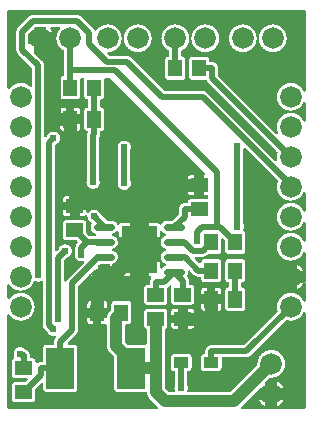
<source format=gtl>
G04 Layer: TopLayer*
G04 EasyEDA v6.1.52, Mon, 29 Jul 2019 07:14:48 GMT*
G04 763c4d154c644d5a9bd2c91acdf97d9b,a2ddd735335a41bd89ccdca2c933086a,10*
G04 Gerber Generator version 0.2*
G04 Scale: 100 percent, Rotated: No, Reflected: No *
G04 Dimensions in millimeters *
G04 leading zeros omitted , absolute positions ,3 integer and 3 decimal *
%FSLAX33Y33*%
%MOMM*%
G90*
G71D02*

%ADD11C,0.499999*%
%ADD12C,1.129995*%
%ADD13C,0.999998*%
%ADD14C,0.599999*%
%ADD15C,0.610006*%
%ADD18R,1.160018X1.469898*%
%ADD19R,1.160018X1.450010*%
%ADD23C,1.829003*%
%ADD24C,1.828800*%

%LPD*%
G36*
G01X3467Y32559D02*
G01X2677Y32559D01*
G01X2661Y32557D01*
G01X2645Y32554D01*
G01X2631Y32548D01*
G01X2617Y32539D01*
G01X2605Y32529D01*
G01X2557Y32481D01*
G01X2546Y32469D01*
G01X2538Y32455D01*
G01X2532Y32440D01*
G01X2528Y32425D01*
G01X2527Y32409D01*
G01X2527Y32143D01*
G01X2260Y32143D01*
G01X2244Y32142D01*
G01X2229Y32138D01*
G01X2214Y32132D01*
G01X2200Y32124D01*
G01X2188Y32114D01*
G01X2068Y31993D01*
G01X2057Y31981D01*
G01X2049Y31967D01*
G01X2043Y31953D01*
G01X2039Y31937D01*
G01X2038Y31921D01*
G01X2038Y31203D01*
G01X2039Y31189D01*
G01X2042Y31175D01*
G01X2047Y31161D01*
G01X2054Y31148D01*
G01X2062Y31137D01*
G01X2073Y31127D01*
G01X2084Y31118D01*
G01X2097Y31111D01*
G01X2111Y31106D01*
G01X2125Y31103D01*
G01X2139Y31102D01*
G01X2527Y31102D01*
G01X2527Y30430D01*
G01X2528Y30414D01*
G01X2532Y30399D01*
G01X2538Y30384D01*
G01X2546Y30371D01*
G01X2557Y30358D01*
G01X3233Y29682D01*
G01X3256Y29658D01*
G01X3277Y29632D01*
G01X3296Y29605D01*
G01X3313Y29577D01*
G01X3329Y29548D01*
G01X3343Y29518D01*
G01X3354Y29487D01*
G01X3364Y29455D01*
G01X3372Y29423D01*
G01X3377Y29390D01*
G01X3380Y29357D01*
G01X3381Y29324D01*
G01X3381Y23342D01*
G01X3382Y23328D01*
G01X3385Y23314D01*
G01X3391Y23300D01*
G01X3397Y23287D01*
G01X3406Y23276D01*
G01X3416Y23265D01*
G01X3428Y23257D01*
G01X3441Y23250D01*
G01X3454Y23245D01*
G01X3468Y23242D01*
G01X3483Y23241D01*
G01X3499Y23242D01*
G01X3514Y23246D01*
G01X3529Y23252D01*
G01X3543Y23260D01*
G01X3555Y23270D01*
G01X3620Y23335D01*
G01X3633Y23352D01*
G01X3643Y23370D01*
G01X3657Y23403D01*
G01X3673Y23434D01*
G01X3691Y23464D01*
G01X3710Y23494D01*
G01X3732Y23522D01*
G01X3755Y23548D01*
G01X3780Y23573D01*
G01X3807Y23597D01*
G01X3835Y23618D01*
G01X3864Y23638D01*
G01X3894Y23656D01*
G01X3926Y23672D01*
G01X3958Y23686D01*
G01X3991Y23698D01*
G01X4025Y23708D01*
G01X4060Y23716D01*
G01X4095Y23721D01*
G01X4130Y23725D01*
G01X4165Y23726D01*
G01X4199Y23725D01*
G01X4233Y23722D01*
G01X4266Y23717D01*
G01X4299Y23710D01*
G01X4332Y23700D01*
G01X4364Y23689D01*
G01X4396Y23676D01*
G01X4426Y23662D01*
G01X4456Y23645D01*
G01X4484Y23626D01*
G01X4511Y23606D01*
G01X4537Y23585D01*
G01X4562Y23561D01*
G01X4585Y23537D01*
G01X4607Y23511D01*
G01X4627Y23483D01*
G01X4646Y23455D01*
G01X4662Y23425D01*
G01X4677Y23395D01*
G01X4690Y23363D01*
G01X4701Y23331D01*
G01X4710Y23299D01*
G01X4717Y23266D01*
G01X4723Y23232D01*
G01X4726Y23198D01*
G01X4727Y23164D01*
G01X4726Y23129D01*
G01X4722Y23094D01*
G01X4717Y23059D01*
G01X4709Y23024D01*
G01X4699Y22991D01*
G01X4687Y22957D01*
G01X4673Y22925D01*
G01X4657Y22893D01*
G01X4639Y22863D01*
G01X4619Y22834D01*
G01X4597Y22806D01*
G01X4574Y22779D01*
G01X4549Y22754D01*
G01X4522Y22731D01*
G01X4495Y22710D01*
G01X4465Y22690D01*
G01X4435Y22672D01*
G01X4403Y22656D01*
G01X4371Y22642D01*
G01X4352Y22632D01*
G01X4336Y22619D01*
G01X4298Y22580D01*
G01X4287Y22568D01*
G01X4279Y22555D01*
G01X4273Y22540D01*
G01X4269Y22524D01*
G01X4268Y22509D01*
G01X4268Y13686D01*
G01X4269Y13672D01*
G01X4272Y13657D01*
G01X4277Y13644D01*
G01X4284Y13631D01*
G01X4293Y13620D01*
G01X4303Y13609D01*
G01X4314Y13601D01*
G01X4327Y13594D01*
G01X4341Y13589D01*
G01X4355Y13586D01*
G01X4369Y13584D01*
G01X4385Y13586D01*
G01X4401Y13589D01*
G01X4416Y13596D01*
G01X4429Y13604D01*
G01X4441Y13614D01*
G01X4603Y13776D01*
G01X4616Y13792D01*
G01X4625Y13811D01*
G01X4639Y13843D01*
G01X4655Y13875D01*
G01X4673Y13906D01*
G01X4693Y13935D01*
G01X4714Y13963D01*
G01X4738Y13990D01*
G01X4763Y14015D01*
G01X4789Y14038D01*
G01X4817Y14060D01*
G01X4846Y14080D01*
G01X4877Y14098D01*
G01X4908Y14114D01*
G01X4941Y14128D01*
G01X4974Y14140D01*
G01X5008Y14150D01*
G01X5043Y14158D01*
G01X5077Y14163D01*
G01X5113Y14167D01*
G01X5148Y14168D01*
G01X5182Y14167D01*
G01X5216Y14164D01*
G01X5249Y14159D01*
G01X5282Y14152D01*
G01X5315Y14142D01*
G01X5347Y14131D01*
G01X5379Y14118D01*
G01X5409Y14104D01*
G01X5439Y14087D01*
G01X5467Y14068D01*
G01X5494Y14048D01*
G01X5520Y14027D01*
G01X5545Y14003D01*
G01X5568Y13979D01*
G01X5590Y13953D01*
G01X5610Y13925D01*
G01X5629Y13897D01*
G01X5645Y13867D01*
G01X5660Y13837D01*
G01X5673Y13805D01*
G01X5684Y13773D01*
G01X5693Y13741D01*
G01X5700Y13708D01*
G01X5706Y13674D01*
G01X5709Y13640D01*
G01X5710Y13606D01*
G01X5709Y13571D01*
G01X5705Y13536D01*
G01X5700Y13501D01*
G01X5692Y13467D01*
G01X5682Y13433D01*
G01X5670Y13400D01*
G01X5656Y13367D01*
G01X5640Y13336D01*
G01X5622Y13305D01*
G01X5602Y13276D01*
G01X5581Y13248D01*
G01X5558Y13222D01*
G01X5533Y13197D01*
G01X5506Y13174D01*
G01X5478Y13152D01*
G01X5449Y13132D01*
G01X5419Y13114D01*
G01X5387Y13098D01*
G01X5355Y13084D01*
G01X5337Y13075D01*
G01X5320Y13061D01*
G01X5105Y12845D01*
G01X5095Y12833D01*
G01X5087Y12820D01*
G01X5080Y12805D01*
G01X5077Y12789D01*
G01X5075Y12774D01*
G01X5075Y11123D01*
G01X5077Y11108D01*
G01X5080Y11094D01*
G01X5085Y11080D01*
G01X5092Y11068D01*
G01X5100Y11056D01*
G01X5111Y11046D01*
G01X5122Y11037D01*
G01X5135Y11030D01*
G01X5148Y11025D01*
G01X5163Y11022D01*
G01X5177Y11021D01*
G01X5193Y11022D01*
G01X5209Y11026D01*
G01X5224Y11032D01*
G01X5238Y11041D01*
G01X5250Y11052D01*
G01X5260Y11064D01*
G01X5269Y11078D01*
G01X5284Y11108D01*
G01X5302Y11137D01*
G01X5322Y11165D01*
G01X5343Y11191D01*
G01X5366Y11216D01*
G01X6733Y12583D01*
G01X6743Y12595D01*
G01X6752Y12608D01*
G01X6758Y12623D01*
G01X6761Y12639D01*
G01X6763Y12655D01*
G01X6762Y12669D01*
G01X6759Y12683D01*
G01X6754Y12697D01*
G01X6747Y12709D01*
G01X6738Y12721D01*
G01X6728Y12731D01*
G01X6716Y12740D01*
G01X6703Y12747D01*
G01X6690Y12752D01*
G01X6676Y12755D01*
G01X6661Y12756D01*
G01X6641Y12754D01*
G01X6603Y12748D01*
G01X6565Y12744D01*
G01X6527Y12742D01*
G01X6493Y12744D01*
G01X6460Y12747D01*
G01X6426Y12752D01*
G01X6393Y12759D01*
G01X6360Y12768D01*
G01X6328Y12779D01*
G01X6297Y12792D01*
G01X6266Y12807D01*
G01X6237Y12823D01*
G01X6208Y12842D01*
G01X6181Y12862D01*
G01X6155Y12884D01*
G01X6130Y12907D01*
G01X6107Y12932D01*
G01X6085Y12958D01*
G01X6065Y12985D01*
G01X6047Y13014D01*
G01X6030Y13043D01*
G01X6015Y13074D01*
G01X6002Y13105D01*
G01X5991Y13137D01*
G01X5982Y13170D01*
G01X5975Y13203D01*
G01X5970Y13236D01*
G01X5967Y13270D01*
G01X5966Y13304D01*
G01X5967Y13342D01*
G01X5971Y13381D01*
G01X5978Y13418D01*
G01X5987Y13456D01*
G01X5998Y13492D01*
G01X6012Y13528D01*
G01X6019Y13548D01*
G01X6021Y13568D01*
G01X6021Y13893D01*
G01X6022Y13926D01*
G01X6025Y13959D01*
G01X6030Y13992D01*
G01X6038Y14024D01*
G01X6048Y14056D01*
G01X6059Y14087D01*
G01X6073Y14117D01*
G01X6089Y14147D01*
G01X6106Y14175D01*
G01X6125Y14202D01*
G01X6146Y14227D01*
G01X6169Y14251D01*
G01X6196Y14279D01*
G01X6207Y14291D01*
G01X6215Y14304D01*
G01X6221Y14319D01*
G01X6225Y14335D01*
G01X6226Y14351D01*
G01X6225Y14366D01*
G01X6221Y14382D01*
G01X6215Y14397D01*
G01X6207Y14410D01*
G01X6196Y14422D01*
G01X6119Y14500D01*
G01X6106Y14510D01*
G01X6093Y14519D01*
G01X6078Y14525D01*
G01X6063Y14529D01*
G01X6047Y14530D01*
G01X5233Y14530D01*
G01X5210Y14531D01*
G01X5186Y14534D01*
G01X5163Y14540D01*
G01X5141Y14547D01*
G01X5119Y14557D01*
G01X5098Y14568D01*
G01X5079Y14582D01*
G01X5061Y14597D01*
G01X5044Y14614D01*
G01X5029Y14632D01*
G01X5015Y14651D01*
G01X5004Y14672D01*
G01X4994Y14694D01*
G01X4987Y14716D01*
G01X4981Y14739D01*
G01X4978Y14763D01*
G01X4977Y14786D01*
G01X4977Y15946D01*
G01X4978Y15970D01*
G01X4981Y15994D01*
G01X4987Y16017D01*
G01X4994Y16039D01*
G01X5004Y16061D01*
G01X5015Y16081D01*
G01X5029Y16101D01*
G01X5044Y16119D01*
G01X5061Y16136D01*
G01X5079Y16151D01*
G01X5098Y16164D01*
G01X5119Y16176D01*
G01X5141Y16186D01*
G01X5163Y16193D01*
G01X5186Y16199D01*
G01X5210Y16202D01*
G01X5233Y16203D01*
G01X6703Y16203D01*
G01X6727Y16202D01*
G01X6750Y16199D01*
G01X6774Y16193D01*
G01X6796Y16186D01*
G01X6818Y16176D01*
G01X6838Y16164D01*
G01X6858Y16151D01*
G01X6876Y16136D01*
G01X6893Y16119D01*
G01X6908Y16101D01*
G01X6921Y16081D01*
G01X6933Y16061D01*
G01X6943Y16039D01*
G01X6950Y16017D01*
G01X6955Y15994D01*
G01X6959Y15970D01*
G01X6960Y15946D01*
G01X6960Y15134D01*
G01X6961Y15118D01*
G01X6965Y15102D01*
G01X6971Y15087D01*
G01X6979Y15074D01*
G01X6990Y15062D01*
G01X7165Y14887D01*
G01X7177Y14876D01*
G01X7190Y14868D01*
G01X7205Y14862D01*
G01X7221Y14858D01*
G01X7236Y14857D01*
G01X7606Y14857D01*
G01X7626Y14859D01*
G01X7645Y14865D01*
G01X7678Y14877D01*
G01X7711Y14887D01*
G01X7725Y14892D01*
G01X7738Y14899D01*
G01X7750Y14908D01*
G01X7761Y14918D01*
G01X7770Y14930D01*
G01X7777Y14943D01*
G01X7782Y14956D01*
G01X7785Y14971D01*
G01X7786Y14985D01*
G01X7785Y15000D01*
G01X7782Y15015D01*
G01X7777Y15028D01*
G01X7770Y15041D01*
G01X7761Y15053D01*
G01X7750Y15063D01*
G01X7738Y15072D01*
G01X7725Y15079D01*
G01X7711Y15084D01*
G01X7678Y15094D01*
G01X7646Y15106D01*
G01X7614Y15120D01*
G01X7584Y15136D01*
G01X7554Y15154D01*
G01X7526Y15174D01*
G01X7499Y15195D01*
G01X7473Y15218D01*
G01X7449Y15243D01*
G01X7426Y15269D01*
G01X7405Y15297D01*
G01X7386Y15325D01*
G01X7369Y15355D01*
G01X7353Y15386D01*
G01X7339Y15418D01*
G01X7328Y15450D01*
G01X7318Y15484D01*
G01X7311Y15517D01*
G01X7305Y15552D01*
G01X7302Y15586D01*
G01X7301Y15621D01*
G01X7302Y15657D01*
G01X7306Y15693D01*
G01X7312Y15729D01*
G01X7320Y15765D01*
G01X7331Y15800D01*
G01X7344Y15834D01*
G01X7359Y15867D01*
G01X7376Y15900D01*
G01X7384Y15916D01*
G01X7388Y15933D01*
G01X7390Y15951D01*
G01X7389Y15966D01*
G01X7385Y15981D01*
G01X7379Y15996D01*
G01X7372Y16009D01*
G01X7362Y16021D01*
G01X7350Y16031D01*
G01X7337Y16040D01*
G01X7307Y16058D01*
G01X7277Y16078D01*
G01X7249Y16099D01*
G01X7223Y16122D01*
G01X7198Y16147D01*
G01X7175Y16174D01*
G01X7153Y16202D01*
G01X7133Y16231D01*
G01X7115Y16261D01*
G01X7099Y16293D01*
G01X7085Y16325D01*
G01X7073Y16359D01*
G01X7063Y16392D01*
G01X7055Y16427D01*
G01X7050Y16462D01*
G01X7046Y16497D01*
G01X7045Y16532D01*
G01X7046Y16550D01*
G01X7046Y16553D01*
G01X7045Y16568D01*
G01X7041Y16582D01*
G01X7036Y16595D01*
G01X7029Y16608D01*
G01X7021Y16620D01*
G01X7011Y16630D01*
G01X6999Y16639D01*
G01X6986Y16646D01*
G01X6973Y16651D01*
G01X6958Y16654D01*
G01X6944Y16655D01*
G01X6929Y16654D01*
G01X6914Y16650D01*
G01X6901Y16645D01*
G01X6887Y16638D01*
G01X6876Y16628D01*
G01X6858Y16613D01*
G01X6838Y16600D01*
G01X6817Y16589D01*
G01X6796Y16579D01*
G01X6773Y16572D01*
G01X6750Y16566D01*
G01X6727Y16563D01*
G01X6703Y16562D01*
G01X6399Y16562D01*
G01X6399Y17045D01*
G01X6960Y17045D01*
G01X6960Y16910D01*
G01X6961Y16895D01*
G01X6964Y16881D01*
G01X6969Y16867D01*
G01X6976Y16855D01*
G01X6985Y16843D01*
G01X6995Y16833D01*
G01X7007Y16824D01*
G01X7019Y16817D01*
G01X7033Y16812D01*
G01X7047Y16809D01*
G01X7061Y16808D01*
G01X7078Y16809D01*
G01X7094Y16813D01*
G01X7109Y16820D01*
G01X7122Y16828D01*
G01X7135Y16839D01*
G01X7145Y16852D01*
G01X7165Y16879D01*
G01X7187Y16905D01*
G01X7210Y16930D01*
G01X7235Y16953D01*
G01X7261Y16975D01*
G01X7288Y16995D01*
G01X7317Y17013D01*
G01X7346Y17030D01*
G01X7377Y17045D01*
G01X7408Y17057D01*
G01X7440Y17069D01*
G01X7473Y17078D01*
G01X7506Y17085D01*
G01X7539Y17090D01*
G01X7573Y17093D01*
G01X7607Y17094D01*
G01X7642Y17093D01*
G01X7677Y17089D01*
G01X7712Y17084D01*
G01X7747Y17076D01*
G01X7781Y17066D01*
G01X7814Y17054D01*
G01X7846Y17040D01*
G01X7878Y17024D01*
G01X7908Y17006D01*
G01X7937Y16986D01*
G01X7965Y16965D01*
G01X7992Y16941D01*
G01X8017Y16916D01*
G01X8040Y16890D01*
G01X8062Y16862D01*
G01X8081Y16833D01*
G01X8099Y16802D01*
G01X8115Y16771D01*
G01X8129Y16738D01*
G01X8139Y16720D01*
G01X8152Y16704D01*
G01X8649Y16207D01*
G01X8661Y16196D01*
G01X8674Y16188D01*
G01X8689Y16182D01*
G01X8705Y16178D01*
G01X8721Y16177D01*
G01X9058Y16177D01*
G01X9093Y16176D01*
G01X9129Y16172D01*
G01X9164Y16167D01*
G01X9199Y16159D01*
G01X9233Y16149D01*
G01X9266Y16137D01*
G01X9299Y16122D01*
G01X9330Y16106D01*
G01X9361Y16087D01*
G01X9390Y16067D01*
G01X9418Y16045D01*
G01X9444Y16021D01*
G01X9469Y15996D01*
G01X9492Y15969D01*
G01X9513Y15940D01*
G01X9533Y15910D01*
G01X9550Y15879D01*
G01X9559Y15866D01*
G01X9569Y15854D01*
G01X9581Y15844D01*
G01X9595Y15836D01*
G01X9609Y15830D01*
G01X9625Y15826D01*
G01X9640Y15825D01*
G01X9656Y15826D01*
G01X9672Y15830D01*
G01X9686Y15836D01*
G01X9700Y15844D01*
G01X9712Y15855D01*
G01X9722Y15867D01*
G01X9738Y15886D01*
G01X9754Y15903D01*
G01X9773Y15918D01*
G01X9792Y15932D01*
G01X9813Y15944D01*
G01X9835Y15954D01*
G01X9858Y15962D01*
G01X9882Y15968D01*
G01X9906Y15971D01*
G01X9930Y15972D01*
G01X10616Y15972D01*
G01X10616Y14779D01*
G01X9673Y14779D01*
G01X9673Y15209D01*
G01X9672Y15224D01*
G01X9669Y15238D01*
G01X9664Y15251D01*
G01X9657Y15264D01*
G01X9648Y15276D01*
G01X9638Y15286D01*
G01X9626Y15295D01*
G01X9614Y15302D01*
G01X9600Y15307D01*
G01X9586Y15310D01*
G01X9571Y15311D01*
G01X9556Y15310D01*
G01X9542Y15306D01*
G01X9527Y15301D01*
G01X9514Y15293D01*
G01X9502Y15284D01*
G01X9492Y15273D01*
G01X9469Y15246D01*
G01X9445Y15221D01*
G01X9419Y15197D01*
G01X9392Y15175D01*
G01X9363Y15155D01*
G01X9333Y15137D01*
G01X9302Y15121D01*
G01X9270Y15106D01*
G01X9237Y15094D01*
G01X9204Y15084D01*
G01X9190Y15079D01*
G01X9177Y15072D01*
G01X9165Y15063D01*
G01X9155Y15053D01*
G01X9146Y15041D01*
G01X9139Y15028D01*
G01X9133Y15015D01*
G01X9130Y15000D01*
G01X9129Y14986D01*
G01X9130Y14971D01*
G01X9133Y14956D01*
G01X9139Y14943D01*
G01X9146Y14930D01*
G01X9155Y14918D01*
G01X9165Y14908D01*
G01X9177Y14899D01*
G01X9190Y14892D01*
G01X9204Y14887D01*
G01X9237Y14877D01*
G01X9270Y14865D01*
G01X9302Y14850D01*
G01X9333Y14834D01*
G01X9363Y14816D01*
G01X9392Y14796D01*
G01X9419Y14774D01*
G01X9445Y14750D01*
G01X9469Y14725D01*
G01X9492Y14698D01*
G01X9503Y14687D01*
G01X9514Y14678D01*
G01X9528Y14670D01*
G01X9530Y14655D01*
G01X9534Y14641D01*
G01X9541Y14627D01*
G01X9558Y14595D01*
G01X9572Y14562D01*
G01X9585Y14528D01*
G01X9596Y14494D01*
G01X9604Y14458D01*
G01X9610Y14423D01*
G01X9613Y14387D01*
G01X9614Y14351D01*
G01X9613Y14316D01*
G01X9610Y14282D01*
G01X9605Y14249D01*
G01X9598Y14215D01*
G01X9588Y14182D01*
G01X9577Y14150D01*
G01X9564Y14119D01*
G01X9549Y14088D01*
G01X9513Y14030D01*
G01X9492Y14003D01*
G01X9469Y13976D01*
G01X9445Y13951D01*
G01X9419Y13927D01*
G01X9392Y13905D01*
G01X9363Y13885D01*
G01X9333Y13867D01*
G01X9302Y13851D01*
G01X9270Y13836D01*
G01X9237Y13824D01*
G01X9204Y13814D01*
G01X9190Y13809D01*
G01X9177Y13802D01*
G01X9165Y13793D01*
G01X9155Y13783D01*
G01X9146Y13771D01*
G01X9139Y13758D01*
G01X9133Y13745D01*
G01X9130Y13730D01*
G01X9129Y13716D01*
G01X9130Y13701D01*
G01X9133Y13686D01*
G01X9139Y13673D01*
G01X9146Y13660D01*
G01X9155Y13648D01*
G01X9165Y13638D01*
G01X9177Y13629D01*
G01X9190Y13622D01*
G01X9204Y13617D01*
G01X9237Y13607D01*
G01X9270Y13595D01*
G01X9302Y13580D01*
G01X9333Y13564D01*
G01X9363Y13546D01*
G01X9392Y13526D01*
G01X9419Y13504D01*
G01X9445Y13480D01*
G01X9469Y13455D01*
G01X9492Y13428D01*
G01X9513Y13401D01*
G01X9549Y13343D01*
G01X9564Y13312D01*
G01X9577Y13281D01*
G01X9588Y13249D01*
G01X9598Y13216D01*
G01X9605Y13182D01*
G01X9610Y13149D01*
G01X9613Y13115D01*
G01X9614Y13081D01*
G01X9613Y13044D01*
G01X9610Y13008D01*
G01X9604Y12973D01*
G01X9596Y12937D01*
G01X9585Y12903D01*
G01X9572Y12869D01*
G01X9558Y12836D01*
G01X9541Y12804D01*
G01X9534Y12790D01*
G01X9530Y12776D01*
G01X9528Y12761D01*
G01X9514Y12753D01*
G01X9503Y12744D01*
G01X9492Y12733D01*
G01X9469Y12706D01*
G01X9445Y12681D01*
G01X9419Y12657D01*
G01X9392Y12635D01*
G01X9363Y12615D01*
G01X9333Y12597D01*
G01X9302Y12581D01*
G01X9270Y12566D01*
G01X9237Y12554D01*
G01X9204Y12544D01*
G01X9190Y12539D01*
G01X9177Y12532D01*
G01X9165Y12523D01*
G01X9155Y12513D01*
G01X9146Y12501D01*
G01X9139Y12488D01*
G01X9133Y12475D01*
G01X9130Y12460D01*
G01X9129Y12446D01*
G01X9130Y12431D01*
G01X9133Y12416D01*
G01X9139Y12403D01*
G01X9146Y12390D01*
G01X9155Y12378D01*
G01X9165Y12368D01*
G01X9177Y12359D01*
G01X9190Y12352D01*
G01X9204Y12347D01*
G01X9237Y12337D01*
G01X9270Y12325D01*
G01X9302Y12310D01*
G01X9333Y12294D01*
G01X9363Y12276D01*
G01X9392Y12256D01*
G01X9419Y12234D01*
G01X9445Y12210D01*
G01X9469Y12185D01*
G01X9492Y12158D01*
G01X9502Y12147D01*
G01X9514Y12138D01*
G01X9527Y12130D01*
G01X9542Y12125D01*
G01X9556Y12121D01*
G01X9571Y12120D01*
G01X9586Y12121D01*
G01X9600Y12124D01*
G01X9614Y12129D01*
G01X9626Y12136D01*
G01X9638Y12145D01*
G01X9648Y12155D01*
G01X9657Y12167D01*
G01X9664Y12180D01*
G01X9669Y12193D01*
G01X9672Y12207D01*
G01X9673Y12222D01*
G01X9673Y12652D01*
G01X10616Y12652D01*
G01X10616Y11459D01*
G01X9930Y11459D01*
G01X9906Y11460D01*
G01X9882Y11463D01*
G01X9858Y11469D01*
G01X9835Y11477D01*
G01X9813Y11487D01*
G01X9792Y11499D01*
G01X9773Y11513D01*
G01X9754Y11528D01*
G01X9738Y11545D01*
G01X9722Y11564D01*
G01X9711Y11577D01*
G01X9697Y11588D01*
G01X9682Y11597D01*
G01X9706Y11597D01*
G01X9722Y11598D01*
G01X9737Y11602D01*
G01X9752Y11608D01*
G01X9765Y11616D01*
G01X9778Y11626D01*
G01X9788Y11638D01*
G01X9796Y11652D01*
G01X9802Y11666D01*
G01X9806Y11681D01*
G01X9813Y11724D01*
G01X9816Y11767D01*
G01X9817Y11810D01*
G01X9816Y11854D01*
G01X9813Y11897D01*
G01X9806Y11940D01*
G01X9802Y11955D01*
G01X9796Y11969D01*
G01X9788Y11983D01*
G01X9778Y11995D01*
G01X9765Y12005D01*
G01X9752Y12013D01*
G01X9737Y12019D01*
G01X9722Y12023D01*
G01X9706Y12024D01*
G01X8964Y12024D01*
G01X8964Y12422D01*
G01X8963Y12437D01*
G01X8960Y12451D01*
G01X8955Y12465D01*
G01X8948Y12477D01*
G01X8939Y12489D01*
G01X8929Y12499D01*
G01X8917Y12508D01*
G01X8904Y12515D01*
G01X8891Y12520D01*
G01X8877Y12523D01*
G01X8862Y12524D01*
G01X8149Y12524D01*
G01X8133Y12523D01*
G01X8118Y12519D01*
G01X8103Y12513D01*
G01X8089Y12505D01*
G01X8077Y12494D01*
G01X7981Y12398D01*
G01X7971Y12386D01*
G01X7963Y12373D01*
G01X7957Y12358D01*
G01X7953Y12342D01*
G01X7952Y12326D01*
G01X7952Y12024D01*
G01X7649Y12024D01*
G01X7633Y12023D01*
G01X7618Y12019D01*
G01X7603Y12013D01*
G01X7589Y12005D01*
G01X7577Y11994D01*
G01X7353Y11770D01*
G01X7343Y11758D01*
G01X7335Y11745D01*
G01X7329Y11730D01*
G01X7325Y11714D01*
G01X7324Y11699D01*
G01X7325Y11684D01*
G01X7328Y11670D01*
G01X7333Y11656D01*
G01X7340Y11644D01*
G01X7349Y11632D01*
G01X7359Y11622D01*
G01X7370Y11613D01*
G01X7383Y11606D01*
G01X7397Y11601D01*
G01X7411Y11598D01*
G01X7425Y11597D01*
G01X7952Y11597D01*
G01X7952Y11254D01*
G01X7858Y11254D01*
G01X7823Y11255D01*
G01X7788Y11258D01*
G01X7753Y11264D01*
G01X7719Y11272D01*
G01X7685Y11281D01*
G01X7652Y11293D01*
G01X7620Y11307D01*
G01X7588Y11324D01*
G01X7558Y11341D01*
G01X7529Y11361D01*
G01X7501Y11383D01*
G01X7475Y11406D01*
G01X7450Y11431D01*
G01X7427Y11458D01*
G01X7406Y11486D01*
G01X7386Y11515D01*
G01X7368Y11545D01*
G01X7353Y11577D01*
G01X7346Y11589D01*
G01X7337Y11601D01*
G01X7327Y11611D01*
G01X7315Y11619D01*
G01X7303Y11626D01*
G01X7289Y11631D01*
G01X7275Y11634D01*
G01X7261Y11635D01*
G01X7245Y11634D01*
G01X7229Y11630D01*
G01X7214Y11624D01*
G01X7201Y11616D01*
G01X7189Y11606D01*
G01X6261Y10678D01*
G01X6251Y10666D01*
G01X6242Y10652D01*
G01X6236Y10637D01*
G01X6232Y10622D01*
G01X6231Y10606D01*
G01X6231Y6913D01*
G01X6230Y6880D01*
G01X6227Y6847D01*
G01X6221Y6815D01*
G01X6214Y6782D01*
G01X6204Y6751D01*
G01X6193Y6720D01*
G01X6179Y6689D01*
G01X6163Y6660D01*
G01X6146Y6632D01*
G01X6127Y6605D01*
G01X6105Y6579D01*
G01X6083Y6555D01*
G01X5390Y5862D01*
G01X5380Y5850D01*
G01X5371Y5837D01*
G01X5365Y5822D01*
G01X5362Y5807D01*
G01X5360Y5791D01*
G01X5361Y5776D01*
G01X5364Y5762D01*
G01X5370Y5748D01*
G01X5376Y5736D01*
G01X5385Y5724D01*
G01X5395Y5714D01*
G01X5407Y5705D01*
G01X5420Y5698D01*
G01X5433Y5693D01*
G01X5448Y5690D01*
G01X5462Y5689D01*
G01X5922Y5689D01*
G01X5945Y5688D01*
G01X5969Y5685D01*
G01X5992Y5679D01*
G01X6014Y5672D01*
G01X6036Y5662D01*
G01X6057Y5651D01*
G01X6076Y5637D01*
G01X6094Y5622D01*
G01X6111Y5605D01*
G01X6126Y5587D01*
G01X6140Y5568D01*
G01X6151Y5547D01*
G01X6161Y5525D01*
G01X6168Y5503D01*
G01X6174Y5480D01*
G01X6177Y5456D01*
G01X6178Y5433D01*
G01X6178Y1933D01*
G01X6177Y1909D01*
G01X6174Y1885D01*
G01X6168Y1862D01*
G01X6161Y1840D01*
G01X6151Y1818D01*
G01X6140Y1797D01*
G01X6126Y1778D01*
G01X6111Y1760D01*
G01X6094Y1743D01*
G01X6076Y1728D01*
G01X6057Y1714D01*
G01X6036Y1703D01*
G01X6014Y1693D01*
G01X5992Y1686D01*
G01X5969Y1680D01*
G01X5945Y1677D01*
G01X5922Y1676D01*
G01X3572Y1676D01*
G01X3548Y1677D01*
G01X3524Y1680D01*
G01X3501Y1686D01*
G01X3479Y1693D01*
G01X3457Y1703D01*
G01X3436Y1714D01*
G01X3417Y1728D01*
G01X3399Y1743D01*
G01X3382Y1760D01*
G01X3367Y1778D01*
G01X3353Y1797D01*
G01X3342Y1818D01*
G01X3332Y1840D01*
G01X3325Y1862D01*
G01X3319Y1885D01*
G01X3316Y1909D01*
G01X3315Y1933D01*
G01X3315Y2351D01*
G01X3314Y2366D01*
G01X3311Y2380D01*
G01X3306Y2394D01*
G01X3299Y2406D01*
G01X3290Y2418D01*
G01X3280Y2428D01*
G01X3268Y2437D01*
G01X3256Y2444D01*
G01X3242Y2449D01*
G01X3228Y2452D01*
G01X3213Y2453D01*
G01X3197Y2452D01*
G01X3182Y2448D01*
G01X3167Y2442D01*
G01X3154Y2434D01*
G01X3142Y2423D01*
G01X2672Y1954D01*
G01X2661Y1942D01*
G01X2653Y1928D01*
G01X2647Y1914D01*
G01X2643Y1898D01*
G01X2642Y1882D01*
G01X2642Y1070D01*
G01X2641Y1047D01*
G01X2637Y1023D01*
G01X2632Y1000D01*
G01X2625Y978D01*
G01X2615Y956D01*
G01X2603Y935D01*
G01X2590Y916D01*
G01X2575Y898D01*
G01X2558Y881D01*
G01X2540Y866D01*
G01X2520Y852D01*
G01X2500Y841D01*
G01X2478Y831D01*
G01X2456Y824D01*
G01X2432Y818D01*
G01X2409Y815D01*
G01X2385Y814D01*
G01X915Y814D01*
G01X892Y815D01*
G01X868Y818D01*
G01X845Y824D01*
G01X823Y831D01*
G01X801Y841D01*
G01X780Y852D01*
G01X761Y866D01*
G01X743Y881D01*
G01X726Y898D01*
G01X711Y916D01*
G01X697Y935D01*
G01X686Y956D01*
G01X676Y978D01*
G01X669Y1000D01*
G01X663Y1023D01*
G01X660Y1047D01*
G01X659Y1070D01*
G01X659Y2230D01*
G01X660Y2254D01*
G01X663Y2278D01*
G01X669Y2301D01*
G01X676Y2323D01*
G01X686Y2345D01*
G01X697Y2365D01*
G01X711Y2385D01*
G01X726Y2403D01*
G01X743Y2420D01*
G01X761Y2435D01*
G01X780Y2448D01*
G01X801Y2460D01*
G01X823Y2470D01*
G01X845Y2477D01*
G01X868Y2483D01*
G01X892Y2486D01*
G01X915Y2487D01*
G01X1729Y2487D01*
G01X1745Y2488D01*
G01X1761Y2492D01*
G01X1775Y2498D01*
G01X1789Y2506D01*
G01X1801Y2517D01*
G01X1957Y2672D01*
G01X1968Y2684D01*
G01X1976Y2698D01*
G01X1982Y2713D01*
G01X1986Y2728D01*
G01X1987Y2744D01*
G01X1986Y2759D01*
G01X1983Y2773D01*
G01X1978Y2786D01*
G01X1971Y2799D01*
G01X1962Y2811D01*
G01X1952Y2821D01*
G01X1940Y2830D01*
G01X1928Y2837D01*
G01X1914Y2842D01*
G01X1900Y2845D01*
G01X1885Y2846D01*
G01X915Y2846D01*
G01X892Y2847D01*
G01X868Y2850D01*
G01X845Y2856D01*
G01X823Y2863D01*
G01X801Y2873D01*
G01X780Y2884D01*
G01X761Y2898D01*
G01X743Y2913D01*
G01X726Y2930D01*
G01X711Y2948D01*
G01X697Y2967D01*
G01X686Y2988D01*
G01X676Y3010D01*
G01X669Y3032D01*
G01X663Y3055D01*
G01X660Y3079D01*
G01X659Y3102D01*
G01X659Y4262D01*
G01X660Y4287D01*
G01X663Y4311D01*
G01X669Y4334D01*
G01X677Y4357D01*
G01X687Y4379D01*
G01X699Y4400D01*
G01X713Y4420D01*
G01X729Y4438D01*
G01X746Y4455D01*
G01X765Y4470D01*
G01X785Y4483D01*
G01X807Y4495D01*
G01X819Y4502D01*
G01X831Y4510D01*
G01X841Y4521D01*
G01X849Y4532D01*
G01X856Y4545D01*
G01X861Y4558D01*
G01X864Y4572D01*
G01X865Y4587D01*
G01X864Y4604D01*
G01X860Y4620D01*
G01X853Y4635D01*
G01X837Y4667D01*
G01X823Y4699D01*
G01X811Y4732D01*
G01X802Y4765D01*
G01X794Y4800D01*
G01X789Y4834D01*
G01X785Y4869D01*
G01X784Y4904D01*
G01X785Y4938D01*
G01X788Y4972D01*
G01X793Y5005D01*
G01X800Y5039D01*
G01X810Y5071D01*
G01X821Y5103D01*
G01X834Y5135D01*
G01X848Y5165D01*
G01X865Y5195D01*
G01X884Y5223D01*
G01X904Y5251D01*
G01X925Y5277D01*
G01X973Y5325D01*
G01X999Y5346D01*
G01X1027Y5366D01*
G01X1055Y5385D01*
G01X1085Y5401D01*
G01X1115Y5416D01*
G01X1147Y5429D01*
G01X1179Y5440D01*
G01X1211Y5449D01*
G01X1244Y5457D01*
G01X1278Y5462D01*
G01X1312Y5465D01*
G01X1346Y5466D01*
G01X1380Y5465D01*
G01X1414Y5462D01*
G01X1448Y5456D01*
G01X1481Y5449D01*
G01X1514Y5440D01*
G01X1546Y5429D01*
G01X1578Y5416D01*
G01X1638Y5384D01*
G01X1667Y5365D01*
G01X1694Y5345D01*
G01X1720Y5322D01*
G01X1745Y5299D01*
G01X1768Y5274D01*
G01X1781Y5262D01*
G01X1796Y5252D01*
G01X1812Y5245D01*
G01X1844Y5233D01*
G01X1874Y5219D01*
G01X1903Y5204D01*
G01X1931Y5186D01*
G01X1958Y5167D01*
G01X1984Y5146D01*
G01X2008Y5123D01*
G01X2031Y5099D01*
G01X2052Y5073D01*
G01X2071Y5046D01*
G01X2089Y5018D01*
G01X2105Y4989D01*
G01X2118Y4959D01*
G01X2130Y4928D01*
G01X2140Y4896D01*
G01X2147Y4864D01*
G01X2153Y4831D01*
G01X2156Y4798D01*
G01X2157Y4765D01*
G01X2157Y4621D01*
G01X2158Y4606D01*
G01X2161Y4592D01*
G01X2166Y4578D01*
G01X2173Y4566D01*
G01X2182Y4554D01*
G01X2192Y4544D01*
G01X2204Y4535D01*
G01X2216Y4528D01*
G01X2230Y4523D01*
G01X2244Y4520D01*
G01X2259Y4519D01*
G01X2385Y4519D01*
G01X2409Y4518D01*
G01X2432Y4515D01*
G01X2456Y4509D01*
G01X2478Y4502D01*
G01X2500Y4492D01*
G01X2520Y4480D01*
G01X2540Y4467D01*
G01X2558Y4452D01*
G01X2575Y4435D01*
G01X2590Y4417D01*
G01X2603Y4397D01*
G01X2615Y4377D01*
G01X2625Y4355D01*
G01X2632Y4333D01*
G01X2637Y4310D01*
G01X2641Y4286D01*
G01X2642Y4262D01*
G01X2642Y4195D01*
G01X2643Y4181D01*
G01X2646Y4167D01*
G01X2651Y4153D01*
G01X2658Y4140D01*
G01X2667Y4129D01*
G01X2677Y4119D01*
G01X2689Y4110D01*
G01X2701Y4103D01*
G01X2715Y4098D01*
G01X2729Y4095D01*
G01X2743Y4094D01*
G01X2758Y4095D01*
G01X2772Y4098D01*
G01X2785Y4103D01*
G01X2798Y4110D01*
G01X2829Y4128D01*
G01X2861Y4144D01*
G01X2894Y4158D01*
G01X2929Y4169D01*
G01X2963Y4178D01*
G01X2999Y4184D01*
G01X3034Y4188D01*
G01X3070Y4189D01*
G01X3213Y4189D01*
G01X3228Y4190D01*
G01X3242Y4193D01*
G01X3256Y4198D01*
G01X3268Y4205D01*
G01X3280Y4214D01*
G01X3290Y4224D01*
G01X3299Y4236D01*
G01X3306Y4248D01*
G01X3311Y4262D01*
G01X3314Y4276D01*
G01X3315Y4291D01*
G01X3315Y5433D01*
G01X3316Y5456D01*
G01X3319Y5480D01*
G01X3325Y5503D01*
G01X3332Y5525D01*
G01X3342Y5547D01*
G01X3353Y5568D01*
G01X3367Y5587D01*
G01X3382Y5605D01*
G01X3399Y5622D01*
G01X3417Y5637D01*
G01X3436Y5651D01*
G01X3457Y5662D01*
G01X3479Y5672D01*
G01X3501Y5679D01*
G01X3524Y5685D01*
G01X3548Y5688D01*
G01X3572Y5689D01*
G01X4139Y5689D01*
G01X4153Y5690D01*
G01X4167Y5693D01*
G01X4181Y5698D01*
G01X4194Y5705D01*
G01X4205Y5714D01*
G01X4215Y5724D01*
G01X4224Y5736D01*
G01X4231Y5748D01*
G01X4236Y5762D01*
G01X4239Y5776D01*
G01X4240Y5791D01*
G01X4240Y5935D01*
G01X4241Y5968D01*
G01X4244Y6000D01*
G01X4249Y6031D01*
G01X4256Y6063D01*
G01X4266Y6094D01*
G01X4277Y6124D01*
G01X4289Y6153D01*
G01X4304Y6182D01*
G01X4321Y6209D01*
G01X4339Y6236D01*
G01X4359Y6261D01*
G01X4369Y6276D01*
G01X4376Y6292D01*
G01X4381Y6309D01*
G01X4383Y6326D01*
G01X4382Y6341D01*
G01X4378Y6355D01*
G01X4373Y6369D01*
G01X4366Y6381D01*
G01X4358Y6393D01*
G01X4348Y6403D01*
G01X4336Y6412D01*
G01X4323Y6419D01*
G01X4310Y6424D01*
G01X4295Y6427D01*
G01X4281Y6428D01*
G01X4263Y6427D01*
G01X4214Y6420D01*
G01X4165Y6418D01*
G01X4130Y6419D01*
G01X4095Y6422D01*
G01X4060Y6428D01*
G01X4025Y6436D01*
G01X3991Y6445D01*
G01X3958Y6457D01*
G01X3926Y6471D01*
G01X3894Y6488D01*
G01X3864Y6506D01*
G01X3835Y6525D01*
G01X3807Y6547D01*
G01X3780Y6570D01*
G01X3755Y6596D01*
G01X3732Y6622D01*
G01X3710Y6650D01*
G01X3691Y6679D01*
G01X3673Y6710D01*
G01X3657Y6741D01*
G01X3643Y6774D01*
G01X3633Y6792D01*
G01X3620Y6808D01*
G01X3403Y7025D01*
G01X3380Y7049D01*
G01X3359Y7075D01*
G01X3340Y7102D01*
G01X3323Y7130D01*
G01X3307Y7159D01*
G01X3293Y7189D01*
G01X3282Y7220D01*
G01X3272Y7252D01*
G01X3264Y7284D01*
G01X3259Y7317D01*
G01X3256Y7350D01*
G01X3255Y7383D01*
G01X3255Y10975D01*
G01X3254Y10989D01*
G01X3251Y11004D01*
G01X3246Y11017D01*
G01X3239Y11030D01*
G01X3230Y11041D01*
G01X3220Y11052D01*
G01X3208Y11060D01*
G01X3195Y11067D01*
G01X3182Y11072D01*
G01X3168Y11075D01*
G01X3153Y11077D01*
G01X3138Y11075D01*
G01X3124Y11072D01*
G01X3110Y11067D01*
G01X3078Y11054D01*
G01X3046Y11042D01*
G01X3012Y11032D01*
G01X2978Y11025D01*
G01X2944Y11020D01*
G01X2910Y11016D01*
G01X2875Y11015D01*
G01X2839Y11016D01*
G01X2803Y11020D01*
G01X2767Y11026D01*
G01X2732Y11034D01*
G01X2698Y11044D01*
G01X2664Y11056D01*
G01X2631Y11071D01*
G01X2617Y11077D01*
G01X2602Y11080D01*
G01X2587Y11081D01*
G01X2572Y11080D01*
G01X2557Y11076D01*
G01X2542Y11071D01*
G01X2529Y11063D01*
G01X2517Y11053D01*
G01X2507Y11042D01*
G01X2498Y11029D01*
G01X2492Y11015D01*
G01X2473Y10969D01*
G01X2453Y10924D01*
G01X2430Y10880D01*
G01X2406Y10836D01*
G01X2380Y10794D01*
G01X2352Y10753D01*
G01X2323Y10713D01*
G01X2291Y10674D01*
G01X2258Y10637D01*
G01X2224Y10601D01*
G01X2188Y10567D01*
G01X2151Y10534D01*
G01X2112Y10503D01*
G01X2072Y10473D01*
G01X2031Y10445D01*
G01X1989Y10419D01*
G01X1945Y10395D01*
G01X1901Y10373D01*
G01X1855Y10352D01*
G01X1809Y10334D01*
G01X1762Y10317D01*
G01X1715Y10303D01*
G01X1667Y10290D01*
G01X1618Y10280D01*
G01X1569Y10271D01*
G01X1520Y10265D01*
G01X1470Y10261D01*
G01X1456Y10259D01*
G01X1442Y10255D01*
G01X1429Y10249D01*
G01X1417Y10242D01*
G01X1406Y10232D01*
G01X1397Y10222D01*
G01X1387Y10232D01*
G01X1376Y10242D01*
G01X1364Y10249D01*
G01X1351Y10255D01*
G01X1337Y10259D01*
G01X1323Y10261D01*
G01X1274Y10265D01*
G01X1226Y10271D01*
G01X1177Y10279D01*
G01X1130Y10289D01*
G01X1082Y10301D01*
G01X990Y10331D01*
G01X944Y10349D01*
G01X900Y10369D01*
G01X856Y10391D01*
G01X813Y10414D01*
G01X771Y10439D01*
G01X731Y10466D01*
G01X691Y10495D01*
G01X653Y10525D01*
G01X616Y10557D01*
G01X580Y10590D01*
G01X546Y10625D01*
G01X513Y10661D01*
G01X482Y10698D01*
G01X452Y10737D01*
G01X442Y10749D01*
G01X430Y10759D01*
G01X416Y10768D01*
G01X402Y10774D01*
G01X386Y10777D01*
G01X370Y10779D01*
G01X356Y10778D01*
G01X342Y10774D01*
G01X328Y10769D01*
G01X315Y10762D01*
G01X304Y10754D01*
G01X294Y10743D01*
G01X285Y10732D01*
G01X278Y10719D01*
G01X273Y10706D01*
G01X270Y10691D01*
G01X269Y10677D01*
G01X269Y9642D01*
G01X270Y9628D01*
G01X273Y9613D01*
G01X278Y9600D01*
G01X285Y9587D01*
G01X294Y9576D01*
G01X304Y9565D01*
G01X315Y9557D01*
G01X328Y9550D01*
G01X342Y9545D01*
G01X356Y9541D01*
G01X370Y9540D01*
G01X386Y9542D01*
G01X402Y9545D01*
G01X416Y9551D01*
G01X430Y9560D01*
G01X442Y9570D01*
G01X452Y9582D01*
G01X482Y9621D01*
G01X513Y9658D01*
G01X546Y9694D01*
G01X580Y9729D01*
G01X616Y9762D01*
G01X653Y9794D01*
G01X691Y9824D01*
G01X731Y9853D01*
G01X771Y9880D01*
G01X813Y9905D01*
G01X856Y9928D01*
G01X900Y9950D01*
G01X944Y9970D01*
G01X990Y9988D01*
G01X1082Y10018D01*
G01X1130Y10030D01*
G01X1177Y10040D01*
G01X1226Y10048D01*
G01X1274Y10054D01*
G01X1323Y10058D01*
G01X1337Y10060D01*
G01X1351Y10064D01*
G01X1364Y10070D01*
G01X1376Y10077D01*
G01X1387Y10087D01*
G01X1397Y10097D01*
G01X1406Y10087D01*
G01X1417Y10077D01*
G01X1429Y10070D01*
G01X1442Y10064D01*
G01X1456Y10060D01*
G01X1470Y10058D01*
G01X1519Y10054D01*
G01X1568Y10048D01*
G01X1616Y10040D01*
G01X1664Y10029D01*
G01X1712Y10017D01*
G01X1759Y10003D01*
G01X1805Y9987D01*
G01X1851Y9969D01*
G01X1895Y9949D01*
G01X1939Y9927D01*
G01X1982Y9903D01*
G01X2024Y9878D01*
G01X2065Y9851D01*
G01X2105Y9822D01*
G01X2143Y9792D01*
G01X2180Y9760D01*
G01X2216Y9726D01*
G01X2250Y9691D01*
G01X2283Y9654D01*
G01X2314Y9617D01*
G01X2344Y9578D01*
G01X2372Y9537D01*
G01X2398Y9496D01*
G01X2423Y9453D01*
G01X2445Y9410D01*
G01X2466Y9366D01*
G01X2485Y9320D01*
G01X2502Y9274D01*
G01X2517Y9228D01*
G01X2531Y9181D01*
G01X2542Y9133D01*
G01X2551Y9085D01*
G01X2558Y9036D01*
G01X2563Y8987D01*
G01X2566Y8939D01*
G01X2567Y8890D01*
G01X2566Y8840D01*
G01X2563Y8790D01*
G01X2558Y8741D01*
G01X2551Y8692D01*
G01X2541Y8643D01*
G01X2530Y8594D01*
G01X2516Y8547D01*
G01X2501Y8499D01*
G01X2483Y8453D01*
G01X2463Y8407D01*
G01X2442Y8362D01*
G01X2419Y8318D01*
G01X2394Y8276D01*
G01X2367Y8234D01*
G01X2338Y8193D01*
G01X2308Y8154D01*
G01X2275Y8116D01*
G01X2242Y8079D01*
G01X2207Y8044D01*
G01X2170Y8011D01*
G01X2132Y7978D01*
G01X2093Y7948D01*
G01X2052Y7919D01*
G01X2010Y7892D01*
G01X1968Y7867D01*
G01X1924Y7844D01*
G01X1879Y7823D01*
G01X1833Y7803D01*
G01X1787Y7785D01*
G01X1739Y7770D01*
G01X1692Y7756D01*
G01X1643Y7745D01*
G01X1594Y7735D01*
G01X1545Y7728D01*
G01X1496Y7723D01*
G01X1446Y7720D01*
G01X1397Y7719D01*
G01X1347Y7720D01*
G01X1297Y7723D01*
G01X1247Y7728D01*
G01X1198Y7736D01*
G01X1149Y7745D01*
G01X1100Y7757D01*
G01X1052Y7770D01*
G01X1005Y7786D01*
G01X958Y7804D01*
G01X912Y7823D01*
G01X867Y7845D01*
G01X823Y7869D01*
G01X780Y7894D01*
G01X738Y7921D01*
G01X698Y7950D01*
G01X658Y7981D01*
G01X620Y8013D01*
G01X583Y8047D01*
G01X548Y8082D01*
G01X515Y8119D01*
G01X483Y8157D01*
G01X452Y8197D01*
G01X442Y8209D01*
G01X430Y8219D01*
G01X416Y8228D01*
G01X402Y8234D01*
G01X386Y8237D01*
G01X370Y8239D01*
G01X356Y8238D01*
G01X342Y8234D01*
G01X328Y8229D01*
G01X315Y8222D01*
G01X304Y8214D01*
G01X294Y8203D01*
G01X285Y8192D01*
G01X278Y8179D01*
G01X273Y8166D01*
G01X270Y8151D01*
G01X269Y8137D01*
G01X269Y370D01*
G01X270Y356D01*
G01X273Y342D01*
G01X278Y328D01*
G01X285Y315D01*
G01X294Y304D01*
G01X304Y294D01*
G01X315Y285D01*
G01X328Y278D01*
G01X342Y273D01*
G01X356Y270D01*
G01X370Y269D01*
G01X12954Y269D01*
G01X12968Y270D01*
G01X12983Y273D01*
G01X12996Y278D01*
G01X13009Y285D01*
G01X13021Y294D01*
G01X13031Y304D01*
G01X13039Y315D01*
G01X13046Y328D01*
G01X13052Y342D01*
G01X13055Y356D01*
G01X13056Y370D01*
G01X13054Y386D01*
G01X13051Y402D01*
G01X13045Y416D01*
G01X13036Y430D01*
G01X13026Y442D01*
G01X12292Y1177D01*
G01X12264Y1205D01*
G01X12238Y1236D01*
G01X12214Y1267D01*
G01X12192Y1300D01*
G01X12171Y1334D01*
G01X12152Y1369D01*
G01X12135Y1405D01*
G01X12120Y1441D01*
G01X12107Y1479D01*
G01X12095Y1517D01*
G01X12086Y1556D01*
G01X12079Y1595D01*
G01X12076Y1609D01*
G01X12071Y1622D01*
G01X12064Y1635D01*
G01X12055Y1646D01*
G01X12045Y1656D01*
G01X12033Y1665D01*
G01X12021Y1672D01*
G01X12007Y1677D01*
G01X11993Y1680D01*
G01X11979Y1681D01*
G01X11962Y1679D01*
G01X11921Y1676D01*
G01X9571Y1676D01*
G01X9548Y1677D01*
G01X9524Y1680D01*
G01X9501Y1686D01*
G01X9479Y1693D01*
G01X9457Y1703D01*
G01X9436Y1714D01*
G01X9417Y1728D01*
G01X9399Y1743D01*
G01X9382Y1760D01*
G01X9367Y1778D01*
G01X9353Y1797D01*
G01X9342Y1818D01*
G01X9332Y1840D01*
G01X9325Y1862D01*
G01X9319Y1885D01*
G01X9316Y1909D01*
G01X9315Y1933D01*
G01X9315Y4606D01*
G01X9314Y4622D01*
G01X9310Y4638D01*
G01X9304Y4652D01*
G01X9296Y4666D01*
G01X9285Y4678D01*
G01X8908Y5055D01*
G01X8881Y5084D01*
G01X8855Y5114D01*
G01X8831Y5145D01*
G01X8809Y5178D01*
G01X8788Y5212D01*
G01X8769Y5247D01*
G01X8752Y5282D01*
G01X8737Y5319D01*
G01X8724Y5356D01*
G01X8712Y5394D01*
G01X8703Y5433D01*
G01X8696Y5472D01*
G01X8691Y5511D01*
G01X8688Y5550D01*
G01X8687Y5590D01*
G01X8687Y7313D01*
G01X8686Y7328D01*
G01X8683Y7342D01*
G01X8671Y7368D01*
G01X8662Y7380D01*
G01X8652Y7390D01*
G01X8640Y7399D01*
G01X8627Y7406D01*
G01X8614Y7411D01*
G01X8600Y7414D01*
G01X8585Y7415D01*
G01X8566Y7413D01*
G01X8548Y7408D01*
G01X8525Y7400D01*
G01X8502Y7394D01*
G01X8478Y7391D01*
G01X8454Y7390D01*
G01X8227Y7390D01*
G01X8227Y7950D01*
G01X8595Y7950D01*
G01X8610Y7951D01*
G01X8624Y7954D01*
G01X8637Y7959D01*
G01X8650Y7966D01*
G01X8661Y7975D01*
G01X8672Y7985D01*
G01X8680Y7996D01*
G01X8687Y8009D01*
G01X8693Y8022D01*
G01X8696Y8036D01*
G01X8703Y8076D01*
G01X8713Y8115D01*
G01X8724Y8154D01*
G01X8738Y8192D01*
G01X8753Y8230D01*
G01X8771Y8266D01*
G01X8790Y8302D01*
G01X8812Y8336D01*
G01X8835Y8369D01*
G01X8860Y8401D01*
G01X8887Y8432D01*
G01X8908Y8454D01*
G01X9039Y8585D01*
G01X9050Y8597D01*
G01X9058Y8611D01*
G01X9064Y8626D01*
G01X9068Y8641D01*
G01X9069Y8657D01*
G01X9069Y9116D01*
G01X9070Y9140D01*
G01X9073Y9163D01*
G01X9079Y9187D01*
G01X9086Y9209D01*
G01X9096Y9231D01*
G01X9108Y9251D01*
G01X9121Y9271D01*
G01X9136Y9289D01*
G01X9153Y9306D01*
G01X9171Y9321D01*
G01X9191Y9334D01*
G01X9211Y9346D01*
G01X9233Y9356D01*
G01X9255Y9363D01*
G01X9278Y9368D01*
G01X9302Y9372D01*
G01X9326Y9373D01*
G01X10486Y9373D01*
G01X10509Y9372D01*
G01X10533Y9368D01*
G01X10556Y9363D01*
G01X10578Y9356D01*
G01X10600Y9346D01*
G01X10621Y9334D01*
G01X10640Y9321D01*
G01X10658Y9306D01*
G01X10675Y9289D01*
G01X10690Y9271D01*
G01X10704Y9251D01*
G01X10715Y9231D01*
G01X10725Y9209D01*
G01X10732Y9187D01*
G01X10738Y9163D01*
G01X10741Y9140D01*
G01X10742Y9116D01*
G01X10742Y7646D01*
G01X10741Y7623D01*
G01X10738Y7599D01*
G01X10732Y7576D01*
G01X10725Y7554D01*
G01X10715Y7532D01*
G01X10704Y7511D01*
G01X10690Y7492D01*
G01X10675Y7474D01*
G01X10658Y7457D01*
G01X10640Y7442D01*
G01X10621Y7428D01*
G01X10600Y7417D01*
G01X10578Y7407D01*
G01X10556Y7400D01*
G01X10533Y7394D01*
G01X10509Y7391D01*
G01X10486Y7390D01*
G01X10301Y7390D01*
G01X10287Y7389D01*
G01X10273Y7386D01*
G01X10259Y7381D01*
G01X10246Y7374D01*
G01X10235Y7365D01*
G01X10225Y7355D01*
G01X10216Y7343D01*
G01X10209Y7330D01*
G01X10204Y7317D01*
G01X10201Y7303D01*
G01X10200Y7288D01*
G01X10200Y5945D01*
G01X10201Y5930D01*
G01X10205Y5914D01*
G01X10211Y5899D01*
G01X10219Y5886D01*
G01X10230Y5874D01*
G01X10384Y5719D01*
G01X10396Y5708D01*
G01X10410Y5700D01*
G01X10425Y5694D01*
G01X10440Y5690D01*
G01X10456Y5689D01*
G01X11921Y5689D01*
G01X11955Y5687D01*
G01X11968Y5686D01*
G01X11983Y5687D01*
G01X11997Y5690D01*
G01X12011Y5695D01*
G01X12023Y5702D01*
G01X12035Y5711D01*
G01X12045Y5721D01*
G01X12054Y5733D01*
G01X12061Y5745D01*
G01X12066Y5759D01*
G01X12069Y5773D01*
G01X12070Y5788D01*
G01X12070Y6938D01*
G01X12069Y6954D01*
G01X12065Y6968D01*
G01X12060Y6982D01*
G01X12053Y6995D01*
G01X12043Y7007D01*
G01X12032Y7018D01*
G01X12020Y7026D01*
G01X12006Y7033D01*
G01X11985Y7042D01*
G01X11964Y7054D01*
G01X11945Y7068D01*
G01X11927Y7083D01*
G01X11911Y7099D01*
G01X11896Y7118D01*
G01X11883Y7137D01*
G01X11871Y7158D01*
G01X11862Y7179D01*
G01X11855Y7201D01*
G01X11849Y7224D01*
G01X11846Y7247D01*
G01X11845Y7271D01*
G01X11845Y8431D01*
G01X11846Y8455D01*
G01X11849Y8478D01*
G01X11855Y8501D01*
G01X11862Y8524D01*
G01X11872Y8545D01*
G01X11883Y8566D01*
G01X11897Y8586D01*
G01X11912Y8604D01*
G01X11929Y8621D01*
G01X11947Y8636D01*
G01X11966Y8649D01*
G01X11987Y8661D01*
G01X12009Y8670D01*
G01X12031Y8678D01*
G01X12054Y8683D01*
G01X12078Y8686D01*
G01X12102Y8687D01*
G01X13551Y8687D01*
G01X13575Y8686D01*
G01X13599Y8683D01*
G01X13622Y8678D01*
G01X13644Y8670D01*
G01X13666Y8661D01*
G01X13687Y8649D01*
G01X13706Y8636D01*
G01X13724Y8621D01*
G01X13741Y8604D01*
G01X13756Y8586D01*
G01X13770Y8566D01*
G01X13781Y8545D01*
G01X13791Y8524D01*
G01X13798Y8501D01*
G01X13804Y8478D01*
G01X13807Y8455D01*
G01X13808Y8431D01*
G01X13808Y7271D01*
G01X13807Y7247D01*
G01X13804Y7224D01*
G01X13798Y7201D01*
G01X13791Y7179D01*
G01X13782Y7158D01*
G01X13770Y7137D01*
G01X13757Y7118D01*
G01X13742Y7099D01*
G01X13726Y7083D01*
G01X13708Y7068D01*
G01X13689Y7054D01*
G01X13668Y7042D01*
G01X13647Y7033D01*
G01X13633Y7026D01*
G01X13621Y7018D01*
G01X13610Y7007D01*
G01X13600Y6995D01*
G01X13593Y6982D01*
G01X13588Y6968D01*
G01X13584Y6954D01*
G01X13583Y6938D01*
G01X13583Y2067D01*
G01X13584Y2051D01*
G01X13588Y2036D01*
G01X13594Y2021D01*
G01X13602Y2007D01*
G01X13613Y1995D01*
G01X13908Y1700D01*
G01X13920Y1690D01*
G01X13933Y1682D01*
G01X13948Y1675D01*
G01X13964Y1672D01*
G01X13980Y1670D01*
G01X14352Y1670D01*
G01X14367Y1671D01*
G01X14381Y1675D01*
G01X14395Y1680D01*
G01X14407Y1687D01*
G01X14419Y1695D01*
G01X14429Y1706D01*
G01X14438Y1717D01*
G01X14445Y1730D01*
G01X14450Y1743D01*
G01X14453Y1758D01*
G01X14454Y1772D01*
G01X14452Y1790D01*
G01X14447Y1808D01*
G01X14434Y1846D01*
G01X14424Y1886D01*
G01X14417Y1925D01*
G01X14413Y1966D01*
G01X14411Y2006D01*
G01X14413Y2044D01*
G01X14416Y2083D01*
G01X14423Y2120D01*
G01X14432Y2158D01*
G01X14444Y2194D01*
G01X14458Y2230D01*
G01X14464Y2250D01*
G01X14466Y2271D01*
G01X14466Y3195D01*
G01X14467Y3229D01*
G01X14471Y3264D01*
G01X14477Y3298D01*
G01X14479Y3318D01*
G01X14479Y3352D01*
G01X14478Y3367D01*
G01X14475Y3381D01*
G01X14470Y3395D01*
G01X14463Y3407D01*
G01X14454Y3419D01*
G01X14444Y3429D01*
G01X14432Y3438D01*
G01X14420Y3445D01*
G01X14406Y3450D01*
G01X14392Y3453D01*
G01X14377Y3454D01*
G01X14376Y3454D01*
G01X14352Y3455D01*
G01X14329Y3458D01*
G01X14306Y3464D01*
G01X14283Y3471D01*
G01X14262Y3481D01*
G01X14241Y3492D01*
G01X14221Y3506D01*
G01X14203Y3521D01*
G01X14186Y3538D01*
G01X14171Y3556D01*
G01X14158Y3575D01*
G01X14146Y3596D01*
G01X14137Y3618D01*
G01X14129Y3640D01*
G01X14124Y3663D01*
G01X14120Y3687D01*
G01X14119Y3710D01*
G01X14119Y4620D01*
G01X14120Y4643D01*
G01X14124Y4667D01*
G01X14129Y4690D01*
G01X14137Y4712D01*
G01X14146Y4734D01*
G01X14158Y4755D01*
G01X14171Y4774D01*
G01X14186Y4793D01*
G01X14203Y4809D01*
G01X14221Y4824D01*
G01X14241Y4838D01*
G01X14262Y4849D01*
G01X14283Y4859D01*
G01X14306Y4867D01*
G01X14329Y4872D01*
G01X14352Y4875D01*
G01X14376Y4876D01*
G01X15595Y4876D01*
G01X15619Y4875D01*
G01X15642Y4872D01*
G01X15665Y4867D01*
G01X15688Y4859D01*
G01X15709Y4849D01*
G01X15730Y4838D01*
G01X15750Y4824D01*
G01X15768Y4809D01*
G01X15785Y4793D01*
G01X15800Y4774D01*
G01X15813Y4755D01*
G01X15825Y4734D01*
G01X15834Y4712D01*
G01X15842Y4690D01*
G01X15847Y4667D01*
G01X15851Y4643D01*
G01X15852Y4620D01*
G01X15852Y3710D01*
G01X15851Y3687D01*
G01X15847Y3663D01*
G01X15842Y3640D01*
G01X15834Y3618D01*
G01X15825Y3596D01*
G01X15813Y3575D01*
G01X15800Y3556D01*
G01X15785Y3538D01*
G01X15768Y3521D01*
G01X15750Y3506D01*
G01X15730Y3492D01*
G01X15709Y3481D01*
G01X15688Y3471D01*
G01X15665Y3464D01*
G01X15642Y3458D01*
G01X15619Y3455D01*
G01X15595Y3454D01*
G01X15594Y3454D01*
G01X15579Y3453D01*
G01X15565Y3450D01*
G01X15551Y3445D01*
G01X15539Y3438D01*
G01X15527Y3429D01*
G01X15517Y3419D01*
G01X15508Y3407D01*
G01X15501Y3395D01*
G01X15496Y3381D01*
G01X15493Y3367D01*
G01X15492Y3352D01*
G01X15492Y3208D01*
G01X15491Y3173D01*
G01X15487Y3139D01*
G01X15481Y3105D01*
G01X15479Y3084D01*
G01X15479Y2271D01*
G01X15481Y2250D01*
G01X15488Y2230D01*
G01X15502Y2194D01*
G01X15513Y2158D01*
G01X15523Y2120D01*
G01X15529Y2083D01*
G01X15533Y2044D01*
G01X15534Y2006D01*
G01X15533Y1966D01*
G01X15529Y1925D01*
G01X15521Y1886D01*
G01X15511Y1846D01*
G01X15498Y1808D01*
G01X15493Y1790D01*
G01X15492Y1772D01*
G01X15493Y1758D01*
G01X15496Y1743D01*
G01X15501Y1730D01*
G01X15508Y1717D01*
G01X15516Y1706D01*
G01X15527Y1695D01*
G01X15538Y1687D01*
G01X15551Y1680D01*
G01X15565Y1675D01*
G01X15579Y1671D01*
G01X15593Y1670D01*
G01X19100Y1670D01*
G01X19116Y1672D01*
G01X19132Y1675D01*
G01X19147Y1682D01*
G01X19160Y1690D01*
G01X19172Y1700D01*
G01X21406Y3934D01*
G01X21416Y3946D01*
G01X21425Y3960D01*
G01X21431Y3974D01*
G01X21435Y3990D01*
G01X21436Y4006D01*
G01X21436Y4010D01*
G01X21434Y4064D01*
G01X21436Y4113D01*
G01X21439Y4163D01*
G01X21444Y4212D01*
G01X21451Y4261D01*
G01X21461Y4310D01*
G01X21472Y4359D01*
G01X21486Y4406D01*
G01X21501Y4454D01*
G01X21519Y4500D01*
G01X21538Y4546D01*
G01X21560Y4591D01*
G01X21583Y4635D01*
G01X21608Y4677D01*
G01X21635Y4719D01*
G01X21664Y4760D01*
G01X21694Y4799D01*
G01X21726Y4837D01*
G01X21760Y4874D01*
G01X21795Y4909D01*
G01X21832Y4943D01*
G01X21870Y4975D01*
G01X21909Y5005D01*
G01X21950Y5034D01*
G01X21992Y5061D01*
G01X22034Y5086D01*
G01X22078Y5109D01*
G01X22123Y5131D01*
G01X22169Y5150D01*
G01X22215Y5168D01*
G01X22263Y5183D01*
G01X22310Y5197D01*
G01X22359Y5208D01*
G01X22408Y5218D01*
G01X22457Y5225D01*
G01X22506Y5230D01*
G01X22556Y5233D01*
G01X22606Y5235D01*
G01X22655Y5233D01*
G01X22705Y5230D01*
G01X22754Y5225D01*
G01X22803Y5218D01*
G01X22852Y5208D01*
G01X22901Y5197D01*
G01X22948Y5183D01*
G01X22996Y5168D01*
G01X23042Y5150D01*
G01X23088Y5131D01*
G01X23133Y5109D01*
G01X23177Y5086D01*
G01X23219Y5061D01*
G01X23261Y5034D01*
G01X23302Y5005D01*
G01X23341Y4975D01*
G01X23379Y4943D01*
G01X23416Y4909D01*
G01X23451Y4874D01*
G01X23485Y4837D01*
G01X23517Y4799D01*
G01X23547Y4760D01*
G01X23576Y4719D01*
G01X23603Y4677D01*
G01X23628Y4635D01*
G01X23651Y4591D01*
G01X23673Y4546D01*
G01X23692Y4500D01*
G01X23710Y4454D01*
G01X23725Y4406D01*
G01X23739Y4359D01*
G01X23750Y4310D01*
G01X23760Y4261D01*
G01X23767Y4212D01*
G01X23772Y4163D01*
G01X23775Y4113D01*
G01X23777Y4064D01*
G01X23776Y4015D01*
G01X23772Y3966D01*
G01X23767Y3917D01*
G01X23760Y3868D01*
G01X23751Y3820D01*
G01X23740Y3773D01*
G01X23727Y3725D01*
G01X23712Y3679D01*
G01X23694Y3633D01*
G01X23676Y3588D01*
G01X23655Y3543D01*
G01X23632Y3500D01*
G01X23608Y3457D01*
G01X23581Y3416D01*
G01X23553Y3376D01*
G01X23524Y3337D01*
G01X23493Y3299D01*
G01X23460Y3263D01*
G01X23426Y3228D01*
G01X23390Y3194D01*
G01X23353Y3162D01*
G01X23314Y3131D01*
G01X23275Y3103D01*
G01X23234Y3075D01*
G01X23192Y3050D01*
G01X23149Y3026D01*
G01X23105Y3005D01*
G01X23061Y2985D01*
G01X23015Y2966D01*
G01X22969Y2950D01*
G01X22922Y2936D01*
G01X22875Y2924D01*
G01X22827Y2914D01*
G01X22778Y2905D01*
G01X22730Y2899D01*
G01X22681Y2895D01*
G01X22606Y2892D01*
G01X22552Y2894D01*
G01X22548Y2894D01*
G01X22532Y2893D01*
G01X22516Y2889D01*
G01X22502Y2883D01*
G01X22488Y2874D01*
G01X22476Y2864D01*
G01X22115Y2503D01*
G01X22104Y2490D01*
G01X22096Y2477D01*
G01X22090Y2462D01*
G01X22086Y2447D01*
G01X22085Y2431D01*
G01X22085Y2044D01*
G01X21698Y2044D01*
G01X21682Y2043D01*
G01X21667Y2039D01*
G01X21652Y2033D01*
G01X21639Y2025D01*
G01X21626Y2014D01*
G01X20054Y442D01*
G01X20044Y430D01*
G01X20035Y416D01*
G01X20029Y402D01*
G01X20026Y386D01*
G01X20024Y370D01*
G01X20025Y356D01*
G01X20028Y342D01*
G01X20034Y328D01*
G01X20040Y315D01*
G01X20049Y304D01*
G01X20059Y294D01*
G01X20071Y285D01*
G01X20084Y278D01*
G01X20097Y273D01*
G01X20111Y270D01*
G01X20126Y269D01*
G01X22067Y269D01*
G01X22083Y270D01*
G01X22098Y274D01*
G01X22113Y280D01*
G01X22127Y288D01*
G01X22140Y280D01*
G01X22155Y274D01*
G01X22170Y270D01*
G01X22186Y269D01*
G01X23025Y269D01*
G01X23041Y270D01*
G01X23056Y274D01*
G01X23071Y280D01*
G01X23084Y288D01*
G01X23098Y280D01*
G01X23113Y274D01*
G01X23128Y270D01*
G01X23144Y269D01*
G01X25410Y269D01*
G01X25424Y270D01*
G01X25438Y273D01*
G01X25452Y278D01*
G01X25465Y285D01*
G01X25476Y294D01*
G01X25486Y304D01*
G01X25495Y315D01*
G01X25502Y328D01*
G01X25507Y342D01*
G01X25510Y356D01*
G01X25511Y370D01*
G01X25511Y8351D01*
G01X25510Y8366D01*
G01X25507Y8380D01*
G01X25502Y8394D01*
G01X25495Y8406D01*
G01X25486Y8418D01*
G01X25476Y8428D01*
G01X25465Y8437D01*
G01X25452Y8444D01*
G01X25438Y8449D01*
G01X25424Y8452D01*
G01X25410Y8453D01*
G01X25395Y8452D01*
G01X25381Y8449D01*
G01X25368Y8444D01*
G01X25355Y8437D01*
G01X25344Y8428D01*
G01X25333Y8418D01*
G01X25325Y8407D01*
G01X25318Y8394D01*
G01X25296Y8350D01*
G01X25272Y8307D01*
G01X25247Y8265D01*
G01X25220Y8224D01*
G01X25191Y8184D01*
G01X25161Y8145D01*
G01X25129Y8108D01*
G01X25095Y8072D01*
G01X25060Y8038D01*
G01X25023Y8005D01*
G01X24986Y7973D01*
G01X24946Y7943D01*
G01X24906Y7915D01*
G01X24865Y7889D01*
G01X24822Y7864D01*
G01X24779Y7841D01*
G01X24734Y7820D01*
G01X24689Y7801D01*
G01X24643Y7784D01*
G01X24596Y7769D01*
G01X24549Y7756D01*
G01X24501Y7744D01*
G01X24452Y7735D01*
G01X24404Y7728D01*
G01X24355Y7723D01*
G01X24306Y7720D01*
G01X24257Y7719D01*
G01X24200Y7720D01*
G01X24145Y7724D01*
G01X24089Y7731D01*
G01X24034Y7740D01*
G01X23979Y7752D01*
G01X23925Y7767D01*
G01X23911Y7770D01*
G01X23896Y7771D01*
G01X23880Y7769D01*
G01X23865Y7766D01*
G01X23850Y7760D01*
G01X23836Y7751D01*
G01X23824Y7741D01*
G01X20848Y4765D01*
G01X20824Y4742D01*
G01X20798Y4721D01*
G01X20771Y4702D01*
G01X20743Y4684D01*
G01X20714Y4668D01*
G01X20684Y4655D01*
G01X20653Y4643D01*
G01X20621Y4633D01*
G01X20589Y4626D01*
G01X20556Y4620D01*
G01X20523Y4617D01*
G01X20490Y4616D01*
G01X18493Y4616D01*
G01X18479Y4615D01*
G01X18465Y4612D01*
G01X18451Y4607D01*
G01X18438Y4600D01*
G01X18427Y4591D01*
G01X18416Y4581D01*
G01X18408Y4569D01*
G01X18401Y4557D01*
G01X18396Y4543D01*
G01X18393Y4529D01*
G01X18392Y4515D01*
G01X18392Y3710D01*
G01X18391Y3687D01*
G01X18387Y3663D01*
G01X18382Y3640D01*
G01X18374Y3618D01*
G01X18365Y3596D01*
G01X18353Y3575D01*
G01X18340Y3556D01*
G01X18325Y3538D01*
G01X18308Y3521D01*
G01X18290Y3506D01*
G01X18270Y3492D01*
G01X18249Y3481D01*
G01X18228Y3471D01*
G01X18205Y3464D01*
G01X18182Y3458D01*
G01X18159Y3455D01*
G01X18135Y3454D01*
G01X16916Y3454D01*
G01X16892Y3455D01*
G01X16869Y3458D01*
G01X16846Y3464D01*
G01X16823Y3471D01*
G01X16802Y3481D01*
G01X16781Y3492D01*
G01X16761Y3506D01*
G01X16743Y3521D01*
G01X16726Y3538D01*
G01X16711Y3556D01*
G01X16698Y3575D01*
G01X16686Y3596D01*
G01X16677Y3618D01*
G01X16669Y3640D01*
G01X16664Y3663D01*
G01X16660Y3687D01*
G01X16659Y3710D01*
G01X16659Y4620D01*
G01X16660Y4643D01*
G01X16664Y4667D01*
G01X16669Y4690D01*
G01X16677Y4712D01*
G01X16686Y4734D01*
G01X16698Y4755D01*
G01X16711Y4774D01*
G01X16726Y4793D01*
G01X16743Y4809D01*
G01X16761Y4824D01*
G01X16781Y4838D01*
G01X16802Y4849D01*
G01X16823Y4859D01*
G01X16846Y4867D01*
G01X16869Y4872D01*
G01X16892Y4875D01*
G01X16916Y4876D01*
G01X16917Y4876D01*
G01X16932Y4877D01*
G01X16946Y4880D01*
G01X16960Y4885D01*
G01X16972Y4892D01*
G01X16984Y4901D01*
G01X16994Y4911D01*
G01X17003Y4923D01*
G01X17010Y4936D01*
G01X17015Y4949D01*
G01X17018Y4963D01*
G01X17019Y4978D01*
G01X17019Y5123D01*
G01X17020Y5156D01*
G01X17023Y5189D01*
G01X17029Y5222D01*
G01X17036Y5254D01*
G01X17046Y5286D01*
G01X17058Y5317D01*
G01X17071Y5347D01*
G01X17087Y5376D01*
G01X17104Y5404D01*
G01X17124Y5431D01*
G01X17145Y5457D01*
G01X17167Y5481D01*
G01X17192Y5504D01*
G01X17217Y5525D01*
G01X17244Y5544D01*
G01X17272Y5561D01*
G01X17301Y5577D01*
G01X17332Y5591D01*
G01X17363Y5602D01*
G01X17394Y5612D01*
G01X17427Y5619D01*
G01X17459Y5625D01*
G01X17492Y5628D01*
G01X17526Y5629D01*
G01X20238Y5629D01*
G01X20254Y5630D01*
G01X20269Y5634D01*
G01X20284Y5640D01*
G01X20297Y5649D01*
G01X20310Y5659D01*
G01X23108Y8457D01*
G01X23118Y8469D01*
G01X23127Y8483D01*
G01X23133Y8498D01*
G01X23136Y8513D01*
G01X23138Y8529D01*
G01X23137Y8544D01*
G01X23134Y8558D01*
G01X23119Y8612D01*
G01X23107Y8667D01*
G01X23098Y8722D01*
G01X23091Y8778D01*
G01X23087Y8833D01*
G01X23086Y8890D01*
G01X23087Y8939D01*
G01X23090Y8987D01*
G01X23095Y9036D01*
G01X23102Y9085D01*
G01X23111Y9133D01*
G01X23122Y9181D01*
G01X23136Y9228D01*
G01X23151Y9274D01*
G01X23168Y9320D01*
G01X23187Y9366D01*
G01X23208Y9410D01*
G01X23230Y9453D01*
G01X23255Y9496D01*
G01X23281Y9537D01*
G01X23309Y9578D01*
G01X23339Y9617D01*
G01X23370Y9654D01*
G01X23403Y9691D01*
G01X23437Y9726D01*
G01X23473Y9760D01*
G01X23510Y9792D01*
G01X23548Y9822D01*
G01X23588Y9851D01*
G01X23629Y9878D01*
G01X23671Y9903D01*
G01X23714Y9927D01*
G01X23758Y9949D01*
G01X23802Y9969D01*
G01X23848Y9987D01*
G01X23894Y10003D01*
G01X23941Y10017D01*
G01X23989Y10029D01*
G01X24037Y10040D01*
G01X24085Y10048D01*
G01X24134Y10054D01*
G01X24183Y10058D01*
G01X24257Y10060D01*
G01X24330Y10058D01*
G01X24380Y10054D01*
G01X24430Y10047D01*
G01X24480Y10039D01*
G01X24529Y10028D01*
G01X24577Y10016D01*
G01X24625Y10001D01*
G01X24672Y9984D01*
G01X24719Y9965D01*
G01X24764Y9945D01*
G01X24809Y9922D01*
G01X24853Y9897D01*
G01X24896Y9871D01*
G01X24937Y9842D01*
G01X24977Y9812D01*
G01X25016Y9781D01*
G01X25053Y9747D01*
G01X25089Y9712D01*
G01X25124Y9676D01*
G01X25157Y9638D01*
G01X25188Y9599D01*
G01X25218Y9558D01*
G01X25245Y9517D01*
G01X25271Y9474D01*
G01X25295Y9430D01*
G01X25318Y9385D01*
G01X25325Y9372D01*
G01X25333Y9361D01*
G01X25344Y9351D01*
G01X25355Y9342D01*
G01X25368Y9335D01*
G01X25381Y9330D01*
G01X25395Y9327D01*
G01X25410Y9326D01*
G01X25424Y9327D01*
G01X25438Y9330D01*
G01X25452Y9335D01*
G01X25465Y9342D01*
G01X25476Y9351D01*
G01X25486Y9361D01*
G01X25495Y9373D01*
G01X25502Y9385D01*
G01X25507Y9399D01*
G01X25510Y9413D01*
G01X25511Y9428D01*
G01X25511Y10891D01*
G01X25510Y10907D01*
G01X25506Y10923D01*
G01X25500Y10937D01*
G01X25492Y10951D01*
G01X25500Y10964D01*
G01X25506Y10979D01*
G01X25510Y10995D01*
G01X25511Y11010D01*
G01X25511Y11849D01*
G01X25510Y11864D01*
G01X25506Y11880D01*
G01X25500Y11895D01*
G01X25492Y11908D01*
G01X25500Y11922D01*
G01X25506Y11936D01*
G01X25510Y11952D01*
G01X25511Y11968D01*
G01X25511Y13431D01*
G01X25510Y13446D01*
G01X25507Y13460D01*
G01X25502Y13474D01*
G01X25495Y13486D01*
G01X25486Y13498D01*
G01X25476Y13508D01*
G01X25465Y13517D01*
G01X25452Y13524D01*
G01X25438Y13529D01*
G01X25424Y13532D01*
G01X25410Y13533D01*
G01X25395Y13532D01*
G01X25381Y13529D01*
G01X25368Y13524D01*
G01X25355Y13517D01*
G01X25344Y13508D01*
G01X25333Y13498D01*
G01X25325Y13487D01*
G01X25318Y13474D01*
G01X25295Y13429D01*
G01X25271Y13385D01*
G01X25245Y13342D01*
G01X25218Y13301D01*
G01X25188Y13260D01*
G01X25157Y13221D01*
G01X25124Y13183D01*
G01X25089Y13147D01*
G01X25053Y13112D01*
G01X25016Y13078D01*
G01X24977Y13047D01*
G01X24937Y13017D01*
G01X24896Y12988D01*
G01X24853Y12962D01*
G01X24809Y12937D01*
G01X24764Y12914D01*
G01X24719Y12894D01*
G01X24672Y12875D01*
G01X24625Y12858D01*
G01X24577Y12843D01*
G01X24529Y12831D01*
G01X24480Y12820D01*
G01X24430Y12812D01*
G01X24380Y12805D01*
G01X24330Y12801D01*
G01X24257Y12799D01*
G01X24183Y12801D01*
G01X24134Y12805D01*
G01X24085Y12811D01*
G01X24037Y12819D01*
G01X23989Y12830D01*
G01X23941Y12842D01*
G01X23894Y12856D01*
G01X23848Y12872D01*
G01X23802Y12890D01*
G01X23758Y12910D01*
G01X23714Y12932D01*
G01X23671Y12956D01*
G01X23629Y12981D01*
G01X23588Y13008D01*
G01X23548Y13037D01*
G01X23510Y13067D01*
G01X23473Y13099D01*
G01X23437Y13133D01*
G01X23403Y13168D01*
G01X23370Y13205D01*
G01X23339Y13242D01*
G01X23309Y13281D01*
G01X23281Y13322D01*
G01X23255Y13363D01*
G01X23230Y13406D01*
G01X23208Y13449D01*
G01X23187Y13493D01*
G01X23168Y13539D01*
G01X23151Y13585D01*
G01X23136Y13631D01*
G01X23122Y13678D01*
G01X23111Y13726D01*
G01X23102Y13774D01*
G01X23095Y13823D01*
G01X23090Y13872D01*
G01X23087Y13920D01*
G01X23086Y13969D01*
G01X23087Y14019D01*
G01X23090Y14067D01*
G01X23095Y14116D01*
G01X23102Y14165D01*
G01X23111Y14213D01*
G01X23122Y14261D01*
G01X23136Y14308D01*
G01X23151Y14354D01*
G01X23168Y14400D01*
G01X23187Y14446D01*
G01X23208Y14490D01*
G01X23230Y14533D01*
G01X23255Y14576D01*
G01X23281Y14617D01*
G01X23309Y14658D01*
G01X23339Y14697D01*
G01X23370Y14734D01*
G01X23403Y14771D01*
G01X23437Y14806D01*
G01X23473Y14840D01*
G01X23510Y14872D01*
G01X23548Y14902D01*
G01X23588Y14931D01*
G01X23629Y14958D01*
G01X23671Y14983D01*
G01X23714Y15007D01*
G01X23758Y15029D01*
G01X23802Y15049D01*
G01X23848Y15067D01*
G01X23894Y15083D01*
G01X23941Y15097D01*
G01X23989Y15109D01*
G01X24037Y15120D01*
G01X24085Y15128D01*
G01X24134Y15134D01*
G01X24183Y15138D01*
G01X24197Y15140D01*
G01X24211Y15144D01*
G01X24224Y15150D01*
G01X24236Y15157D01*
G01X24247Y15167D01*
G01X24257Y15177D01*
G01X24266Y15167D01*
G01X24277Y15157D01*
G01X24289Y15150D01*
G01X24302Y15144D01*
G01X24316Y15140D01*
G01X24330Y15138D01*
G01X24380Y15134D01*
G01X24430Y15127D01*
G01X24480Y15119D01*
G01X24529Y15108D01*
G01X24577Y15096D01*
G01X24625Y15081D01*
G01X24672Y15064D01*
G01X24719Y15045D01*
G01X24764Y15025D01*
G01X24809Y15002D01*
G01X24853Y14977D01*
G01X24896Y14951D01*
G01X24937Y14922D01*
G01X24977Y14892D01*
G01X25016Y14861D01*
G01X25053Y14827D01*
G01X25089Y14792D01*
G01X25124Y14756D01*
G01X25157Y14718D01*
G01X25188Y14679D01*
G01X25218Y14638D01*
G01X25245Y14597D01*
G01X25271Y14554D01*
G01X25295Y14510D01*
G01X25318Y14465D01*
G01X25325Y14452D01*
G01X25333Y14441D01*
G01X25344Y14431D01*
G01X25355Y14422D01*
G01X25368Y14415D01*
G01X25381Y14410D01*
G01X25395Y14407D01*
G01X25410Y14406D01*
G01X25424Y14407D01*
G01X25438Y14410D01*
G01X25452Y14415D01*
G01X25465Y14422D01*
G01X25476Y14431D01*
G01X25486Y14441D01*
G01X25495Y14453D01*
G01X25502Y14465D01*
G01X25507Y14479D01*
G01X25510Y14493D01*
G01X25511Y14508D01*
G01X25511Y15971D01*
G01X25510Y15986D01*
G01X25507Y16000D01*
G01X25502Y16014D01*
G01X25495Y16026D01*
G01X25486Y16038D01*
G01X25476Y16048D01*
G01X25465Y16057D01*
G01X25452Y16064D01*
G01X25438Y16069D01*
G01X25424Y16072D01*
G01X25410Y16073D01*
G01X25395Y16072D01*
G01X25381Y16069D01*
G01X25368Y16064D01*
G01X25355Y16057D01*
G01X25344Y16048D01*
G01X25333Y16038D01*
G01X25325Y16027D01*
G01X25318Y16014D01*
G01X25295Y15969D01*
G01X25271Y15925D01*
G01X25245Y15882D01*
G01X25218Y15841D01*
G01X25188Y15800D01*
G01X25157Y15761D01*
G01X25124Y15723D01*
G01X25089Y15687D01*
G01X25053Y15652D01*
G01X25016Y15618D01*
G01X24977Y15587D01*
G01X24937Y15557D01*
G01X24896Y15528D01*
G01X24853Y15502D01*
G01X24809Y15477D01*
G01X24764Y15454D01*
G01X24719Y15434D01*
G01X24672Y15415D01*
G01X24625Y15398D01*
G01X24577Y15383D01*
G01X24529Y15371D01*
G01X24480Y15360D01*
G01X24430Y15352D01*
G01X24380Y15345D01*
G01X24330Y15341D01*
G01X24316Y15339D01*
G01X24302Y15335D01*
G01X24289Y15329D01*
G01X24277Y15322D01*
G01X24266Y15312D01*
G01X24257Y15302D01*
G01X24247Y15312D01*
G01X24236Y15322D01*
G01X24224Y15329D01*
G01X24211Y15335D01*
G01X24197Y15339D01*
G01X24183Y15341D01*
G01X24134Y15345D01*
G01X24085Y15351D01*
G01X24037Y15359D01*
G01X23989Y15370D01*
G01X23941Y15382D01*
G01X23894Y15396D01*
G01X23848Y15412D01*
G01X23802Y15430D01*
G01X23758Y15450D01*
G01X23714Y15472D01*
G01X23671Y15496D01*
G01X23629Y15521D01*
G01X23588Y15548D01*
G01X23548Y15577D01*
G01X23510Y15607D01*
G01X23473Y15639D01*
G01X23437Y15673D01*
G01X23403Y15708D01*
G01X23370Y15745D01*
G01X23339Y15782D01*
G01X23309Y15821D01*
G01X23281Y15862D01*
G01X23255Y15903D01*
G01X23230Y15946D01*
G01X23208Y15989D01*
G01X23187Y16033D01*
G01X23168Y16079D01*
G01X23151Y16125D01*
G01X23136Y16171D01*
G01X23122Y16218D01*
G01X23111Y16266D01*
G01X23102Y16314D01*
G01X23095Y16363D01*
G01X23090Y16412D01*
G01X23087Y16460D01*
G01X23086Y16509D01*
G01X23087Y16559D01*
G01X23090Y16607D01*
G01X23095Y16656D01*
G01X23102Y16705D01*
G01X23111Y16753D01*
G01X23122Y16801D01*
G01X23136Y16848D01*
G01X23151Y16894D01*
G01X23168Y16940D01*
G01X23187Y16986D01*
G01X23208Y17030D01*
G01X23230Y17073D01*
G01X23255Y17116D01*
G01X23281Y17157D01*
G01X23309Y17198D01*
G01X23339Y17237D01*
G01X23370Y17274D01*
G01X23403Y17311D01*
G01X23437Y17346D01*
G01X23473Y17380D01*
G01X23510Y17412D01*
G01X23548Y17442D01*
G01X23588Y17471D01*
G01X23629Y17498D01*
G01X23671Y17523D01*
G01X23714Y17547D01*
G01X23758Y17569D01*
G01X23802Y17589D01*
G01X23848Y17607D01*
G01X23894Y17623D01*
G01X23941Y17637D01*
G01X23989Y17649D01*
G01X24037Y17660D01*
G01X24085Y17668D01*
G01X24134Y17674D01*
G01X24183Y17678D01*
G01X24197Y17680D01*
G01X24211Y17684D01*
G01X24224Y17690D01*
G01X24236Y17697D01*
G01X24247Y17707D01*
G01X24257Y17717D01*
G01X24266Y17707D01*
G01X24277Y17697D01*
G01X24289Y17690D01*
G01X24302Y17684D01*
G01X24316Y17680D01*
G01X24330Y17678D01*
G01X24380Y17674D01*
G01X24430Y17667D01*
G01X24480Y17659D01*
G01X24529Y17648D01*
G01X24577Y17636D01*
G01X24625Y17621D01*
G01X24672Y17604D01*
G01X24719Y17585D01*
G01X24764Y17565D01*
G01X24809Y17542D01*
G01X24853Y17517D01*
G01X24896Y17491D01*
G01X24937Y17462D01*
G01X24977Y17432D01*
G01X25016Y17401D01*
G01X25053Y17367D01*
G01X25089Y17332D01*
G01X25124Y17296D01*
G01X25157Y17258D01*
G01X25188Y17219D01*
G01X25218Y17178D01*
G01X25245Y17137D01*
G01X25271Y17094D01*
G01X25295Y17050D01*
G01X25318Y17005D01*
G01X25325Y16992D01*
G01X25333Y16981D01*
G01X25344Y16971D01*
G01X25355Y16962D01*
G01X25368Y16955D01*
G01X25381Y16950D01*
G01X25395Y16947D01*
G01X25410Y16946D01*
G01X25424Y16947D01*
G01X25438Y16950D01*
G01X25452Y16955D01*
G01X25465Y16962D01*
G01X25476Y16971D01*
G01X25486Y16981D01*
G01X25495Y16993D01*
G01X25502Y17005D01*
G01X25507Y17019D01*
G01X25510Y17033D01*
G01X25511Y17048D01*
G01X25511Y18511D01*
G01X25510Y18526D01*
G01X25507Y18540D01*
G01X25502Y18554D01*
G01X25495Y18566D01*
G01X25486Y18578D01*
G01X25476Y18588D01*
G01X25465Y18597D01*
G01X25452Y18604D01*
G01X25438Y18609D01*
G01X25424Y18612D01*
G01X25410Y18613D01*
G01X25395Y18612D01*
G01X25381Y18609D01*
G01X25368Y18604D01*
G01X25355Y18597D01*
G01X25344Y18588D01*
G01X25333Y18578D01*
G01X25325Y18567D01*
G01X25318Y18554D01*
G01X25295Y18509D01*
G01X25271Y18465D01*
G01X25245Y18422D01*
G01X25218Y18381D01*
G01X25188Y18340D01*
G01X25157Y18301D01*
G01X25124Y18263D01*
G01X25089Y18227D01*
G01X25053Y18192D01*
G01X25016Y18158D01*
G01X24977Y18127D01*
G01X24937Y18097D01*
G01X24896Y18068D01*
G01X24853Y18042D01*
G01X24809Y18017D01*
G01X24764Y17994D01*
G01X24719Y17974D01*
G01X24672Y17955D01*
G01X24625Y17938D01*
G01X24577Y17923D01*
G01X24529Y17911D01*
G01X24480Y17900D01*
G01X24430Y17892D01*
G01X24380Y17885D01*
G01X24330Y17881D01*
G01X24316Y17879D01*
G01X24302Y17875D01*
G01X24289Y17869D01*
G01X24277Y17862D01*
G01X24266Y17852D01*
G01X24257Y17842D01*
G01X24247Y17852D01*
G01X24236Y17862D01*
G01X24224Y17869D01*
G01X24211Y17875D01*
G01X24197Y17879D01*
G01X24183Y17881D01*
G01X24134Y17885D01*
G01X24085Y17891D01*
G01X24037Y17899D01*
G01X23989Y17910D01*
G01X23941Y17922D01*
G01X23894Y17936D01*
G01X23848Y17952D01*
G01X23802Y17970D01*
G01X23758Y17990D01*
G01X23714Y18012D01*
G01X23671Y18036D01*
G01X23629Y18061D01*
G01X23588Y18088D01*
G01X23548Y18117D01*
G01X23510Y18147D01*
G01X23473Y18179D01*
G01X23437Y18213D01*
G01X23403Y18248D01*
G01X23370Y18285D01*
G01X23339Y18322D01*
G01X23309Y18361D01*
G01X23281Y18402D01*
G01X23255Y18443D01*
G01X23230Y18486D01*
G01X23208Y18529D01*
G01X23187Y18573D01*
G01X23168Y18619D01*
G01X23151Y18665D01*
G01X23136Y18711D01*
G01X23122Y18758D01*
G01X23111Y18806D01*
G01X23102Y18854D01*
G01X23095Y18903D01*
G01X23090Y18952D01*
G01X23087Y19000D01*
G01X23086Y19049D01*
G01X23087Y19099D01*
G01X23090Y19147D01*
G01X23095Y19196D01*
G01X23102Y19245D01*
G01X23111Y19293D01*
G01X23122Y19341D01*
G01X23135Y19388D01*
G01X23151Y19434D01*
G01X23168Y19480D01*
G01X23173Y19499D01*
G01X23175Y19518D01*
G01X23174Y19534D01*
G01X23170Y19549D01*
G01X23164Y19564D01*
G01X23155Y19577D01*
G01X23145Y19590D01*
G01X20424Y22312D01*
G01X20412Y22322D01*
G01X20398Y22330D01*
G01X20383Y22336D01*
G01X20368Y22340D01*
G01X20352Y22341D01*
G01X20337Y22340D01*
G01X20321Y22337D01*
G01X20307Y22331D01*
G01X20294Y22323D01*
G01X20282Y22313D01*
G01X20271Y22301D01*
G01X20263Y22288D01*
G01X20256Y22274D01*
G01X20243Y22239D01*
G01X20236Y22220D01*
G01X20234Y22199D01*
G01X20234Y15936D01*
G01X20236Y15915D01*
G01X20243Y15895D01*
G01X20257Y15860D01*
G01X20268Y15823D01*
G01X20277Y15786D01*
G01X20284Y15748D01*
G01X20288Y15710D01*
G01X20289Y15671D01*
G01X20288Y15635D01*
G01X20285Y15599D01*
G01X20279Y15563D01*
G01X20271Y15528D01*
G01X20260Y15493D01*
G01X20247Y15459D01*
G01X20233Y15426D01*
G01X20227Y15411D01*
G01X20224Y15397D01*
G01X20222Y15381D01*
G01X20224Y15366D01*
G01X20227Y15352D01*
G01X20232Y15338D01*
G01X20239Y15325D01*
G01X20248Y15313D01*
G01X20259Y15303D01*
G01X20271Y15294D01*
G01X20291Y15281D01*
G01X20309Y15266D01*
G01X20326Y15249D01*
G01X20342Y15231D01*
G01X20355Y15211D01*
G01X20367Y15191D01*
G01X20377Y15169D01*
G01X20384Y15146D01*
G01X20390Y15123D01*
G01X20393Y15099D01*
G01X20394Y15075D01*
G01X20394Y13626D01*
G01X20393Y13602D01*
G01X20390Y13578D01*
G01X20384Y13555D01*
G01X20377Y13533D01*
G01X20367Y13511D01*
G01X20356Y13490D01*
G01X20342Y13471D01*
G01X20327Y13453D01*
G01X20310Y13436D01*
G01X20292Y13421D01*
G01X20273Y13407D01*
G01X20252Y13396D01*
G01X20230Y13386D01*
G01X20208Y13379D01*
G01X20185Y13373D01*
G01X20161Y13370D01*
G01X20138Y13369D01*
G01X18977Y13369D01*
G01X18954Y13370D01*
G01X18930Y13373D01*
G01X18907Y13379D01*
G01X18885Y13386D01*
G01X18863Y13396D01*
G01X18842Y13407D01*
G01X18823Y13421D01*
G01X18805Y13436D01*
G01X18788Y13453D01*
G01X18773Y13471D01*
G01X18759Y13490D01*
G01X18748Y13511D01*
G01X18738Y13533D01*
G01X18731Y13555D01*
G01X18725Y13578D01*
G01X18722Y13602D01*
G01X18721Y13626D01*
G01X18721Y14429D01*
G01X18720Y14445D01*
G01X18716Y14460D01*
G01X18710Y14475D01*
G01X18702Y14488D01*
G01X18691Y14500D01*
G01X18535Y14656D01*
G01X18523Y14667D01*
G01X18510Y14675D01*
G01X18495Y14681D01*
G01X18480Y14685D01*
G01X18464Y14686D01*
G01X18449Y14685D01*
G01X18435Y14682D01*
G01X18421Y14677D01*
G01X18409Y14670D01*
G01X18397Y14661D01*
G01X18387Y14651D01*
G01X18378Y14639D01*
G01X18371Y14627D01*
G01X18366Y14613D01*
G01X18363Y14599D01*
G01X18362Y14584D01*
G01X18362Y13626D01*
G01X18361Y13602D01*
G01X18358Y13578D01*
G01X18352Y13555D01*
G01X18345Y13533D01*
G01X18335Y13511D01*
G01X18324Y13490D01*
G01X18310Y13471D01*
G01X18295Y13453D01*
G01X18278Y13436D01*
G01X18260Y13421D01*
G01X18241Y13407D01*
G01X18220Y13396D01*
G01X18198Y13386D01*
G01X18176Y13379D01*
G01X18153Y13373D01*
G01X18129Y13370D01*
G01X18106Y13369D01*
G01X17302Y13369D01*
G01X17287Y13368D01*
G01X17271Y13364D01*
G01X17256Y13358D01*
G01X17243Y13350D01*
G01X17231Y13339D01*
G01X17167Y13276D01*
G01X17143Y13253D01*
G01X17118Y13232D01*
G01X17091Y13213D01*
G01X17062Y13196D01*
G01X17033Y13180D01*
G01X17003Y13166D01*
G01X16972Y13155D01*
G01X16940Y13145D01*
G01X16908Y13137D01*
G01X16875Y13132D01*
G01X16842Y13129D01*
G01X16809Y13128D01*
G01X16215Y13128D01*
G01X16200Y13127D01*
G01X16186Y13124D01*
G01X16160Y13112D01*
G01X16148Y13103D01*
G01X16138Y13093D01*
G01X16129Y13081D01*
G01X16122Y13068D01*
G01X16117Y13055D01*
G01X16114Y13041D01*
G01X16113Y13026D01*
G01X16115Y13010D01*
G01X16118Y12995D01*
G01X16124Y12980D01*
G01X16133Y12966D01*
G01X16143Y12954D01*
G01X16516Y12582D01*
G01X16528Y12571D01*
G01X16541Y12563D01*
G01X16556Y12557D01*
G01X16571Y12553D01*
G01X16587Y12552D01*
G01X16602Y12553D01*
G01X16616Y12556D01*
G01X16630Y12561D01*
G01X16642Y12568D01*
G01X16654Y12577D01*
G01X16664Y12587D01*
G01X16673Y12599D01*
G01X16680Y12611D01*
G01X16685Y12625D01*
G01X16688Y12639D01*
G01X16689Y12654D01*
G01X16689Y12662D01*
G01X16690Y12686D01*
G01X16693Y12710D01*
G01X16699Y12733D01*
G01X16706Y12755D01*
G01X16716Y12777D01*
G01X16727Y12798D01*
G01X16741Y12817D01*
G01X16756Y12835D01*
G01X16773Y12852D01*
G01X16791Y12867D01*
G01X16810Y12881D01*
G01X16831Y12892D01*
G01X16853Y12902D01*
G01X16875Y12909D01*
G01X16898Y12915D01*
G01X16922Y12918D01*
G01X16945Y12919D01*
G01X18106Y12919D01*
G01X18129Y12918D01*
G01X18153Y12915D01*
G01X18176Y12909D01*
G01X18198Y12902D01*
G01X18220Y12892D01*
G01X18241Y12881D01*
G01X18260Y12867D01*
G01X18278Y12852D01*
G01X18295Y12835D01*
G01X18310Y12817D01*
G01X18324Y12798D01*
G01X18335Y12777D01*
G01X18345Y12755D01*
G01X18352Y12733D01*
G01X18358Y12710D01*
G01X18361Y12686D01*
G01X18362Y12662D01*
G01X18362Y11213D01*
G01X18361Y11189D01*
G01X18358Y11165D01*
G01X18352Y11142D01*
G01X18345Y11120D01*
G01X18335Y11098D01*
G01X18324Y11077D01*
G01X18310Y11058D01*
G01X18295Y11040D01*
G01X18278Y11023D01*
G01X18260Y11008D01*
G01X18241Y10994D01*
G01X18220Y10983D01*
G01X18198Y10973D01*
G01X18176Y10966D01*
G01X18153Y10960D01*
G01X18129Y10957D01*
G01X18106Y10956D01*
G01X16945Y10956D01*
G01X16922Y10957D01*
G01X16898Y10960D01*
G01X16875Y10966D01*
G01X16853Y10973D01*
G01X16831Y10983D01*
G01X16810Y10994D01*
G01X16791Y11008D01*
G01X16773Y11023D01*
G01X16756Y11040D01*
G01X16741Y11058D01*
G01X16727Y11077D01*
G01X16716Y11098D01*
G01X16706Y11120D01*
G01X16699Y11142D01*
G01X16693Y11165D01*
G01X16690Y11189D01*
G01X16689Y11213D01*
G01X16689Y11329D01*
G01X16688Y11344D01*
G01X16685Y11358D01*
G01X16680Y11372D01*
G01X16673Y11384D01*
G01X16664Y11396D01*
G01X16654Y11406D01*
G01X16642Y11415D01*
G01X16630Y11422D01*
G01X16616Y11427D01*
G01X16602Y11430D01*
G01X16587Y11431D01*
G01X16443Y11431D01*
G01X16410Y11432D01*
G01X16377Y11435D01*
G01X16345Y11441D01*
G01X16312Y11448D01*
G01X16281Y11458D01*
G01X16250Y11470D01*
G01X16219Y11483D01*
G01X16190Y11499D01*
G01X16162Y11516D01*
G01X16135Y11536D01*
G01X16109Y11557D01*
G01X16085Y11579D01*
G01X15729Y11935D01*
G01X15717Y11946D01*
G01X15703Y11954D01*
G01X15689Y11960D01*
G01X15673Y11964D01*
G01X15657Y11965D01*
G01X15643Y11964D01*
G01X15629Y11961D01*
G01X15615Y11956D01*
G01X15602Y11949D01*
G01X15591Y11940D01*
G01X15581Y11930D01*
G01X15572Y11919D01*
G01X15565Y11906D01*
G01X15560Y11892D01*
G01X15557Y11878D01*
G01X15556Y11864D01*
G01X15556Y11855D01*
G01X15558Y11811D01*
G01X15557Y11775D01*
G01X15553Y11740D01*
G01X15548Y11706D01*
G01X15540Y11671D01*
G01X15530Y11638D01*
G01X15518Y11604D01*
G01X15504Y11572D01*
G01X15488Y11541D01*
G01X15481Y11525D01*
G01X15477Y11509D01*
G01X15475Y11492D01*
G01X15477Y11474D01*
G01X15482Y11457D01*
G01X15489Y11441D01*
G01X15499Y11426D01*
G01X15520Y11401D01*
G01X15538Y11374D01*
G01X15555Y11347D01*
G01X15569Y11318D01*
G01X15582Y11288D01*
G01X15594Y11258D01*
G01X15603Y11227D01*
G01X15610Y11196D01*
G01X15615Y11164D01*
G01X15618Y11132D01*
G01X15619Y11099D01*
G01X15619Y10844D01*
G01X15620Y10829D01*
G01X15623Y10815D01*
G01X15628Y10801D01*
G01X15635Y10789D01*
G01X15644Y10777D01*
G01X15654Y10767D01*
G01X15666Y10758D01*
G01X15678Y10751D01*
G01X15692Y10746D01*
G01X15706Y10743D01*
G01X15721Y10742D01*
G01X15837Y10742D01*
G01X15861Y10741D01*
G01X15885Y10738D01*
G01X15908Y10732D01*
G01X15930Y10725D01*
G01X15952Y10715D01*
G01X15973Y10704D01*
G01X15992Y10690D01*
G01X16010Y10675D01*
G01X16027Y10658D01*
G01X16042Y10640D01*
G01X16056Y10621D01*
G01X16067Y10600D01*
G01X16077Y10578D01*
G01X16084Y10556D01*
G01X16090Y10533D01*
G01X16093Y10509D01*
G01X16094Y10486D01*
G01X16094Y9325D01*
G01X16093Y9302D01*
G01X16090Y9278D01*
G01X16084Y9255D01*
G01X16077Y9233D01*
G01X16067Y9211D01*
G01X16056Y9190D01*
G01X16042Y9171D01*
G01X16027Y9153D01*
G01X16010Y9136D01*
G01X15992Y9121D01*
G01X15973Y9107D01*
G01X15952Y9096D01*
G01X15930Y9086D01*
G01X15908Y9079D01*
G01X15885Y9073D01*
G01X15861Y9070D01*
G01X15837Y9069D01*
G01X14388Y9069D01*
G01X14364Y9070D01*
G01X14340Y9073D01*
G01X14317Y9079D01*
G01X14295Y9086D01*
G01X14273Y9096D01*
G01X14252Y9107D01*
G01X14233Y9121D01*
G01X14215Y9136D01*
G01X14198Y9153D01*
G01X14183Y9171D01*
G01X14169Y9190D01*
G01X14158Y9211D01*
G01X14148Y9233D01*
G01X14141Y9255D01*
G01X14135Y9278D01*
G01X14132Y9302D01*
G01X14131Y9325D01*
G01X14131Y10486D01*
G01X14132Y10512D01*
G01X14137Y10539D01*
G01X14143Y10565D01*
G01X14147Y10580D01*
G01X14148Y10596D01*
G01X14147Y10610D01*
G01X14144Y10625D01*
G01X14139Y10638D01*
G01X14132Y10651D01*
G01X14124Y10663D01*
G01X14113Y10673D01*
G01X14102Y10681D01*
G01X14089Y10688D01*
G01X14075Y10693D01*
G01X14061Y10697D01*
G01X14047Y10698D01*
G01X14031Y10696D01*
G01X14015Y10693D01*
G01X14001Y10687D01*
G01X13987Y10678D01*
G01X13975Y10668D01*
G01X13914Y10607D01*
G01X13883Y10578D01*
G01X13850Y10553D01*
G01X13838Y10542D01*
G01X13828Y10530D01*
G01X13819Y10517D01*
G01X13813Y10502D01*
G01X13809Y10486D01*
G01X13808Y10470D01*
G01X13808Y9303D01*
G01X13807Y9279D01*
G01X13804Y9256D01*
G01X13798Y9233D01*
G01X13791Y9210D01*
G01X13781Y9189D01*
G01X13770Y9168D01*
G01X13756Y9148D01*
G01X13741Y9130D01*
G01X13724Y9113D01*
G01X13706Y9098D01*
G01X13687Y9085D01*
G01X13666Y9073D01*
G01X13644Y9064D01*
G01X13622Y9056D01*
G01X13599Y9051D01*
G01X13575Y9047D01*
G01X13551Y9046D01*
G01X12102Y9046D01*
G01X12078Y9047D01*
G01X12054Y9051D01*
G01X12031Y9056D01*
G01X12009Y9064D01*
G01X11987Y9073D01*
G01X11966Y9085D01*
G01X11947Y9098D01*
G01X11929Y9113D01*
G01X11912Y9130D01*
G01X11897Y9148D01*
G01X11883Y9168D01*
G01X11872Y9189D01*
G01X11862Y9210D01*
G01X11855Y9233D01*
G01X11849Y9256D01*
G01X11846Y9279D01*
G01X11845Y9303D01*
G01X11845Y10463D01*
G01X11846Y10487D01*
G01X11849Y10510D01*
G01X11855Y10533D01*
G01X11862Y10556D01*
G01X11872Y10577D01*
G01X11883Y10598D01*
G01X11897Y10618D01*
G01X11912Y10636D01*
G01X11929Y10653D01*
G01X11947Y10668D01*
G01X11966Y10681D01*
G01X11987Y10693D01*
G01X12009Y10702D01*
G01X12031Y10710D01*
G01X12054Y10715D01*
G01X12078Y10718D01*
G01X12102Y10719D01*
G01X12218Y10719D01*
G01X12233Y10721D01*
G01X12247Y10724D01*
G01X12261Y10729D01*
G01X12273Y10736D01*
G01X12285Y10744D01*
G01X12295Y10755D01*
G01X12304Y10766D01*
G01X12311Y10779D01*
G01X12316Y10792D01*
G01X12319Y10807D01*
G01X12320Y10821D01*
G01X12320Y10965D01*
G01X12321Y10997D01*
G01X12324Y11029D01*
G01X12329Y11061D01*
G01X12336Y11093D01*
G01X12346Y11124D01*
G01X12357Y11154D01*
G01X12370Y11184D01*
G01X12385Y11212D01*
G01X12401Y11240D01*
G01X12420Y11266D01*
G01X12440Y11292D01*
G01X12450Y11306D01*
G01X12458Y11322D01*
G01X12462Y11340D01*
G01X12464Y11357D01*
G01X12463Y11372D01*
G01X12460Y11386D01*
G01X12455Y11400D01*
G01X12448Y11412D01*
G01X12439Y11424D01*
G01X12429Y11434D01*
G01X12417Y11443D01*
G01X12404Y11450D01*
G01X12391Y11455D01*
G01X12377Y11458D01*
G01X12362Y11459D01*
G01X12243Y11459D01*
G01X12243Y12652D01*
G01X13186Y12652D01*
G01X13186Y12222D01*
G01X13187Y12207D01*
G01X13190Y12193D01*
G01X13195Y12180D01*
G01X13202Y12167D01*
G01X13211Y12155D01*
G01X13221Y12145D01*
G01X13233Y12136D01*
G01X13245Y12129D01*
G01X13259Y12124D01*
G01X13273Y12121D01*
G01X13288Y12120D01*
G01X13303Y12121D01*
G01X13317Y12125D01*
G01X13332Y12130D01*
G01X13345Y12138D01*
G01X13357Y12147D01*
G01X13367Y12158D01*
G01X13390Y12185D01*
G01X13414Y12210D01*
G01X13440Y12234D01*
G01X13467Y12256D01*
G01X13496Y12276D01*
G01X13526Y12294D01*
G01X13557Y12310D01*
G01X13589Y12325D01*
G01X13622Y12337D01*
G01X13655Y12347D01*
G01X13669Y12352D01*
G01X13682Y12359D01*
G01X13694Y12368D01*
G01X13704Y12378D01*
G01X13713Y12390D01*
G01X13720Y12403D01*
G01X13726Y12416D01*
G01X13729Y12431D01*
G01X13730Y12445D01*
G01X13729Y12460D01*
G01X13726Y12475D01*
G01X13720Y12488D01*
G01X13713Y12501D01*
G01X13704Y12513D01*
G01X13694Y12523D01*
G01X13682Y12532D01*
G01X13669Y12539D01*
G01X13655Y12544D01*
G01X13622Y12554D01*
G01X13589Y12566D01*
G01X13557Y12581D01*
G01X13526Y12597D01*
G01X13496Y12615D01*
G01X13467Y12635D01*
G01X13440Y12657D01*
G01X13414Y12681D01*
G01X13390Y12706D01*
G01X13367Y12733D01*
G01X13356Y12744D01*
G01X13345Y12753D01*
G01X13331Y12761D01*
G01X13329Y12776D01*
G01X13325Y12790D01*
G01X13318Y12804D01*
G01X13301Y12836D01*
G01X13287Y12869D01*
G01X13274Y12903D01*
G01X13263Y12937D01*
G01X13255Y12973D01*
G01X13249Y13008D01*
G01X13246Y13044D01*
G01X13245Y13080D01*
G01X13246Y13115D01*
G01X13249Y13149D01*
G01X13254Y13182D01*
G01X13261Y13216D01*
G01X13271Y13249D01*
G01X13282Y13281D01*
G01X13295Y13312D01*
G01X13310Y13343D01*
G01X13346Y13401D01*
G01X13367Y13428D01*
G01X13390Y13455D01*
G01X13414Y13480D01*
G01X13440Y13504D01*
G01X13467Y13526D01*
G01X13496Y13546D01*
G01X13526Y13564D01*
G01X13557Y13580D01*
G01X13589Y13595D01*
G01X13622Y13607D01*
G01X13655Y13617D01*
G01X13669Y13622D01*
G01X13682Y13629D01*
G01X13694Y13638D01*
G01X13704Y13648D01*
G01X13713Y13660D01*
G01X13720Y13673D01*
G01X13726Y13686D01*
G01X13729Y13701D01*
G01X13730Y13715D01*
G01X13729Y13730D01*
G01X13726Y13745D01*
G01X13720Y13758D01*
G01X13713Y13771D01*
G01X13704Y13783D01*
G01X13694Y13793D01*
G01X13682Y13802D01*
G01X13669Y13809D01*
G01X13655Y13814D01*
G01X13622Y13824D01*
G01X13589Y13836D01*
G01X13557Y13851D01*
G01X13526Y13867D01*
G01X13496Y13885D01*
G01X13467Y13905D01*
G01X13440Y13927D01*
G01X13414Y13951D01*
G01X13390Y13976D01*
G01X13367Y14003D01*
G01X13346Y14030D01*
G01X13310Y14088D01*
G01X13295Y14119D01*
G01X13282Y14150D01*
G01X13271Y14182D01*
G01X13261Y14215D01*
G01X13254Y14249D01*
G01X13249Y14282D01*
G01X13246Y14316D01*
G01X13245Y14350D01*
G01X13246Y14387D01*
G01X13249Y14423D01*
G01X13255Y14458D01*
G01X13263Y14494D01*
G01X13274Y14528D01*
G01X13287Y14562D01*
G01X13301Y14595D01*
G01X13318Y14627D01*
G01X13325Y14641D01*
G01X13329Y14655D01*
G01X13331Y14670D01*
G01X13345Y14678D01*
G01X13356Y14687D01*
G01X13367Y14698D01*
G01X13390Y14725D01*
G01X13414Y14750D01*
G01X13440Y14774D01*
G01X13467Y14796D01*
G01X13496Y14816D01*
G01X13526Y14834D01*
G01X13557Y14850D01*
G01X13589Y14865D01*
G01X13622Y14877D01*
G01X13655Y14887D01*
G01X13669Y14892D01*
G01X13682Y14899D01*
G01X13694Y14908D01*
G01X13704Y14918D01*
G01X13713Y14930D01*
G01X13720Y14943D01*
G01X13726Y14956D01*
G01X13729Y14971D01*
G01X13730Y14985D01*
G01X13729Y15000D01*
G01X13726Y15015D01*
G01X13720Y15028D01*
G01X13713Y15041D01*
G01X13704Y15053D01*
G01X13694Y15063D01*
G01X13682Y15072D01*
G01X13669Y15079D01*
G01X13655Y15084D01*
G01X13622Y15094D01*
G01X13589Y15106D01*
G01X13557Y15121D01*
G01X13526Y15137D01*
G01X13496Y15155D01*
G01X13467Y15175D01*
G01X13440Y15197D01*
G01X13414Y15221D01*
G01X13390Y15246D01*
G01X13367Y15273D01*
G01X13357Y15284D01*
G01X13345Y15293D01*
G01X13332Y15301D01*
G01X13317Y15306D01*
G01X13303Y15310D01*
G01X13288Y15311D01*
G01X13273Y15310D01*
G01X13259Y15307D01*
G01X13245Y15302D01*
G01X13233Y15295D01*
G01X13221Y15286D01*
G01X13211Y15276D01*
G01X13202Y15264D01*
G01X13195Y15251D01*
G01X13190Y15238D01*
G01X13187Y15224D01*
G01X13186Y15209D01*
G01X13186Y14779D01*
G01X12243Y14779D01*
G01X12243Y15972D01*
G01X12929Y15972D01*
G01X12953Y15971D01*
G01X12977Y15968D01*
G01X13001Y15962D01*
G01X13024Y15954D01*
G01X13046Y15944D01*
G01X13067Y15932D01*
G01X13086Y15918D01*
G01X13105Y15903D01*
G01X13121Y15886D01*
G01X13137Y15867D01*
G01X13147Y15855D01*
G01X13159Y15844D01*
G01X13173Y15836D01*
G01X13187Y15830D01*
G01X13203Y15826D01*
G01X13219Y15825D01*
G01X13234Y15826D01*
G01X13250Y15830D01*
G01X13264Y15836D01*
G01X13278Y15844D01*
G01X13290Y15854D01*
G01X13300Y15866D01*
G01X13309Y15879D01*
G01X13326Y15910D01*
G01X13346Y15940D01*
G01X13367Y15969D01*
G01X13390Y15996D01*
G01X13415Y16021D01*
G01X13441Y16045D01*
G01X13469Y16067D01*
G01X13498Y16087D01*
G01X13529Y16106D01*
G01X13560Y16122D01*
G01X13593Y16137D01*
G01X13626Y16149D01*
G01X13660Y16159D01*
G01X13695Y16167D01*
G01X13730Y16172D01*
G01X13766Y16176D01*
G01X13801Y16177D01*
G01X14199Y16177D01*
G01X14215Y16178D01*
G01X14231Y16182D01*
G01X14246Y16188D01*
G01X14259Y16196D01*
G01X14271Y16207D01*
G01X14746Y16682D01*
G01X14757Y16694D01*
G01X14765Y16708D01*
G01X14771Y16722D01*
G01X14775Y16738D01*
G01X14776Y16754D01*
G01X14776Y17145D01*
G01X14777Y17178D01*
G01X14780Y17211D01*
G01X14786Y17243D01*
G01X14793Y17276D01*
G01X14803Y17307D01*
G01X14815Y17338D01*
G01X14828Y17369D01*
G01X14844Y17398D01*
G01X14862Y17426D01*
G01X14881Y17453D01*
G01X14902Y17478D01*
G01X14925Y17503D01*
G01X14949Y17525D01*
G01X14974Y17546D01*
G01X15001Y17566D01*
G01X15029Y17583D01*
G01X15059Y17599D01*
G01X15089Y17612D01*
G01X15120Y17624D01*
G01X15152Y17634D01*
G01X15184Y17641D01*
G01X15217Y17647D01*
G01X15250Y17650D01*
G01X15283Y17651D01*
G01X15427Y17651D01*
G01X15443Y17652D01*
G01X15457Y17656D01*
G01X15471Y17661D01*
G01X15485Y17669D01*
G01X15496Y17678D01*
G01X15507Y17689D01*
G01X15515Y17702D01*
G01X15522Y17715D01*
G01X15526Y17730D01*
G01X15529Y17745D01*
G01X15532Y17768D01*
G01X15537Y17792D01*
G01X15544Y17814D01*
G01X15554Y17836D01*
G01X15565Y17857D01*
G01X15578Y17877D01*
G01X15594Y17896D01*
G01X15610Y17913D01*
G01X15629Y17928D01*
G01X15648Y17942D01*
G01X15669Y17954D01*
G01X15691Y17963D01*
G01X15714Y17971D01*
G01X15737Y17977D01*
G01X15761Y17980D01*
G01X15785Y17981D01*
G01X17154Y17981D01*
G01X17168Y17982D01*
G01X17182Y17985D01*
G01X17196Y17990D01*
G01X17209Y17997D01*
G01X17220Y18006D01*
G01X17230Y18016D01*
G01X17239Y18028D01*
G01X17246Y18040D01*
G01X17251Y18054D01*
G01X17254Y18068D01*
G01X17255Y18083D01*
G01X17255Y18238D01*
G01X17254Y18253D01*
G01X17251Y18267D01*
G01X17246Y18281D01*
G01X17239Y18293D01*
G01X17230Y18305D01*
G01X17220Y18315D01*
G01X17209Y18324D01*
G01X17196Y18331D01*
G01X17182Y18336D01*
G01X17168Y18339D01*
G01X17154Y18340D01*
G01X16935Y18340D01*
G01X16935Y18823D01*
G01X17154Y18823D01*
G01X17168Y18824D01*
G01X17182Y18827D01*
G01X17196Y18832D01*
G01X17209Y18839D01*
G01X17220Y18848D01*
G01X17230Y18858D01*
G01X17239Y18870D01*
G01X17246Y18882D01*
G01X17251Y18896D01*
G01X17254Y18910D01*
G01X17255Y18925D01*
G01X17255Y19428D01*
G01X17254Y19443D01*
G01X17251Y19457D01*
G01X17246Y19471D01*
G01X17239Y19483D01*
G01X17230Y19495D01*
G01X17220Y19505D01*
G01X17209Y19514D01*
G01X17196Y19521D01*
G01X17182Y19526D01*
G01X17168Y19529D01*
G01X17154Y19530D01*
G01X16935Y19530D01*
G01X16935Y20023D01*
G01X16949Y20032D01*
G01X16962Y20042D01*
G01X16972Y20054D01*
G01X16981Y20068D01*
G01X16987Y20083D01*
G01X16991Y20099D01*
G01X16992Y20115D01*
G01X16991Y20131D01*
G01X16987Y20146D01*
G01X16981Y20161D01*
G01X16973Y20174D01*
G01X16962Y20186D01*
G01X8930Y28219D01*
G01X8918Y28229D01*
G01X8905Y28237D01*
G01X8890Y28243D01*
G01X8874Y28247D01*
G01X8859Y28248D01*
G01X8558Y28248D01*
G01X8543Y28247D01*
G01X8529Y28244D01*
G01X8515Y28239D01*
G01X8503Y28232D01*
G01X8491Y28223D01*
G01X8481Y28213D01*
G01X8472Y28202D01*
G01X8465Y28189D01*
G01X8460Y28175D01*
G01X8457Y28161D01*
G01X8456Y28147D01*
G01X8456Y26707D01*
G01X8455Y26683D01*
G01X8452Y26659D01*
G01X8446Y26636D01*
G01X8438Y26613D01*
G01X8429Y26591D01*
G01X8417Y26570D01*
G01X8403Y26551D01*
G01X8388Y26532D01*
G01X8371Y26516D01*
G01X8352Y26500D01*
G01X8332Y26487D01*
G01X8311Y26476D01*
G01X8289Y26466D01*
G01X8267Y26459D01*
G01X8243Y26454D01*
G01X8220Y26451D01*
G01X8205Y26448D01*
G01X8190Y26444D01*
G01X8177Y26437D01*
G01X8164Y26429D01*
G01X8153Y26418D01*
G01X8144Y26407D01*
G01X8136Y26393D01*
G01X8131Y26379D01*
G01X8127Y26365D01*
G01X8126Y26349D01*
G01X8126Y25847D01*
G01X8127Y25831D01*
G01X8131Y25817D01*
G01X8136Y25803D01*
G01X8144Y25789D01*
G01X8153Y25778D01*
G01X8164Y25767D01*
G01X8177Y25759D01*
G01X8190Y25752D01*
G01X8205Y25748D01*
G01X8220Y25745D01*
G01X8243Y25742D01*
G01X8267Y25737D01*
G01X8289Y25730D01*
G01X8311Y25720D01*
G01X8332Y25709D01*
G01X8352Y25696D01*
G01X8371Y25680D01*
G01X8388Y25664D01*
G01X8403Y25645D01*
G01X8417Y25626D01*
G01X8429Y25605D01*
G01X8438Y25583D01*
G01X8446Y25560D01*
G01X8452Y25537D01*
G01X8455Y25513D01*
G01X8456Y25489D01*
G01X8456Y24040D01*
G01X8455Y24016D01*
G01X8452Y23992D01*
G01X8446Y23969D01*
G01X8438Y23946D01*
G01X8429Y23924D01*
G01X8417Y23903D01*
G01X8403Y23884D01*
G01X8388Y23865D01*
G01X8371Y23849D01*
G01X8352Y23833D01*
G01X8332Y23820D01*
G01X8311Y23809D01*
G01X8289Y23799D01*
G01X8267Y23792D01*
G01X8243Y23787D01*
G01X8220Y23784D01*
G01X8205Y23781D01*
G01X8190Y23777D01*
G01X8177Y23770D01*
G01X8164Y23762D01*
G01X8153Y23751D01*
G01X8144Y23740D01*
G01X8136Y23726D01*
G01X8131Y23712D01*
G01X8127Y23698D01*
G01X8126Y23682D01*
G01X8126Y23538D01*
G01X8125Y23505D01*
G01X8122Y23473D01*
G01X8117Y23441D01*
G01X8109Y23409D01*
G01X8100Y23378D01*
G01X8089Y23347D01*
G01X8076Y23317D01*
G01X8060Y23288D01*
G01X8044Y23261D01*
G01X8036Y23248D01*
G01X8031Y23234D01*
G01X8028Y23220D01*
G01X8027Y23205D01*
G01X8027Y19690D01*
G01X8029Y19669D01*
G01X8035Y19649D01*
G01X8049Y19614D01*
G01X8061Y19577D01*
G01X8070Y19540D01*
G01X8077Y19502D01*
G01X8081Y19464D01*
G01X8082Y19425D01*
G01X8081Y19392D01*
G01X8078Y19358D01*
G01X8073Y19324D01*
G01X8066Y19291D01*
G01X8057Y19258D01*
G01X8045Y19226D01*
G01X8033Y19195D01*
G01X8018Y19164D01*
G01X8001Y19135D01*
G01X7983Y19106D01*
G01X7962Y19079D01*
G01X7941Y19053D01*
G01X7918Y19028D01*
G01X7893Y19005D01*
G01X7867Y18983D01*
G01X7839Y18963D01*
G01X7811Y18945D01*
G01X7781Y18928D01*
G01X7751Y18913D01*
G01X7720Y18900D01*
G01X7688Y18889D01*
G01X7655Y18880D01*
G01X7622Y18873D01*
G01X7588Y18868D01*
G01X7554Y18865D01*
G01X7520Y18864D01*
G01X7487Y18865D01*
G01X7453Y18868D01*
G01X7419Y18873D01*
G01X7386Y18880D01*
G01X7353Y18889D01*
G01X7321Y18900D01*
G01X7290Y18913D01*
G01X7259Y18928D01*
G01X7230Y18945D01*
G01X7201Y18963D01*
G01X7174Y18983D01*
G01X7148Y19005D01*
G01X7123Y19028D01*
G01X7100Y19053D01*
G01X7078Y19079D01*
G01X7058Y19106D01*
G01X7040Y19135D01*
G01X7023Y19164D01*
G01X7008Y19195D01*
G01X6995Y19226D01*
G01X6984Y19258D01*
G01X6975Y19291D01*
G01X6968Y19324D01*
G01X6963Y19358D01*
G01X6960Y19392D01*
G01X6959Y19425D01*
G01X6960Y19464D01*
G01X6964Y19502D01*
G01X6971Y19540D01*
G01X6980Y19577D01*
G01X6991Y19614D01*
G01X7005Y19649D01*
G01X7012Y19669D01*
G01X7014Y19690D01*
G01X7014Y23439D01*
G01X7015Y23474D01*
G01X7019Y23510D01*
G01X7025Y23545D01*
G01X7034Y23580D01*
G01X7045Y23614D01*
G01X7059Y23647D01*
G01X7064Y23661D01*
G01X7067Y23675D01*
G01X7068Y23689D01*
G01X7067Y23704D01*
G01X7063Y23719D01*
G01X7057Y23734D01*
G01X7050Y23747D01*
G01X7040Y23759D01*
G01X7029Y23769D01*
G01X7016Y23778D01*
G01X7002Y23784D01*
G01X6987Y23788D01*
G01X6964Y23794D01*
G01X6942Y23802D01*
G01X6921Y23812D01*
G01X6901Y23824D01*
G01X6882Y23837D01*
G01X6864Y23852D01*
G01X6848Y23869D01*
G01X6833Y23887D01*
G01X6820Y23906D01*
G01X6809Y23927D01*
G01X6800Y23948D01*
G01X6792Y23970D01*
G01X6787Y23993D01*
G01X6784Y24016D01*
G01X6783Y24040D01*
G01X6783Y25489D01*
G01X6784Y25513D01*
G01X6787Y25537D01*
G01X6793Y25560D01*
G01X6801Y25583D01*
G01X6810Y25605D01*
G01X6822Y25626D01*
G01X6836Y25645D01*
G01X6851Y25664D01*
G01X6868Y25680D01*
G01X6887Y25696D01*
G01X6907Y25709D01*
G01X6928Y25720D01*
G01X6950Y25730D01*
G01X6972Y25737D01*
G01X6996Y25742D01*
G01X7019Y25745D01*
G01X7034Y25748D01*
G01X7049Y25752D01*
G01X7062Y25759D01*
G01X7075Y25767D01*
G01X7086Y25778D01*
G01X7095Y25789D01*
G01X7103Y25803D01*
G01X7108Y25817D01*
G01X7112Y25831D01*
G01X7113Y25847D01*
G01X7113Y26349D01*
G01X7112Y26365D01*
G01X7108Y26379D01*
G01X7103Y26393D01*
G01X7095Y26407D01*
G01X7086Y26418D01*
G01X7075Y26429D01*
G01X7062Y26437D01*
G01X7049Y26444D01*
G01X7034Y26448D01*
G01X7019Y26451D01*
G01X6996Y26454D01*
G01X6972Y26459D01*
G01X6950Y26466D01*
G01X6928Y26476D01*
G01X6907Y26487D01*
G01X6887Y26500D01*
G01X6868Y26516D01*
G01X6851Y26532D01*
G01X6836Y26551D01*
G01X6822Y26570D01*
G01X6810Y26591D01*
G01X6801Y26613D01*
G01X6793Y26636D01*
G01X6787Y26659D01*
G01X6784Y26683D01*
G01X6783Y26707D01*
G01X6783Y28147D01*
G01X6782Y28161D01*
G01X6779Y28175D01*
G01X6774Y28189D01*
G01X6767Y28202D01*
G01X6758Y28213D01*
G01X6748Y28223D01*
G01X6736Y28232D01*
G01X6724Y28239D01*
G01X6710Y28244D01*
G01X6696Y28247D01*
G01X6681Y28248D01*
G01X6526Y28248D01*
G01X6511Y28247D01*
G01X6497Y28244D01*
G01X6483Y28239D01*
G01X6471Y28232D01*
G01X6459Y28223D01*
G01X6449Y28213D01*
G01X6440Y28202D01*
G01X6433Y28189D01*
G01X6428Y28175D01*
G01X6425Y28161D01*
G01X6424Y28147D01*
G01X6424Y26707D01*
G01X6423Y26683D01*
G01X6420Y26659D01*
G01X6414Y26636D01*
G01X6407Y26614D01*
G01X6397Y26592D01*
G01X6386Y26571D01*
G01X6372Y26552D01*
G01X6357Y26534D01*
G01X6340Y26517D01*
G01X6322Y26502D01*
G01X6303Y26488D01*
G01X6282Y26477D01*
G01X6260Y26467D01*
G01X6238Y26460D01*
G01X6215Y26454D01*
G01X6191Y26451D01*
G01X6168Y26450D01*
G01X5007Y26450D01*
G01X4984Y26451D01*
G01X4960Y26454D01*
G01X4937Y26460D01*
G01X4915Y26467D01*
G01X4893Y26477D01*
G01X4872Y26488D01*
G01X4853Y26502D01*
G01X4835Y26517D01*
G01X4818Y26534D01*
G01X4803Y26552D01*
G01X4789Y26571D01*
G01X4778Y26592D01*
G01X4768Y26614D01*
G01X4761Y26636D01*
G01X4755Y26659D01*
G01X4752Y26683D01*
G01X4751Y26707D01*
G01X4751Y28156D01*
G01X4752Y28180D01*
G01X4755Y28204D01*
G01X4761Y28227D01*
G01X4769Y28250D01*
G01X4778Y28272D01*
G01X4790Y28293D01*
G01X4804Y28312D01*
G01X4819Y28331D01*
G01X4836Y28347D01*
G01X4855Y28363D01*
G01X4875Y28376D01*
G01X4896Y28387D01*
G01X4918Y28397D01*
G01X4940Y28404D01*
G01X4964Y28409D01*
G01X4987Y28412D01*
G01X5002Y28415D01*
G01X5017Y28419D01*
G01X5030Y28426D01*
G01X5043Y28434D01*
G01X5054Y28445D01*
G01X5063Y28456D01*
G01X5071Y28470D01*
G01X5076Y28484D01*
G01X5080Y28498D01*
G01X5081Y28514D01*
G01X5081Y30505D01*
G01X5080Y30520D01*
G01X5076Y30535D01*
G01X5070Y30550D01*
G01X5062Y30563D01*
G01X5053Y30575D01*
G01X5041Y30585D01*
G01X5028Y30594D01*
G01X4985Y30618D01*
G01X4944Y30644D01*
G01X4903Y30672D01*
G01X4864Y30702D01*
G01X4826Y30733D01*
G01X4789Y30766D01*
G01X4754Y30800D01*
G01X4720Y30836D01*
G01X4688Y30873D01*
G01X4657Y30911D01*
G01X4628Y30951D01*
G01X4601Y30992D01*
G01X4575Y31034D01*
G01X4551Y31077D01*
G01X4529Y31121D01*
G01X4509Y31166D01*
G01X4491Y31212D01*
G01X4475Y31258D01*
G01X4460Y31305D01*
G01X4448Y31353D01*
G01X4438Y31401D01*
G01X4429Y31449D01*
G01X4423Y31498D01*
G01X4419Y31547D01*
G01X4416Y31623D01*
G01X4419Y31698D01*
G01X4423Y31749D01*
G01X4430Y31799D01*
G01X4439Y31849D01*
G01X4449Y31899D01*
G01X4463Y31948D01*
G01X4478Y31996D01*
G01X4495Y32044D01*
G01X4514Y32091D01*
G01X4536Y32137D01*
G01X4559Y32182D01*
G01X4584Y32226D01*
G01X4611Y32269D01*
G01X4640Y32311D01*
G01X4671Y32351D01*
G01X4703Y32390D01*
G01X4712Y32402D01*
G01X4719Y32415D01*
G01X4724Y32428D01*
G01X4727Y32443D01*
G01X4728Y32457D01*
G01X4727Y32472D01*
G01X4724Y32486D01*
G01X4719Y32499D01*
G01X4712Y32512D01*
G01X4704Y32524D01*
G01X4693Y32534D01*
G01X4682Y32543D01*
G01X4669Y32549D01*
G01X4655Y32555D01*
G01X4641Y32558D01*
G01X4627Y32559D01*
G01X4008Y32559D01*
G01X3994Y32558D01*
G01X3980Y32555D01*
G01X3966Y32549D01*
G01X3953Y32543D01*
G01X3942Y32534D01*
G01X3931Y32524D01*
G01X3923Y32512D01*
G01X3916Y32499D01*
G01X3911Y32486D01*
G01X3908Y32472D01*
G01X3907Y32457D01*
G01X3908Y32443D01*
G01X3911Y32428D01*
G01X3916Y32415D01*
G01X3923Y32402D01*
G01X3932Y32390D01*
G01X3963Y32352D01*
G01X3993Y32313D01*
G01X4022Y32272D01*
G01X4049Y32230D01*
G01X4073Y32187D01*
G01X4096Y32143D01*
G01X3568Y32143D01*
G01X3568Y32457D01*
G01X3567Y32472D01*
G01X3564Y32486D01*
G01X3559Y32499D01*
G01X3552Y32512D01*
G01X3543Y32524D01*
G01X3533Y32534D01*
G01X3522Y32543D01*
G01X3509Y32549D01*
G01X3495Y32555D01*
G01X3481Y32558D01*
G01X3467Y32559D01*
G37*

%LPC*%
G36*
G01X20138Y12919D02*
G01X18977Y12919D01*
G01X18954Y12918D01*
G01X18930Y12915D01*
G01X18907Y12909D01*
G01X18885Y12902D01*
G01X18863Y12892D01*
G01X18842Y12881D01*
G01X18823Y12867D01*
G01X18805Y12852D01*
G01X18788Y12835D01*
G01X18773Y12817D01*
G01X18759Y12798D01*
G01X18748Y12777D01*
G01X18738Y12755D01*
G01X18731Y12733D01*
G01X18725Y12710D01*
G01X18722Y12686D01*
G01X18721Y12662D01*
G01X18721Y11213D01*
G01X18722Y11189D01*
G01X18725Y11165D01*
G01X18731Y11142D01*
G01X18739Y11119D01*
G01X18748Y11097D01*
G01X18760Y11076D01*
G01X18774Y11057D01*
G01X18789Y11038D01*
G01X18806Y11022D01*
G01X18825Y11006D01*
G01X18845Y10993D01*
G01X18866Y10982D01*
G01X18888Y10972D01*
G01X18910Y10965D01*
G01X18934Y10960D01*
G01X18957Y10957D01*
G01X18972Y10954D01*
G01X18987Y10950D01*
G01X19000Y10943D01*
G01X19013Y10935D01*
G01X19024Y10924D01*
G01X19033Y10913D01*
G01X19041Y10899D01*
G01X19046Y10885D01*
G01X19050Y10871D01*
G01X19051Y10855D01*
G01X19051Y10617D01*
G01X19050Y10602D01*
G01X19046Y10587D01*
G01X19041Y10573D01*
G01X19033Y10560D01*
G01X19024Y10548D01*
G01X19013Y10537D01*
G01X19000Y10529D01*
G01X18987Y10522D01*
G01X18972Y10518D01*
G01X18957Y10515D01*
G01X18934Y10512D01*
G01X18910Y10507D01*
G01X18887Y10500D01*
G01X18865Y10490D01*
G01X18844Y10479D01*
G01X18825Y10466D01*
G01X18806Y10451D01*
G01X18789Y10434D01*
G01X18774Y10415D01*
G01X18760Y10396D01*
G01X18748Y10375D01*
G01X18738Y10353D01*
G01X18731Y10330D01*
G01X18725Y10307D01*
G01X18722Y10283D01*
G01X18721Y10260D01*
G01X18721Y8790D01*
G01X18722Y8766D01*
G01X18725Y8743D01*
G01X18731Y8719D01*
G01X18738Y8697D01*
G01X18748Y8675D01*
G01X18759Y8655D01*
G01X18773Y8635D01*
G01X18788Y8617D01*
G01X18805Y8600D01*
G01X18823Y8585D01*
G01X18842Y8572D01*
G01X18863Y8560D01*
G01X18885Y8550D01*
G01X18907Y8543D01*
G01X18930Y8538D01*
G01X18954Y8534D01*
G01X18977Y8533D01*
G01X20137Y8533D01*
G01X20161Y8534D01*
G01X20185Y8538D01*
G01X20208Y8543D01*
G01X20230Y8550D01*
G01X20252Y8560D01*
G01X20272Y8572D01*
G01X20292Y8585D01*
G01X20310Y8600D01*
G01X20327Y8617D01*
G01X20342Y8635D01*
G01X20355Y8655D01*
G01X20367Y8675D01*
G01X20377Y8697D01*
G01X20384Y8719D01*
G01X20390Y8743D01*
G01X20393Y8766D01*
G01X20394Y8790D01*
G01X20394Y10260D01*
G01X20393Y10283D01*
G01X20389Y10307D01*
G01X20384Y10330D01*
G01X20376Y10353D01*
G01X20367Y10375D01*
G01X20355Y10396D01*
G01X20341Y10415D01*
G01X20326Y10434D01*
G01X20309Y10450D01*
G01X20290Y10466D01*
G01X20270Y10479D01*
G01X20249Y10490D01*
G01X20227Y10500D01*
G01X20205Y10507D01*
G01X20181Y10512D01*
G01X20158Y10515D01*
G01X20143Y10518D01*
G01X20128Y10522D01*
G01X20115Y10529D01*
G01X20102Y10537D01*
G01X20091Y10548D01*
G01X20082Y10560D01*
G01X20074Y10573D01*
G01X20069Y10587D01*
G01X20065Y10601D01*
G01X20064Y10617D01*
G01X20064Y10855D01*
G01X20065Y10871D01*
G01X20069Y10885D01*
G01X20074Y10899D01*
G01X20082Y10913D01*
G01X20091Y10924D01*
G01X20102Y10935D01*
G01X20115Y10943D01*
G01X20128Y10950D01*
G01X20143Y10954D01*
G01X20158Y10957D01*
G01X20181Y10960D01*
G01X20205Y10965D01*
G01X20227Y10972D01*
G01X20249Y10982D01*
G01X20270Y10993D01*
G01X20290Y11006D01*
G01X20309Y11022D01*
G01X20326Y11038D01*
G01X20341Y11057D01*
G01X20355Y11076D01*
G01X20367Y11097D01*
G01X20376Y11119D01*
G01X20384Y11142D01*
G01X20390Y11165D01*
G01X20393Y11189D01*
G01X20394Y11213D01*
G01X20394Y12662D01*
G01X20393Y12686D01*
G01X20390Y12710D01*
G01X20384Y12733D01*
G01X20377Y12755D01*
G01X20367Y12777D01*
G01X20356Y12798D01*
G01X20342Y12817D01*
G01X20327Y12835D01*
G01X20310Y12852D01*
G01X20292Y12867D01*
G01X20273Y12881D01*
G01X20252Y12892D01*
G01X20230Y12902D01*
G01X20208Y12909D01*
G01X20185Y12915D01*
G01X20161Y12918D01*
G01X20138Y12919D01*
G37*
G36*
G01X10186Y22958D02*
G01X10152Y22959D01*
G01X10118Y22958D01*
G01X10084Y22955D01*
G01X10051Y22950D01*
G01X10017Y22942D01*
G01X9985Y22933D01*
G01X9953Y22922D01*
G01X9921Y22909D01*
G01X9891Y22894D01*
G01X9861Y22878D01*
G01X9833Y22859D01*
G01X9806Y22839D01*
G01X9780Y22818D01*
G01X9755Y22794D01*
G01X9732Y22770D01*
G01X9710Y22744D01*
G01X9690Y22716D01*
G01X9671Y22688D01*
G01X9655Y22658D01*
G01X9640Y22628D01*
G01X9627Y22596D01*
G01X9616Y22564D01*
G01X9607Y22532D01*
G01X9600Y22498D01*
G01X9594Y22465D01*
G01X9591Y22431D01*
G01X9590Y22397D01*
G01X9592Y22359D01*
G01X9596Y22321D01*
G01X9602Y22283D01*
G01X9611Y22246D01*
G01X9623Y22209D01*
G01X9637Y22173D01*
G01X9643Y22153D01*
G01X9645Y22133D01*
G01X9645Y19609D01*
G01X9643Y19588D01*
G01X9637Y19568D01*
G01X9623Y19532D01*
G01X9611Y19496D01*
G01X9602Y19458D01*
G01X9596Y19421D01*
G01X9592Y19382D01*
G01X9590Y19344D01*
G01X9591Y19310D01*
G01X9594Y19276D01*
G01X9600Y19243D01*
G01X9607Y19210D01*
G01X9616Y19177D01*
G01X9627Y19145D01*
G01X9640Y19114D01*
G01X9655Y19083D01*
G01X9671Y19054D01*
G01X9690Y19025D01*
G01X9710Y18998D01*
G01X9732Y18972D01*
G01X9755Y18947D01*
G01X9780Y18924D01*
G01X9806Y18902D01*
G01X9833Y18882D01*
G01X9861Y18864D01*
G01X9891Y18847D01*
G01X9921Y18832D01*
G01X9953Y18819D01*
G01X9985Y18808D01*
G01X10017Y18799D01*
G01X10051Y18792D01*
G01X10084Y18787D01*
G01X10118Y18784D01*
G01X10152Y18783D01*
G01X10186Y18784D01*
G01X10220Y18787D01*
G01X10253Y18792D01*
G01X10286Y18799D01*
G01X10319Y18808D01*
G01X10351Y18819D01*
G01X10382Y18832D01*
G01X10413Y18847D01*
G01X10442Y18864D01*
G01X10471Y18882D01*
G01X10498Y18902D01*
G01X10524Y18924D01*
G01X10549Y18947D01*
G01X10572Y18972D01*
G01X10594Y18998D01*
G01X10614Y19025D01*
G01X10632Y19054D01*
G01X10649Y19083D01*
G01X10664Y19114D01*
G01X10677Y19145D01*
G01X10688Y19177D01*
G01X10697Y19210D01*
G01X10704Y19243D01*
G01X10709Y19276D01*
G01X10712Y19310D01*
G01X10713Y19344D01*
G01X10712Y19382D01*
G01X10708Y19421D01*
G01X10702Y19458D01*
G01X10693Y19496D01*
G01X10681Y19532D01*
G01X10667Y19568D01*
G01X10661Y19588D01*
G01X10658Y19609D01*
G01X10658Y22133D01*
G01X10661Y22153D01*
G01X10667Y22173D01*
G01X10681Y22209D01*
G01X10693Y22246D01*
G01X10702Y22283D01*
G01X10708Y22321D01*
G01X10712Y22359D01*
G01X10713Y22397D01*
G01X10712Y22431D01*
G01X10709Y22465D01*
G01X10704Y22498D01*
G01X10697Y22532D01*
G01X10688Y22564D01*
G01X10677Y22596D01*
G01X10664Y22628D01*
G01X10649Y22658D01*
G01X10632Y22688D01*
G01X10614Y22716D01*
G01X10594Y22744D01*
G01X10572Y22770D01*
G01X10549Y22794D01*
G01X10524Y22818D01*
G01X10498Y22839D01*
G01X10471Y22859D01*
G01X10442Y22878D01*
G01X10413Y22894D01*
G01X10382Y22909D01*
G01X10351Y22922D01*
G01X10319Y22933D01*
G01X10286Y22942D01*
G01X10253Y22950D01*
G01X10220Y22955D01*
G01X10186Y22958D01*
G37*
G36*
G01X23171Y2549D02*
G01X23126Y2572D01*
G01X23126Y2044D01*
G01X23654Y2044D01*
G01X23631Y2089D01*
G01X23605Y2133D01*
G01X23578Y2176D01*
G01X23549Y2217D01*
G01X23518Y2257D01*
G01X23486Y2296D01*
G01X23451Y2333D01*
G01X23415Y2369D01*
G01X23378Y2404D01*
G01X23339Y2436D01*
G01X23299Y2467D01*
G01X23258Y2496D01*
G01X23215Y2523D01*
G01X23171Y2549D01*
G37*
G36*
G01X22085Y1003D02*
G01X21557Y1003D01*
G01X21580Y958D01*
G01X21606Y914D01*
G01X21633Y871D01*
G01X21662Y830D01*
G01X21693Y790D01*
G01X21725Y751D01*
G01X21760Y714D01*
G01X21796Y678D01*
G01X21833Y643D01*
G01X21872Y611D01*
G01X21912Y580D01*
G01X21953Y551D01*
G01X21996Y524D01*
G01X22040Y498D01*
G01X22085Y475D01*
G01X22085Y1003D01*
G37*
G36*
G01X23654Y1003D02*
G01X23126Y1003D01*
G01X23126Y475D01*
G01X23171Y498D01*
G01X23215Y524D01*
G01X23258Y551D01*
G01X23299Y580D01*
G01X23339Y611D01*
G01X23378Y643D01*
G01X23415Y678D01*
G01X23451Y714D01*
G01X23486Y751D01*
G01X23518Y790D01*
G01X23549Y830D01*
G01X23578Y871D01*
G01X23605Y914D01*
G01X23631Y958D01*
G01X23654Y1003D01*
G37*
G36*
G01X4096Y31102D02*
G01X3568Y31102D01*
G01X3568Y30574D01*
G01X3613Y30597D01*
G01X3657Y30623D01*
G01X3700Y30650D01*
G01X3741Y30679D01*
G01X3781Y30710D01*
G01X3820Y30742D01*
G01X3857Y30777D01*
G01X3893Y30813D01*
G01X3928Y30850D01*
G01X3960Y30889D01*
G01X3991Y30929D01*
G01X4020Y30970D01*
G01X4047Y31013D01*
G01X4073Y31057D01*
G01X4096Y31102D01*
G37*
G36*
G01X23736Y10909D02*
G01X23208Y10909D01*
G01X23231Y10864D01*
G01X23257Y10820D01*
G01X23284Y10777D01*
G01X23313Y10736D01*
G01X23344Y10696D01*
G01X23377Y10657D01*
G01X23411Y10620D01*
G01X23447Y10584D01*
G01X23484Y10550D01*
G01X23523Y10517D01*
G01X23563Y10486D01*
G01X23604Y10457D01*
G01X23647Y10430D01*
G01X23691Y10404D01*
G01X23736Y10381D01*
G01X23736Y10909D01*
G37*
G36*
G01X23736Y11950D02*
G01X23736Y12478D01*
G01X23691Y12455D01*
G01X23647Y12429D01*
G01X23604Y12402D01*
G01X23563Y12373D01*
G01X23523Y12342D01*
G01X23484Y12309D01*
G01X23447Y12275D01*
G01X23411Y12239D01*
G01X23377Y12202D01*
G01X23344Y12163D01*
G01X23313Y12123D01*
G01X23284Y12082D01*
G01X23257Y12039D01*
G01X23231Y11995D01*
G01X23208Y11950D01*
G01X23736Y11950D01*
G37*
G36*
G01X24822Y12455D02*
G01X24777Y12478D01*
G01X24777Y11950D01*
G01X25305Y11950D01*
G01X25282Y11995D01*
G01X25256Y12039D01*
G01X25229Y12082D01*
G01X25200Y12123D01*
G01X25169Y12163D01*
G01X25136Y12202D01*
G01X25102Y12239D01*
G01X25066Y12275D01*
G01X25029Y12309D01*
G01X24990Y12342D01*
G01X24950Y12373D01*
G01X24909Y12402D01*
G01X24866Y12429D01*
G01X24822Y12455D01*
G37*
G36*
G01X25305Y10909D02*
G01X24777Y10909D01*
G01X24777Y10381D01*
G01X24822Y10404D01*
G01X24866Y10430D01*
G01X24909Y10457D01*
G01X24950Y10486D01*
G01X24990Y10517D01*
G01X25029Y10550D01*
G01X25066Y10584D01*
G01X25102Y10620D01*
G01X25136Y10657D01*
G01X25169Y10696D01*
G01X25200Y10736D01*
G01X25229Y10777D01*
G01X25256Y10820D01*
G01X25282Y10864D01*
G01X25305Y10909D01*
G37*
G36*
G01X7520Y9373D02*
G01X7294Y9373D01*
G01X7270Y9372D01*
G01X7246Y9368D01*
G01X7223Y9363D01*
G01X7201Y9356D01*
G01X7179Y9346D01*
G01X7159Y9334D01*
G01X7139Y9321D01*
G01X7121Y9306D01*
G01X7104Y9289D01*
G01X7089Y9271D01*
G01X7076Y9251D01*
G01X7064Y9231D01*
G01X7054Y9209D01*
G01X7047Y9187D01*
G01X7041Y9163D01*
G01X7038Y9140D01*
G01X7037Y9116D01*
G01X7037Y8812D01*
G01X7520Y8812D01*
G01X7520Y9373D01*
G37*
G36*
G01X5538Y18235D02*
G01X5233Y18235D01*
G01X5210Y18234D01*
G01X5186Y18231D01*
G01X5163Y18225D01*
G01X5141Y18218D01*
G01X5119Y18208D01*
G01X5098Y18196D01*
G01X5079Y18183D01*
G01X5061Y18168D01*
G01X5044Y18151D01*
G01X5029Y18133D01*
G01X5015Y18113D01*
G01X5004Y18093D01*
G01X4994Y18071D01*
G01X4987Y18049D01*
G01X4981Y18026D01*
G01X4978Y18002D01*
G01X4977Y17978D01*
G01X4977Y17752D01*
G01X5538Y17752D01*
G01X5538Y18235D01*
G37*
G36*
G01X17172Y10516D02*
G01X16945Y10516D01*
G01X16922Y10515D01*
G01X16898Y10512D01*
G01X16875Y10506D01*
G01X16853Y10499D01*
G01X16831Y10489D01*
G01X16810Y10478D01*
G01X16791Y10464D01*
G01X16773Y10449D01*
G01X16756Y10432D01*
G01X16741Y10414D01*
G01X16727Y10395D01*
G01X16716Y10374D01*
G01X16706Y10352D01*
G01X16699Y10330D01*
G01X16693Y10307D01*
G01X16690Y10283D01*
G01X16689Y10260D01*
G01X16689Y9955D01*
G01X17172Y9955D01*
G01X17172Y10516D01*
G37*
G36*
G01X17172Y9094D02*
G01X16689Y9094D01*
G01X16689Y8790D01*
G01X16690Y8766D01*
G01X16693Y8743D01*
G01X16699Y8719D01*
G01X16706Y8697D01*
G01X16716Y8675D01*
G01X16727Y8655D01*
G01X16741Y8635D01*
G01X16756Y8617D01*
G01X16773Y8600D01*
G01X16791Y8585D01*
G01X16810Y8572D01*
G01X16831Y8560D01*
G01X16853Y8550D01*
G01X16875Y8543D01*
G01X16898Y8538D01*
G01X16922Y8534D01*
G01X16945Y8533D01*
G01X17172Y8533D01*
G01X17172Y9094D01*
G37*
G36*
G01X6703Y18235D02*
G01X6399Y18235D01*
G01X6399Y17752D01*
G01X6960Y17752D01*
G01X6960Y17978D01*
G01X6959Y18002D01*
G01X6955Y18026D01*
G01X6950Y18049D01*
G01X6943Y18071D01*
G01X6933Y18093D01*
G01X6921Y18113D01*
G01X6908Y18133D01*
G01X6893Y18151D01*
G01X6876Y18168D01*
G01X6858Y18183D01*
G01X6838Y18196D01*
G01X6818Y18208D01*
G01X6796Y18218D01*
G01X6774Y18225D01*
G01X6750Y18231D01*
G01X6727Y18234D01*
G01X6703Y18235D01*
G37*
G36*
G01X7520Y7950D02*
G01X7037Y7950D01*
G01X7037Y7646D01*
G01X7038Y7623D01*
G01X7041Y7599D01*
G01X7047Y7576D01*
G01X7054Y7554D01*
G01X7064Y7532D01*
G01X7076Y7511D01*
G01X7089Y7492D01*
G01X7104Y7474D01*
G01X7121Y7457D01*
G01X7139Y7442D01*
G01X7159Y7428D01*
G01X7179Y7417D01*
G01X7201Y7407D01*
G01X7223Y7400D01*
G01X7246Y7394D01*
G01X7270Y7391D01*
G01X7294Y7390D01*
G01X7520Y7390D01*
G01X7520Y7950D01*
G37*
G36*
G01X18105Y10516D02*
G01X17879Y10516D01*
G01X17879Y9955D01*
G01X18362Y9955D01*
G01X18362Y10260D01*
G01X18361Y10283D01*
G01X18358Y10307D01*
G01X18352Y10330D01*
G01X18345Y10352D01*
G01X18335Y10374D01*
G01X18323Y10395D01*
G01X18310Y10414D01*
G01X18295Y10432D01*
G01X18278Y10449D01*
G01X18260Y10464D01*
G01X18240Y10478D01*
G01X18220Y10489D01*
G01X18198Y10499D01*
G01X18176Y10506D01*
G01X18153Y10512D01*
G01X18129Y10515D01*
G01X18105Y10516D01*
G37*
G36*
G01X8454Y9373D02*
G01X8227Y9373D01*
G01X8227Y8812D01*
G01X8710Y8812D01*
G01X8710Y9116D01*
G01X8709Y9140D01*
G01X8706Y9163D01*
G01X8700Y9187D01*
G01X8693Y9209D01*
G01X8683Y9231D01*
G01X8672Y9251D01*
G01X8658Y9271D01*
G01X8643Y9289D01*
G01X8626Y9306D01*
G01X8608Y9321D01*
G01X8589Y9334D01*
G01X8568Y9346D01*
G01X8546Y9356D01*
G01X8524Y9363D01*
G01X8501Y9368D01*
G01X8477Y9372D01*
G01X8454Y9373D01*
G37*
G36*
G01X5538Y17045D02*
G01X4977Y17045D01*
G01X4977Y16818D01*
G01X4978Y16795D01*
G01X4981Y16771D01*
G01X4987Y16748D01*
G01X4994Y16726D01*
G01X5004Y16704D01*
G01X5015Y16683D01*
G01X5029Y16664D01*
G01X5044Y16646D01*
G01X5061Y16629D01*
G01X5079Y16614D01*
G01X5098Y16600D01*
G01X5119Y16589D01*
G01X5141Y16579D01*
G01X5163Y16572D01*
G01X5186Y16566D01*
G01X5210Y16563D01*
G01X5233Y16562D01*
G01X5538Y16562D01*
G01X5538Y17045D01*
G37*
G36*
G01X18362Y9094D02*
G01X17879Y9094D01*
G01X17879Y8533D01*
G01X18105Y8533D01*
G01X18129Y8534D01*
G01X18153Y8538D01*
G01X18176Y8543D01*
G01X18198Y8550D01*
G01X18220Y8560D01*
G01X18240Y8572D01*
G01X18260Y8585D01*
G01X18278Y8600D01*
G01X18295Y8617D01*
G01X18310Y8635D01*
G01X18323Y8655D01*
G01X18335Y8675D01*
G01X18345Y8697D01*
G01X18352Y8719D01*
G01X18358Y8743D01*
G01X18361Y8766D01*
G01X18362Y8790D01*
G01X18362Y9094D01*
G37*
G36*
G01X5234Y24339D02*
G01X4751Y24339D01*
G01X4751Y24040D01*
G01X4752Y24016D01*
G01X4755Y23992D01*
G01X4761Y23969D01*
G01X4768Y23947D01*
G01X4778Y23925D01*
G01X4789Y23904D01*
G01X4803Y23885D01*
G01X4818Y23867D01*
G01X4835Y23850D01*
G01X4853Y23835D01*
G01X4872Y23821D01*
G01X4893Y23810D01*
G01X4915Y23800D01*
G01X4937Y23793D01*
G01X4960Y23787D01*
G01X4984Y23784D01*
G01X5007Y23783D01*
G01X5234Y23783D01*
G01X5234Y24339D01*
G37*
G36*
G01X16084Y20013D02*
G01X15785Y20013D01*
G01X15761Y20012D01*
G01X15737Y20009D01*
G01X15714Y20003D01*
G01X15692Y19996D01*
G01X15670Y19986D01*
G01X15649Y19975D01*
G01X15630Y19961D01*
G01X15612Y19946D01*
G01X15595Y19929D01*
G01X15580Y19911D01*
G01X15566Y19892D01*
G01X15555Y19871D01*
G01X15545Y19849D01*
G01X15538Y19827D01*
G01X15532Y19804D01*
G01X15529Y19780D01*
G01X15528Y19757D01*
G01X15528Y19530D01*
G01X16084Y19530D01*
G01X16084Y20013D01*
G37*
G36*
G01X16094Y7520D02*
G01X15538Y7520D01*
G01X15538Y7037D01*
G01X15837Y7037D01*
G01X15861Y7038D01*
G01X15885Y7041D01*
G01X15908Y7047D01*
G01X15930Y7054D01*
G01X15952Y7064D01*
G01X15973Y7075D01*
G01X15992Y7089D01*
G01X16010Y7104D01*
G01X16027Y7121D01*
G01X16042Y7139D01*
G01X16056Y7158D01*
G01X16067Y7179D01*
G01X16077Y7201D01*
G01X16084Y7223D01*
G01X16090Y7246D01*
G01X16093Y7270D01*
G01X16094Y7293D01*
G01X16094Y7520D01*
G37*
G36*
G01X16084Y18823D02*
G01X15528Y18823D01*
G01X15528Y18596D01*
G01X15529Y18573D01*
G01X15532Y18549D01*
G01X15538Y18526D01*
G01X15545Y18504D01*
G01X15555Y18482D01*
G01X15566Y18461D01*
G01X15580Y18442D01*
G01X15595Y18424D01*
G01X15612Y18407D01*
G01X15630Y18392D01*
G01X15649Y18378D01*
G01X15670Y18367D01*
G01X15692Y18357D01*
G01X15714Y18350D01*
G01X15737Y18344D01*
G01X15761Y18341D01*
G01X15785Y18340D01*
G01X16084Y18340D01*
G01X16084Y18823D01*
G37*
G36*
G01X15837Y8710D02*
G01X15538Y8710D01*
G01X15538Y8227D01*
G01X16094Y8227D01*
G01X16094Y8454D01*
G01X16093Y8477D01*
G01X16090Y8501D01*
G01X16084Y8524D01*
G01X16077Y8546D01*
G01X16067Y8568D01*
G01X16056Y8589D01*
G01X16042Y8608D01*
G01X16027Y8626D01*
G01X16010Y8643D01*
G01X15992Y8658D01*
G01X15973Y8672D01*
G01X15952Y8683D01*
G01X15930Y8693D01*
G01X15908Y8700D01*
G01X15885Y8706D01*
G01X15861Y8709D01*
G01X15837Y8710D01*
G37*
G36*
G01X14687Y8710D02*
G01X14388Y8710D01*
G01X14364Y8709D01*
G01X14340Y8706D01*
G01X14317Y8700D01*
G01X14295Y8693D01*
G01X14273Y8683D01*
G01X14252Y8672D01*
G01X14233Y8658D01*
G01X14215Y8643D01*
G01X14198Y8626D01*
G01X14183Y8608D01*
G01X14169Y8589D01*
G01X14158Y8568D01*
G01X14148Y8546D01*
G01X14141Y8524D01*
G01X14135Y8501D01*
G01X14132Y8477D01*
G01X14131Y8454D01*
G01X14131Y8227D01*
G01X14687Y8227D01*
G01X14687Y8710D01*
G37*
G36*
G01X14687Y7520D02*
G01X14131Y7520D01*
G01X14131Y7293D01*
G01X14132Y7270D01*
G01X14135Y7246D01*
G01X14141Y7223D01*
G01X14148Y7201D01*
G01X14158Y7179D01*
G01X14169Y7158D01*
G01X14183Y7139D01*
G01X14198Y7121D01*
G01X14215Y7104D01*
G01X14233Y7089D01*
G01X14252Y7075D01*
G01X14273Y7064D01*
G01X14295Y7054D01*
G01X14317Y7047D01*
G01X14340Y7041D01*
G01X14364Y7038D01*
G01X14388Y7037D01*
G01X14687Y7037D01*
G01X14687Y7520D01*
G37*
G36*
G01X5234Y25746D02*
G01X5007Y25746D01*
G01X4984Y25745D01*
G01X4960Y25742D01*
G01X4937Y25736D01*
G01X4915Y25729D01*
G01X4893Y25719D01*
G01X4872Y25708D01*
G01X4853Y25694D01*
G01X4835Y25679D01*
G01X4818Y25662D01*
G01X4803Y25644D01*
G01X4789Y25625D01*
G01X4778Y25604D01*
G01X4768Y25582D01*
G01X4761Y25560D01*
G01X4755Y25537D01*
G01X4752Y25513D01*
G01X4751Y25489D01*
G01X4751Y25190D01*
G01X5234Y25190D01*
G01X5234Y25746D01*
G37*
G36*
G01X6424Y24339D02*
G01X5941Y24339D01*
G01X5941Y23783D01*
G01X6168Y23783D01*
G01X6191Y23784D01*
G01X6215Y23787D01*
G01X6238Y23793D01*
G01X6260Y23800D01*
G01X6282Y23810D01*
G01X6303Y23821D01*
G01X6322Y23835D01*
G01X6340Y23850D01*
G01X6357Y23867D01*
G01X6372Y23885D01*
G01X6386Y23904D01*
G01X6397Y23925D01*
G01X6407Y23947D01*
G01X6414Y23969D01*
G01X6420Y23992D01*
G01X6423Y24016D01*
G01X6424Y24040D01*
G01X6424Y24339D01*
G37*
G36*
G01X6168Y25746D02*
G01X5941Y25746D01*
G01X5941Y25190D01*
G01X6424Y25190D01*
G01X6424Y25489D01*
G01X6423Y25513D01*
G01X6420Y25537D01*
G01X6414Y25560D01*
G01X6407Y25582D01*
G01X6397Y25604D01*
G01X6386Y25625D01*
G01X6372Y25644D01*
G01X6357Y25662D01*
G01X6340Y25679D01*
G01X6322Y25694D01*
G01X6303Y25708D01*
G01X6282Y25719D01*
G01X6260Y25729D01*
G01X6238Y25736D01*
G01X6215Y25742D01*
G01X6191Y25745D01*
G01X6168Y25746D01*
G37*
G36*
G01X9599Y11597D02*
G01X8964Y11597D01*
G01X8964Y11254D01*
G01X9058Y11254D01*
G01X9093Y11255D01*
G01X9129Y11259D01*
G01X9164Y11264D01*
G01X9199Y11272D01*
G01X9233Y11282D01*
G01X9266Y11294D01*
G01X9299Y11309D01*
G01X9330Y11325D01*
G01X9361Y11344D01*
G01X9390Y11364D01*
G01X9418Y11386D01*
G01X9444Y11410D01*
G01X9469Y11435D01*
G01X9492Y11462D01*
G01X9513Y11491D01*
G01X9533Y11521D01*
G01X9550Y11552D01*
G01X9559Y11566D01*
G01X9571Y11578D01*
G01X9584Y11589D01*
G01X9599Y11597D01*
G37*

%LPD*%
G36*
G01X25410Y34020D02*
G01X370Y34020D01*
G01X356Y34019D01*
G01X342Y34016D01*
G01X328Y34011D01*
G01X315Y34004D01*
G01X304Y33995D01*
G01X294Y33985D01*
G01X285Y33974D01*
G01X278Y33961D01*
G01X273Y33947D01*
G01X270Y33933D01*
G01X269Y33919D01*
G01X269Y27422D01*
G01X270Y27408D01*
G01X273Y27393D01*
G01X278Y27380D01*
G01X285Y27367D01*
G01X294Y27356D01*
G01X304Y27345D01*
G01X315Y27337D01*
G01X328Y27330D01*
G01X342Y27325D01*
G01X356Y27321D01*
G01X370Y27320D01*
G01X386Y27322D01*
G01X402Y27325D01*
G01X416Y27331D01*
G01X430Y27340D01*
G01X442Y27350D01*
G01X452Y27362D01*
G01X483Y27402D01*
G01X515Y27440D01*
G01X548Y27477D01*
G01X583Y27512D01*
G01X620Y27546D01*
G01X658Y27578D01*
G01X698Y27609D01*
G01X738Y27638D01*
G01X780Y27665D01*
G01X823Y27690D01*
G01X867Y27714D01*
G01X912Y27736D01*
G01X958Y27755D01*
G01X1005Y27773D01*
G01X1052Y27789D01*
G01X1100Y27802D01*
G01X1149Y27814D01*
G01X1198Y27823D01*
G01X1247Y27831D01*
G01X1297Y27836D01*
G01X1347Y27839D01*
G01X1397Y27840D01*
G01X1445Y27839D01*
G01X1494Y27836D01*
G01X1543Y27831D01*
G01X1592Y27824D01*
G01X1640Y27815D01*
G01X1687Y27804D01*
G01X1734Y27791D01*
G01X1781Y27775D01*
G01X1827Y27758D01*
G01X1872Y27739D01*
G01X1916Y27719D01*
G01X1960Y27696D01*
G01X2002Y27672D01*
G01X2044Y27645D01*
G01X2084Y27617D01*
G01X2123Y27588D01*
G01X2161Y27557D01*
G01X2197Y27524D01*
G01X2209Y27514D01*
G01X2222Y27507D01*
G01X2237Y27501D01*
G01X2251Y27498D01*
G01X2267Y27496D01*
G01X2281Y27497D01*
G01X2295Y27501D01*
G01X2309Y27506D01*
G01X2322Y27513D01*
G01X2333Y27521D01*
G01X2343Y27532D01*
G01X2352Y27543D01*
G01X2359Y27556D01*
G01X2364Y27569D01*
G01X2367Y27584D01*
G01X2368Y27598D01*
G01X2368Y29072D01*
G01X2367Y29088D01*
G01X2363Y29103D01*
G01X2357Y29118D01*
G01X2349Y29132D01*
G01X2338Y29144D01*
G01X1173Y30309D01*
G01X1150Y30333D01*
G01X1129Y30359D01*
G01X1110Y30386D01*
G01X1092Y30414D01*
G01X1077Y30443D01*
G01X1063Y30474D01*
G01X1051Y30505D01*
G01X1042Y30536D01*
G01X1034Y30569D01*
G01X1029Y30601D01*
G01X1026Y30634D01*
G01X1025Y30667D01*
G01X1025Y32174D01*
G01X1026Y32207D01*
G01X1029Y32240D01*
G01X1034Y32273D01*
G01X1042Y32305D01*
G01X1052Y32337D01*
G01X1063Y32368D01*
G01X1077Y32398D01*
G01X1093Y32427D01*
G01X1110Y32456D01*
G01X1130Y32483D01*
G01X1151Y32508D01*
G01X1173Y32532D01*
G01X2068Y33424D01*
G01X2092Y33446D01*
G01X2117Y33467D01*
G01X2144Y33487D01*
G01X2172Y33504D01*
G01X2202Y33520D01*
G01X2232Y33533D01*
G01X2263Y33545D01*
G01X2294Y33555D01*
G01X2327Y33562D01*
G01X2359Y33567D01*
G01X2392Y33571D01*
G01X2425Y33572D01*
G01X6195Y33572D01*
G01X6228Y33571D01*
G01X6261Y33567D01*
G01X6293Y33562D01*
G01X6326Y33554D01*
G01X6357Y33545D01*
G01X6388Y33533D01*
G01X6419Y33520D01*
G01X6448Y33504D01*
G01X6476Y33486D01*
G01X6503Y33467D01*
G01X6529Y33446D01*
G01X6553Y33423D01*
G01X7533Y32443D01*
G01X7556Y32419D01*
G01X7577Y32393D01*
G01X7596Y32366D01*
G01X7614Y32338D01*
G01X7629Y32308D01*
G01X7638Y32295D01*
G01X7648Y32282D01*
G01X7660Y32272D01*
G01X7674Y32263D01*
G01X7689Y32257D01*
G01X7705Y32253D01*
G01X7721Y32252D01*
G01X7737Y32253D01*
G01X7753Y32257D01*
G01X7768Y32263D01*
G01X7781Y32272D01*
G01X7793Y32282D01*
G01X7804Y32295D01*
G01X7833Y32334D01*
G01X7863Y32373D01*
G01X7895Y32409D01*
G01X7929Y32445D01*
G01X7964Y32479D01*
G01X8000Y32511D01*
G01X8038Y32542D01*
G01X8077Y32572D01*
G01X8117Y32600D01*
G01X8158Y32626D01*
G01X8201Y32650D01*
G01X8244Y32672D01*
G01X8288Y32693D01*
G01X8333Y32712D01*
G01X8379Y32729D01*
G01X8426Y32744D01*
G01X8473Y32757D01*
G01X8520Y32768D01*
G01X8568Y32777D01*
G01X8616Y32784D01*
G01X8665Y32789D01*
G01X8714Y32793D01*
G01X8762Y32794D01*
G01X8811Y32793D01*
G01X8860Y32789D01*
G01X8909Y32784D01*
G01X8958Y32777D01*
G01X9006Y32768D01*
G01X9053Y32757D01*
G01X9101Y32744D01*
G01X9147Y32729D01*
G01X9193Y32711D01*
G01X9238Y32693D01*
G01X9283Y32672D01*
G01X9326Y32649D01*
G01X9369Y32625D01*
G01X9410Y32598D01*
G01X9450Y32570D01*
G01X9489Y32541D01*
G01X9527Y32510D01*
G01X9563Y32477D01*
G01X9598Y32443D01*
G01X9632Y32407D01*
G01X9664Y32370D01*
G01X9695Y32331D01*
G01X9723Y32292D01*
G01X9751Y32251D01*
G01X9776Y32209D01*
G01X9800Y32166D01*
G01X9821Y32122D01*
G01X9841Y32078D01*
G01X9860Y32032D01*
G01X9876Y31986D01*
G01X9890Y31939D01*
G01X9902Y31892D01*
G01X9912Y31844D01*
G01X9921Y31795D01*
G01X9927Y31747D01*
G01X9931Y31698D01*
G01X9933Y31683D01*
G01X9937Y31669D01*
G01X9943Y31656D01*
G01X9951Y31643D01*
G01X9961Y31632D01*
G01X9972Y31622D01*
G01X9961Y31613D01*
G01X9951Y31602D01*
G01X9943Y31589D01*
G01X9937Y31576D01*
G01X9933Y31562D01*
G01X9931Y31547D01*
G01X9927Y31498D01*
G01X9921Y31450D01*
G01X9912Y31401D01*
G01X9902Y31353D01*
G01X9890Y31306D01*
G01X9876Y31259D01*
G01X9859Y31213D01*
G01X9841Y31167D01*
G01X9821Y31122D01*
G01X9799Y31078D01*
G01X9776Y31035D01*
G01X9750Y30993D01*
G01X9723Y30953D01*
G01X9694Y30913D01*
G01X9664Y30875D01*
G01X9632Y30838D01*
G01X9598Y30802D01*
G01X9563Y30768D01*
G01X9526Y30735D01*
G01X9488Y30704D01*
G01X9449Y30674D01*
G01X9409Y30646D01*
G01X9368Y30620D01*
G01X9325Y30595D01*
G01X9282Y30573D01*
G01X9237Y30552D01*
G01X9192Y30533D01*
G01X9146Y30516D01*
G01X9099Y30501D01*
G01X9052Y30488D01*
G01X9004Y30477D01*
G01X8956Y30468D01*
G01X8908Y30460D01*
G01X8859Y30455D01*
G01X8810Y30452D01*
G01X8794Y30451D01*
G01X8779Y30446D01*
G01X8765Y30440D01*
G01X8752Y30432D01*
G01X8741Y30421D01*
G01X8731Y30409D01*
G01X8723Y30396D01*
G01X8717Y30382D01*
G01X8713Y30366D01*
G01X8712Y30351D01*
G01X8714Y30335D01*
G01X8717Y30320D01*
G01X8723Y30305D01*
G01X8732Y30291D01*
G01X8742Y30279D01*
G01X8894Y30127D01*
G01X8906Y30116D01*
G01X8920Y30108D01*
G01X8935Y30102D01*
G01X8950Y30098D01*
G01X8966Y30097D01*
G01X10429Y30097D01*
G01X10462Y30096D01*
G01X10495Y30093D01*
G01X10528Y30087D01*
G01X10560Y30080D01*
G01X10592Y30070D01*
G01X10623Y30058D01*
G01X10653Y30045D01*
G01X10682Y30029D01*
G01X10710Y30012D01*
G01X10737Y29992D01*
G01X10763Y29971D01*
G01X10787Y29949D01*
G01X13576Y27160D01*
G01X13588Y27150D01*
G01X13601Y27141D01*
G01X13616Y27135D01*
G01X13631Y27132D01*
G01X13647Y27130D01*
G01X16830Y27130D01*
G01X16863Y27129D01*
G01X16896Y27126D01*
G01X16928Y27121D01*
G01X16961Y27113D01*
G01X16992Y27103D01*
G01X17023Y27092D01*
G01X17054Y27078D01*
G01X17083Y27062D01*
G01X17111Y27045D01*
G01X17138Y27026D01*
G01X17164Y27005D01*
G01X17188Y26982D01*
G01X22947Y21220D01*
G01X22959Y21210D01*
G01X22973Y21202D01*
G01X22988Y21196D01*
G01X23003Y21192D01*
G01X23019Y21191D01*
G01X23034Y21192D01*
G01X23048Y21195D01*
G01X23061Y21200D01*
G01X23074Y21207D01*
G01X23086Y21215D01*
G01X23096Y21226D01*
G01X23105Y21237D01*
G01X23112Y21250D01*
G01X23117Y21264D01*
G01X23120Y21278D01*
G01X23121Y21292D01*
G01X23118Y21316D01*
G01X23106Y21370D01*
G01X23097Y21424D01*
G01X23091Y21479D01*
G01X23087Y21534D01*
G01X23086Y21590D01*
G01X23087Y21646D01*
G01X23091Y21701D01*
G01X23098Y21757D01*
G01X23107Y21812D01*
G01X23119Y21867D01*
G01X23134Y21921D01*
G01X23137Y21935D01*
G01X23138Y21950D01*
G01X23136Y21966D01*
G01X23133Y21981D01*
G01X23127Y21996D01*
G01X23118Y22010D01*
G01X23108Y22022D01*
G01X17233Y27896D01*
G01X17209Y27922D01*
G01X17187Y27950D01*
G01X17166Y27979D01*
G01X17148Y28010D01*
G01X17132Y28042D01*
G01X17125Y28055D01*
G01X17116Y28066D01*
G01X17106Y28076D01*
G01X17094Y28085D01*
G01X17082Y28092D01*
G01X17068Y28097D01*
G01X17054Y28100D01*
G01X17039Y28101D01*
G01X15929Y28101D01*
G01X15906Y28102D01*
G01X15882Y28105D01*
G01X15859Y28111D01*
G01X15837Y28118D01*
G01X15815Y28128D01*
G01X15794Y28139D01*
G01X15775Y28153D01*
G01X15757Y28168D01*
G01X15740Y28185D01*
G01X15725Y28203D01*
G01X15711Y28222D01*
G01X15700Y28243D01*
G01X15690Y28265D01*
G01X15683Y28287D01*
G01X15677Y28310D01*
G01X15674Y28334D01*
G01X15673Y28358D01*
G01X15673Y29807D01*
G01X15674Y29831D01*
G01X15677Y29855D01*
G01X15683Y29878D01*
G01X15690Y29900D01*
G01X15700Y29922D01*
G01X15711Y29943D01*
G01X15725Y29962D01*
G01X15740Y29980D01*
G01X15757Y29997D01*
G01X15775Y30012D01*
G01X15794Y30026D01*
G01X15815Y30037D01*
G01X15837Y30047D01*
G01X15859Y30054D01*
G01X15882Y30060D01*
G01X15906Y30063D01*
G01X15929Y30064D01*
G01X17090Y30064D01*
G01X17113Y30063D01*
G01X17137Y30060D01*
G01X17160Y30054D01*
G01X17182Y30047D01*
G01X17204Y30037D01*
G01X17225Y30026D01*
G01X17244Y30012D01*
G01X17262Y29997D01*
G01X17279Y29980D01*
G01X17294Y29962D01*
G01X17308Y29943D01*
G01X17319Y29922D01*
G01X17329Y29900D01*
G01X17336Y29878D01*
G01X17342Y29855D01*
G01X17345Y29831D01*
G01X17346Y29807D01*
G01X17346Y29691D01*
G01X17347Y29676D01*
G01X17350Y29662D01*
G01X17355Y29648D01*
G01X17362Y29636D01*
G01X17371Y29624D01*
G01X17381Y29614D01*
G01X17393Y29605D01*
G01X17405Y29598D01*
G01X17419Y29593D01*
G01X17433Y29590D01*
G01X17448Y29589D01*
G01X17592Y29589D01*
G01X17625Y29588D01*
G01X17658Y29585D01*
G01X17690Y29579D01*
G01X17723Y29572D01*
G01X17754Y29562D01*
G01X17785Y29550D01*
G01X17816Y29537D01*
G01X17845Y29521D01*
G01X17873Y29504D01*
G01X17900Y29484D01*
G01X17926Y29463D01*
G01X17950Y29441D01*
G01X17972Y29416D01*
G01X17993Y29391D01*
G01X18013Y29364D01*
G01X18030Y29336D01*
G01X18046Y29307D01*
G01X18060Y29276D01*
G01X18071Y29245D01*
G01X18081Y29214D01*
G01X18088Y29181D01*
G01X18094Y29149D01*
G01X18097Y29116D01*
G01X18098Y29083D01*
G01X18098Y28506D01*
G01X18099Y28490D01*
G01X18103Y28475D01*
G01X18109Y28460D01*
G01X18117Y28447D01*
G01X18128Y28435D01*
G01X23022Y23540D01*
G01X23034Y23530D01*
G01X23048Y23522D01*
G01X23062Y23516D01*
G01X23078Y23512D01*
G01X23094Y23511D01*
G01X23108Y23512D01*
G01X23122Y23515D01*
G01X23136Y23520D01*
G01X23149Y23527D01*
G01X23160Y23535D01*
G01X23171Y23546D01*
G01X23179Y23557D01*
G01X23186Y23570D01*
G01X23191Y23584D01*
G01X23194Y23598D01*
G01X23195Y23612D01*
G01X23193Y23633D01*
G01X23187Y23653D01*
G01X23168Y23699D01*
G01X23151Y23745D01*
G01X23135Y23791D01*
G01X23122Y23838D01*
G01X23111Y23886D01*
G01X23102Y23934D01*
G01X23095Y23983D01*
G01X23090Y24032D01*
G01X23087Y24080D01*
G01X23086Y24130D01*
G01X23087Y24179D01*
G01X23090Y24227D01*
G01X23095Y24276D01*
G01X23102Y24325D01*
G01X23111Y24373D01*
G01X23122Y24421D01*
G01X23135Y24468D01*
G01X23151Y24514D01*
G01X23168Y24560D01*
G01X23187Y24605D01*
G01X23208Y24650D01*
G01X23230Y24693D01*
G01X23255Y24736D01*
G01X23281Y24777D01*
G01X23309Y24817D01*
G01X23339Y24856D01*
G01X23370Y24894D01*
G01X23403Y24931D01*
G01X23437Y24966D01*
G01X23473Y24999D01*
G01X23510Y25031D01*
G01X23548Y25062D01*
G01X23588Y25091D01*
G01X23628Y25118D01*
G01X23670Y25143D01*
G01X23713Y25167D01*
G01X23757Y25189D01*
G01X23802Y25209D01*
G01X23847Y25227D01*
G01X23894Y25243D01*
G01X23941Y25257D01*
G01X23988Y25269D01*
G01X24036Y25279D01*
G01X24084Y25288D01*
G01X24133Y25294D01*
G01X24182Y25298D01*
G01X24196Y25300D01*
G01X24210Y25304D01*
G01X24224Y25310D01*
G01X24236Y25318D01*
G01X24247Y25327D01*
G01X24256Y25338D01*
G01X24266Y25327D01*
G01X24277Y25318D01*
G01X24289Y25310D01*
G01X24303Y25304D01*
G01X24317Y25300D01*
G01X24331Y25298D01*
G01X24381Y25294D01*
G01X24431Y25287D01*
G01X24480Y25279D01*
G01X24529Y25268D01*
G01X24578Y25256D01*
G01X24626Y25241D01*
G01X24673Y25224D01*
G01X24719Y25205D01*
G01X24765Y25184D01*
G01X24810Y25162D01*
G01X24853Y25137D01*
G01X24896Y25110D01*
G01X24937Y25082D01*
G01X24977Y25052D01*
G01X25016Y25021D01*
G01X25054Y24987D01*
G01X25090Y24952D01*
G01X25124Y24916D01*
G01X25157Y24878D01*
G01X25188Y24839D01*
G01X25218Y24798D01*
G01X25245Y24756D01*
G01X25271Y24714D01*
G01X25295Y24670D01*
G01X25318Y24625D01*
G01X25325Y24612D01*
G01X25333Y24601D01*
G01X25344Y24591D01*
G01X25355Y24582D01*
G01X25368Y24575D01*
G01X25381Y24570D01*
G01X25395Y24567D01*
G01X25410Y24566D01*
G01X25424Y24567D01*
G01X25438Y24570D01*
G01X25452Y24575D01*
G01X25465Y24582D01*
G01X25476Y24591D01*
G01X25486Y24601D01*
G01X25495Y24613D01*
G01X25502Y24625D01*
G01X25507Y24639D01*
G01X25510Y24653D01*
G01X25511Y24668D01*
G01X25511Y26131D01*
G01X25510Y26146D01*
G01X25507Y26160D01*
G01X25502Y26173D01*
G01X25495Y26186D01*
G01X25486Y26198D01*
G01X25476Y26208D01*
G01X25465Y26217D01*
G01X25452Y26224D01*
G01X25438Y26229D01*
G01X25424Y26232D01*
G01X25410Y26233D01*
G01X25395Y26232D01*
G01X25381Y26229D01*
G01X25368Y26224D01*
G01X25355Y26217D01*
G01X25344Y26208D01*
G01X25333Y26198D01*
G01X25325Y26187D01*
G01X25318Y26174D01*
G01X25295Y26129D01*
G01X25271Y26085D01*
G01X25245Y26042D01*
G01X25218Y26001D01*
G01X25188Y25960D01*
G01X25157Y25921D01*
G01X25124Y25883D01*
G01X25090Y25847D01*
G01X25054Y25812D01*
G01X25016Y25778D01*
G01X24977Y25747D01*
G01X24937Y25717D01*
G01X24896Y25688D01*
G01X24853Y25662D01*
G01X24810Y25637D01*
G01X24765Y25615D01*
G01X24719Y25594D01*
G01X24673Y25575D01*
G01X24626Y25558D01*
G01X24578Y25543D01*
G01X24529Y25531D01*
G01X24480Y25520D01*
G01X24431Y25512D01*
G01X24381Y25505D01*
G01X24331Y25501D01*
G01X24317Y25499D01*
G01X24303Y25495D01*
G01X24289Y25489D01*
G01X24277Y25481D01*
G01X24266Y25472D01*
G01X24257Y25461D01*
G01X24256Y25461D01*
G01X24247Y25472D01*
G01X24236Y25481D01*
G01X24224Y25489D01*
G01X24210Y25495D01*
G01X24196Y25499D01*
G01X24182Y25501D01*
G01X24133Y25505D01*
G01X24084Y25511D01*
G01X24036Y25519D01*
G01X23988Y25530D01*
G01X23941Y25542D01*
G01X23894Y25556D01*
G01X23847Y25572D01*
G01X23802Y25590D01*
G01X23757Y25610D01*
G01X23713Y25632D01*
G01X23670Y25656D01*
G01X23628Y25681D01*
G01X23588Y25708D01*
G01X23548Y25737D01*
G01X23510Y25768D01*
G01X23472Y25800D01*
G01X23437Y25833D01*
G01X23402Y25868D01*
G01X23370Y25905D01*
G01X23338Y25943D01*
G01X23309Y25982D01*
G01X23281Y26022D01*
G01X23255Y26063D01*
G01X23230Y26106D01*
G01X23207Y26149D01*
G01X23187Y26193D01*
G01X23168Y26239D01*
G01X23151Y26285D01*
G01X23135Y26331D01*
G01X23122Y26378D01*
G01X23111Y26426D01*
G01X23102Y26474D01*
G01X23095Y26523D01*
G01X23090Y26572D01*
G01X23086Y26620D01*
G01X23085Y26670D01*
G01X23087Y26719D01*
G01X23090Y26769D01*
G01X23095Y26818D01*
G01X23102Y26867D01*
G01X23112Y26916D01*
G01X23123Y26965D01*
G01X23137Y27012D01*
G01X23152Y27060D01*
G01X23170Y27106D01*
G01X23189Y27152D01*
G01X23211Y27197D01*
G01X23234Y27241D01*
G01X23259Y27283D01*
G01X23286Y27325D01*
G01X23315Y27366D01*
G01X23345Y27405D01*
G01X23377Y27443D01*
G01X23411Y27480D01*
G01X23446Y27515D01*
G01X23483Y27549D01*
G01X23521Y27581D01*
G01X23560Y27611D01*
G01X23601Y27640D01*
G01X23643Y27667D01*
G01X23685Y27692D01*
G01X23729Y27715D01*
G01X23774Y27737D01*
G01X23820Y27756D01*
G01X23866Y27774D01*
G01X23914Y27789D01*
G01X23961Y27803D01*
G01X24010Y27814D01*
G01X24059Y27824D01*
G01X24108Y27831D01*
G01X24157Y27836D01*
G01X24207Y27839D01*
G01X24257Y27841D01*
G01X24306Y27840D01*
G01X24355Y27836D01*
G01X24404Y27831D01*
G01X24452Y27824D01*
G01X24501Y27815D01*
G01X24548Y27804D01*
G01X24596Y27790D01*
G01X24643Y27775D01*
G01X24689Y27758D01*
G01X24734Y27739D01*
G01X24778Y27718D01*
G01X24822Y27695D01*
G01X24865Y27670D01*
G01X24906Y27644D01*
G01X24946Y27616D01*
G01X24986Y27586D01*
G01X25023Y27555D01*
G01X25060Y27522D01*
G01X25095Y27487D01*
G01X25129Y27451D01*
G01X25161Y27414D01*
G01X25191Y27375D01*
G01X25220Y27335D01*
G01X25247Y27294D01*
G01X25272Y27252D01*
G01X25296Y27209D01*
G01X25318Y27165D01*
G01X25325Y27152D01*
G01X25333Y27141D01*
G01X25344Y27131D01*
G01X25355Y27122D01*
G01X25368Y27115D01*
G01X25381Y27110D01*
G01X25395Y27107D01*
G01X25410Y27106D01*
G01X25424Y27107D01*
G01X25438Y27110D01*
G01X25452Y27115D01*
G01X25465Y27122D01*
G01X25476Y27131D01*
G01X25486Y27141D01*
G01X25495Y27153D01*
G01X25502Y27166D01*
G01X25507Y27179D01*
G01X25510Y27193D01*
G01X25511Y27208D01*
G01X25511Y33919D01*
G01X25510Y33933D01*
G01X25507Y33947D01*
G01X25502Y33961D01*
G01X25495Y33974D01*
G01X25486Y33985D01*
G01X25476Y33995D01*
G01X25465Y34004D01*
G01X25452Y34011D01*
G01X25438Y34016D01*
G01X25424Y34019D01*
G01X25410Y34020D01*
G37*

%LPC*%
G36*
G01X14526Y32793D02*
G01X14478Y32794D01*
G01X14428Y32792D01*
G01X14378Y32789D01*
G01X14329Y32784D01*
G01X14280Y32777D01*
G01X14231Y32767D01*
G01X14182Y32756D01*
G01X14135Y32742D01*
G01X14087Y32727D01*
G01X14041Y32709D01*
G01X13995Y32690D01*
G01X13950Y32668D01*
G01X13906Y32645D01*
G01X13864Y32620D01*
G01X13822Y32593D01*
G01X13781Y32564D01*
G01X13742Y32534D01*
G01X13704Y32502D01*
G01X13667Y32468D01*
G01X13632Y32433D01*
G01X13598Y32396D01*
G01X13566Y32358D01*
G01X13536Y32319D01*
G01X13507Y32278D01*
G01X13480Y32236D01*
G01X13455Y32194D01*
G01X13432Y32150D01*
G01X13410Y32105D01*
G01X13391Y32059D01*
G01X13373Y32013D01*
G01X13358Y31965D01*
G01X13344Y31918D01*
G01X13333Y31869D01*
G01X13323Y31820D01*
G01X13316Y31771D01*
G01X13311Y31722D01*
G01X13308Y31672D01*
G01X13306Y31622D01*
G01X13308Y31572D01*
G01X13311Y31522D01*
G01X13316Y31472D01*
G01X13324Y31423D01*
G01X13333Y31373D01*
G01X13345Y31324D01*
G01X13359Y31276D01*
G01X13375Y31228D01*
G01X13393Y31181D01*
G01X13413Y31135D01*
G01X13434Y31090D01*
G01X13458Y31046D01*
G01X13484Y31003D01*
G01X13511Y30961D01*
G01X13541Y30920D01*
G01X13572Y30880D01*
G01X13604Y30842D01*
G01X13639Y30805D01*
G01X13674Y30770D01*
G01X13750Y30704D01*
G01X13791Y30674D01*
G01X13832Y30646D01*
G01X13874Y30619D01*
G01X13918Y30594D01*
G01X13931Y30585D01*
G01X13943Y30575D01*
G01X13952Y30563D01*
G01X13960Y30550D01*
G01X13966Y30535D01*
G01X13970Y30520D01*
G01X13971Y30505D01*
G01X13971Y30165D01*
G01X13970Y30149D01*
G01X13966Y30135D01*
G01X13961Y30121D01*
G01X13953Y30107D01*
G01X13944Y30096D01*
G01X13933Y30085D01*
G01X13920Y30077D01*
G01X13907Y30070D01*
G01X13892Y30066D01*
G01X13877Y30063D01*
G01X13854Y30060D01*
G01X13830Y30055D01*
G01X13808Y30048D01*
G01X13786Y30038D01*
G01X13765Y30027D01*
G01X13745Y30014D01*
G01X13726Y29998D01*
G01X13709Y29982D01*
G01X13694Y29963D01*
G01X13680Y29944D01*
G01X13668Y29923D01*
G01X13659Y29901D01*
G01X13651Y29878D01*
G01X13645Y29855D01*
G01X13642Y29831D01*
G01X13641Y29807D01*
G01X13641Y28358D01*
G01X13642Y28334D01*
G01X13645Y28310D01*
G01X13651Y28287D01*
G01X13658Y28265D01*
G01X13668Y28243D01*
G01X13679Y28222D01*
G01X13693Y28203D01*
G01X13708Y28185D01*
G01X13725Y28168D01*
G01X13743Y28153D01*
G01X13762Y28139D01*
G01X13783Y28128D01*
G01X13805Y28118D01*
G01X13827Y28111D01*
G01X13850Y28105D01*
G01X13874Y28102D01*
G01X13897Y28101D01*
G01X15058Y28101D01*
G01X15081Y28102D01*
G01X15105Y28105D01*
G01X15128Y28111D01*
G01X15150Y28118D01*
G01X15172Y28128D01*
G01X15193Y28139D01*
G01X15212Y28153D01*
G01X15230Y28168D01*
G01X15247Y28185D01*
G01X15262Y28203D01*
G01X15276Y28222D01*
G01X15287Y28243D01*
G01X15297Y28265D01*
G01X15304Y28287D01*
G01X15310Y28310D01*
G01X15313Y28334D01*
G01X15314Y28358D01*
G01X15314Y29807D01*
G01X15313Y29831D01*
G01X15310Y29855D01*
G01X15304Y29878D01*
G01X15296Y29901D01*
G01X15287Y29923D01*
G01X15275Y29944D01*
G01X15261Y29963D01*
G01X15246Y29982D01*
G01X15229Y29998D01*
G01X15210Y30014D01*
G01X15190Y30027D01*
G01X15169Y30038D01*
G01X15147Y30048D01*
G01X15125Y30055D01*
G01X15101Y30060D01*
G01X15078Y30063D01*
G01X15063Y30066D01*
G01X15048Y30070D01*
G01X15035Y30077D01*
G01X15022Y30085D01*
G01X15011Y30096D01*
G01X15002Y30107D01*
G01X14994Y30121D01*
G01X14989Y30135D01*
G01X14985Y30149D01*
G01X14984Y30165D01*
G01X14984Y30505D01*
G01X14985Y30520D01*
G01X14989Y30535D01*
G01X14995Y30550D01*
G01X15003Y30563D01*
G01X15012Y30575D01*
G01X15024Y30585D01*
G01X15037Y30594D01*
G01X15080Y30618D01*
G01X15121Y30644D01*
G01X15162Y30672D01*
G01X15201Y30702D01*
G01X15239Y30733D01*
G01X15276Y30766D01*
G01X15311Y30800D01*
G01X15345Y30836D01*
G01X15377Y30873D01*
G01X15408Y30911D01*
G01X15437Y30951D01*
G01X15464Y30992D01*
G01X15490Y31034D01*
G01X15514Y31077D01*
G01X15536Y31121D01*
G01X15556Y31166D01*
G01X15574Y31212D01*
G01X15590Y31258D01*
G01X15605Y31305D01*
G01X15617Y31353D01*
G01X15627Y31401D01*
G01X15636Y31449D01*
G01X15642Y31498D01*
G01X15646Y31547D01*
G01X15648Y31562D01*
G01X15652Y31576D01*
G01X15658Y31589D01*
G01X15666Y31602D01*
G01X15676Y31613D01*
G01X15687Y31623D01*
G01X15676Y31632D01*
G01X15666Y31643D01*
G01X15658Y31656D01*
G01X15652Y31669D01*
G01X15648Y31683D01*
G01X15646Y31698D01*
G01X15642Y31747D01*
G01X15636Y31795D01*
G01X15627Y31844D01*
G01X15617Y31892D01*
G01X15605Y31939D01*
G01X15591Y31986D01*
G01X15575Y32032D01*
G01X15556Y32078D01*
G01X15536Y32122D01*
G01X15515Y32166D01*
G01X15491Y32209D01*
G01X15466Y32251D01*
G01X15438Y32292D01*
G01X15410Y32331D01*
G01X15379Y32370D01*
G01X15347Y32407D01*
G01X15313Y32443D01*
G01X15278Y32477D01*
G01X15242Y32510D01*
G01X15204Y32541D01*
G01X15165Y32570D01*
G01X15125Y32598D01*
G01X15084Y32625D01*
G01X15041Y32649D01*
G01X14998Y32672D01*
G01X14953Y32693D01*
G01X14908Y32711D01*
G01X14862Y32729D01*
G01X14816Y32744D01*
G01X14768Y32757D01*
G01X14721Y32768D01*
G01X14673Y32777D01*
G01X14624Y32784D01*
G01X14575Y32789D01*
G01X14526Y32793D01*
G37*
G36*
G01X20241Y32793D02*
G01X20193Y32794D01*
G01X20143Y32792D01*
G01X20093Y32789D01*
G01X20044Y32784D01*
G01X19995Y32777D01*
G01X19946Y32767D01*
G01X19897Y32756D01*
G01X19850Y32742D01*
G01X19802Y32727D01*
G01X19756Y32709D01*
G01X19710Y32690D01*
G01X19665Y32668D01*
G01X19621Y32645D01*
G01X19579Y32620D01*
G01X19537Y32593D01*
G01X19496Y32564D01*
G01X19457Y32534D01*
G01X19419Y32502D01*
G01X19382Y32468D01*
G01X19347Y32433D01*
G01X19313Y32396D01*
G01X19281Y32358D01*
G01X19251Y32319D01*
G01X19222Y32278D01*
G01X19195Y32236D01*
G01X19170Y32194D01*
G01X19147Y32150D01*
G01X19125Y32105D01*
G01X19106Y32059D01*
G01X19088Y32013D01*
G01X19073Y31965D01*
G01X19059Y31918D01*
G01X19048Y31869D01*
G01X19038Y31820D01*
G01X19031Y31771D01*
G01X19026Y31722D01*
G01X19023Y31672D01*
G01X19021Y31623D01*
G01X19023Y31573D01*
G01X19026Y31523D01*
G01X19031Y31474D01*
G01X19038Y31425D01*
G01X19048Y31376D01*
G01X19059Y31327D01*
G01X19073Y31280D01*
G01X19088Y31232D01*
G01X19106Y31186D01*
G01X19125Y31140D01*
G01X19147Y31095D01*
G01X19170Y31051D01*
G01X19195Y31009D01*
G01X19222Y30967D01*
G01X19251Y30926D01*
G01X19281Y30887D01*
G01X19313Y30849D01*
G01X19347Y30812D01*
G01X19382Y30777D01*
G01X19419Y30743D01*
G01X19457Y30711D01*
G01X19496Y30681D01*
G01X19537Y30652D01*
G01X19579Y30625D01*
G01X19621Y30600D01*
G01X19665Y30577D01*
G01X19710Y30555D01*
G01X19756Y30536D01*
G01X19802Y30518D01*
G01X19850Y30503D01*
G01X19897Y30489D01*
G01X19946Y30478D01*
G01X19995Y30468D01*
G01X20044Y30461D01*
G01X20093Y30456D01*
G01X20143Y30453D01*
G01X20193Y30451D01*
G01X20241Y30452D01*
G01X20290Y30456D01*
G01X20339Y30461D01*
G01X20388Y30468D01*
G01X20436Y30477D01*
G01X20483Y30488D01*
G01X20531Y30501D01*
G01X20577Y30516D01*
G01X20623Y30534D01*
G01X20668Y30552D01*
G01X20713Y30573D01*
G01X20756Y30596D01*
G01X20799Y30620D01*
G01X20840Y30647D01*
G01X20880Y30675D01*
G01X20919Y30704D01*
G01X20957Y30735D01*
G01X20993Y30768D01*
G01X21028Y30802D01*
G01X21062Y30838D01*
G01X21094Y30875D01*
G01X21125Y30914D01*
G01X21153Y30953D01*
G01X21181Y30994D01*
G01X21206Y31036D01*
G01X21230Y31079D01*
G01X21251Y31123D01*
G01X21271Y31167D01*
G01X21290Y31213D01*
G01X21306Y31259D01*
G01X21320Y31306D01*
G01X21332Y31353D01*
G01X21342Y31401D01*
G01X21351Y31450D01*
G01X21357Y31498D01*
G01X21361Y31547D01*
G01X21363Y31562D01*
G01X21367Y31576D01*
G01X21373Y31589D01*
G01X21381Y31602D01*
G01X21391Y31613D01*
G01X21402Y31623D01*
G01X21391Y31632D01*
G01X21381Y31643D01*
G01X21373Y31656D01*
G01X21367Y31669D01*
G01X21363Y31683D01*
G01X21361Y31698D01*
G01X21357Y31747D01*
G01X21351Y31795D01*
G01X21342Y31844D01*
G01X21332Y31892D01*
G01X21320Y31939D01*
G01X21306Y31986D01*
G01X21290Y32032D01*
G01X21271Y32078D01*
G01X21251Y32122D01*
G01X21230Y32166D01*
G01X21206Y32209D01*
G01X21181Y32251D01*
G01X21153Y32292D01*
G01X21125Y32331D01*
G01X21094Y32370D01*
G01X21062Y32407D01*
G01X21028Y32443D01*
G01X20993Y32477D01*
G01X20957Y32510D01*
G01X20919Y32541D01*
G01X20880Y32570D01*
G01X20840Y32598D01*
G01X20799Y32625D01*
G01X20756Y32649D01*
G01X20713Y32672D01*
G01X20668Y32693D01*
G01X20623Y32711D01*
G01X20577Y32729D01*
G01X20531Y32744D01*
G01X20483Y32757D01*
G01X20436Y32768D01*
G01X20388Y32777D01*
G01X20339Y32784D01*
G01X20290Y32789D01*
G01X20241Y32793D01*
G37*
G36*
G01X22782Y32792D02*
G01X22733Y32794D01*
G01X22684Y32793D01*
G01X22635Y32789D01*
G01X22586Y32784D01*
G01X22537Y32777D01*
G01X22489Y32768D01*
G01X22442Y32757D01*
G01X22394Y32744D01*
G01X22348Y32729D01*
G01X22302Y32711D01*
G01X22257Y32693D01*
G01X22212Y32672D01*
G01X22169Y32649D01*
G01X22126Y32625D01*
G01X22085Y32598D01*
G01X22045Y32570D01*
G01X22006Y32541D01*
G01X21968Y32510D01*
G01X21932Y32477D01*
G01X21897Y32443D01*
G01X21863Y32407D01*
G01X21831Y32370D01*
G01X21800Y32331D01*
G01X21772Y32292D01*
G01X21744Y32251D01*
G01X21719Y32209D01*
G01X21695Y32166D01*
G01X21674Y32122D01*
G01X21654Y32078D01*
G01X21635Y32032D01*
G01X21619Y31986D01*
G01X21605Y31939D01*
G01X21593Y31892D01*
G01X21583Y31844D01*
G01X21574Y31795D01*
G01X21568Y31747D01*
G01X21564Y31698D01*
G01X21562Y31683D01*
G01X21558Y31669D01*
G01X21552Y31656D01*
G01X21544Y31643D01*
G01X21534Y31632D01*
G01X21523Y31623D01*
G01X21534Y31613D01*
G01X21544Y31602D01*
G01X21552Y31589D01*
G01X21558Y31576D01*
G01X21562Y31562D01*
G01X21564Y31547D01*
G01X21568Y31498D01*
G01X21574Y31450D01*
G01X21583Y31401D01*
G01X21593Y31353D01*
G01X21605Y31306D01*
G01X21619Y31259D01*
G01X21635Y31213D01*
G01X21654Y31167D01*
G01X21674Y31123D01*
G01X21695Y31079D01*
G01X21719Y31036D01*
G01X21744Y30994D01*
G01X21772Y30953D01*
G01X21800Y30914D01*
G01X21831Y30875D01*
G01X21863Y30838D01*
G01X21897Y30802D01*
G01X21932Y30768D01*
G01X21968Y30735D01*
G01X22006Y30704D01*
G01X22045Y30675D01*
G01X22085Y30647D01*
G01X22126Y30620D01*
G01X22169Y30596D01*
G01X22212Y30573D01*
G01X22257Y30552D01*
G01X22302Y30534D01*
G01X22348Y30516D01*
G01X22394Y30501D01*
G01X22442Y30488D01*
G01X22489Y30477D01*
G01X22537Y30468D01*
G01X22586Y30461D01*
G01X22635Y30456D01*
G01X22684Y30452D01*
G01X22733Y30451D01*
G01X22782Y30453D01*
G01X22832Y30456D01*
G01X22881Y30461D01*
G01X22930Y30468D01*
G01X22979Y30478D01*
G01X23028Y30489D01*
G01X23075Y30503D01*
G01X23123Y30518D01*
G01X23169Y30536D01*
G01X23215Y30555D01*
G01X23260Y30577D01*
G01X23304Y30600D01*
G01X23346Y30625D01*
G01X23388Y30652D01*
G01X23429Y30681D01*
G01X23468Y30711D01*
G01X23506Y30743D01*
G01X23543Y30777D01*
G01X23578Y30812D01*
G01X23612Y30849D01*
G01X23644Y30887D01*
G01X23674Y30926D01*
G01X23703Y30967D01*
G01X23730Y31009D01*
G01X23755Y31051D01*
G01X23778Y31095D01*
G01X23800Y31140D01*
G01X23819Y31186D01*
G01X23837Y31232D01*
G01X23852Y31280D01*
G01X23866Y31327D01*
G01X23877Y31376D01*
G01X23887Y31425D01*
G01X23894Y31474D01*
G01X23899Y31523D01*
G01X23902Y31573D01*
G01X23904Y31623D01*
G01X23902Y31672D01*
G01X23899Y31722D01*
G01X23894Y31771D01*
G01X23887Y31820D01*
G01X23877Y31869D01*
G01X23866Y31918D01*
G01X23852Y31965D01*
G01X23837Y32013D01*
G01X23819Y32059D01*
G01X23800Y32105D01*
G01X23778Y32150D01*
G01X23755Y32194D01*
G01X23730Y32236D01*
G01X23703Y32278D01*
G01X23674Y32319D01*
G01X23644Y32358D01*
G01X23612Y32396D01*
G01X23578Y32433D01*
G01X23543Y32468D01*
G01X23506Y32502D01*
G01X23468Y32534D01*
G01X23429Y32564D01*
G01X23388Y32593D01*
G01X23346Y32620D01*
G01X23304Y32645D01*
G01X23260Y32668D01*
G01X23215Y32690D01*
G01X23169Y32709D01*
G01X23123Y32727D01*
G01X23075Y32742D01*
G01X23028Y32756D01*
G01X22979Y32767D01*
G01X22930Y32777D01*
G01X22881Y32784D01*
G01X22832Y32789D01*
G01X22782Y32792D01*
G37*
G36*
G01X17067Y32792D02*
G01X17018Y32794D01*
G01X16969Y32793D01*
G01X16920Y32789D01*
G01X16871Y32784D01*
G01X16822Y32777D01*
G01X16774Y32768D01*
G01X16727Y32757D01*
G01X16679Y32744D01*
G01X16633Y32729D01*
G01X16587Y32711D01*
G01X16542Y32693D01*
G01X16497Y32672D01*
G01X16454Y32649D01*
G01X16411Y32625D01*
G01X16370Y32598D01*
G01X16330Y32570D01*
G01X16291Y32541D01*
G01X16253Y32510D01*
G01X16217Y32477D01*
G01X16182Y32443D01*
G01X16148Y32407D01*
G01X16116Y32370D01*
G01X16085Y32331D01*
G01X16057Y32292D01*
G01X16029Y32251D01*
G01X16004Y32209D01*
G01X15980Y32166D01*
G01X15959Y32122D01*
G01X15939Y32078D01*
G01X15920Y32032D01*
G01X15904Y31986D01*
G01X15890Y31939D01*
G01X15878Y31892D01*
G01X15868Y31844D01*
G01X15859Y31795D01*
G01X15853Y31747D01*
G01X15849Y31698D01*
G01X15847Y31683D01*
G01X15843Y31669D01*
G01X15837Y31656D01*
G01X15829Y31643D01*
G01X15819Y31632D01*
G01X15808Y31623D01*
G01X15819Y31613D01*
G01X15829Y31602D01*
G01X15837Y31589D01*
G01X15843Y31576D01*
G01X15847Y31562D01*
G01X15849Y31547D01*
G01X15853Y31498D01*
G01X15859Y31450D01*
G01X15868Y31401D01*
G01X15878Y31353D01*
G01X15890Y31306D01*
G01X15904Y31259D01*
G01X15920Y31213D01*
G01X15939Y31167D01*
G01X15959Y31123D01*
G01X15980Y31079D01*
G01X16004Y31036D01*
G01X16029Y30994D01*
G01X16057Y30953D01*
G01X16085Y30914D01*
G01X16116Y30875D01*
G01X16148Y30838D01*
G01X16182Y30802D01*
G01X16217Y30768D01*
G01X16253Y30735D01*
G01X16291Y30704D01*
G01X16330Y30675D01*
G01X16370Y30647D01*
G01X16411Y30620D01*
G01X16454Y30596D01*
G01X16497Y30573D01*
G01X16542Y30552D01*
G01X16587Y30534D01*
G01X16633Y30516D01*
G01X16679Y30501D01*
G01X16727Y30488D01*
G01X16774Y30477D01*
G01X16822Y30468D01*
G01X16871Y30461D01*
G01X16920Y30456D01*
G01X16969Y30452D01*
G01X17018Y30451D01*
G01X17067Y30453D01*
G01X17117Y30456D01*
G01X17166Y30461D01*
G01X17215Y30468D01*
G01X17264Y30478D01*
G01X17313Y30489D01*
G01X17360Y30503D01*
G01X17408Y30518D01*
G01X17454Y30536D01*
G01X17500Y30555D01*
G01X17545Y30577D01*
G01X17589Y30600D01*
G01X17631Y30625D01*
G01X17673Y30652D01*
G01X17714Y30681D01*
G01X17753Y30711D01*
G01X17791Y30743D01*
G01X17828Y30777D01*
G01X17863Y30812D01*
G01X17897Y30849D01*
G01X17929Y30887D01*
G01X17959Y30926D01*
G01X17988Y30967D01*
G01X18015Y31009D01*
G01X18040Y31051D01*
G01X18063Y31095D01*
G01X18085Y31140D01*
G01X18104Y31186D01*
G01X18122Y31232D01*
G01X18137Y31280D01*
G01X18151Y31327D01*
G01X18162Y31376D01*
G01X18172Y31425D01*
G01X18179Y31474D01*
G01X18184Y31523D01*
G01X18187Y31573D01*
G01X18189Y31623D01*
G01X18187Y31672D01*
G01X18184Y31722D01*
G01X18179Y31771D01*
G01X18172Y31820D01*
G01X18162Y31869D01*
G01X18151Y31918D01*
G01X18137Y31965D01*
G01X18122Y32013D01*
G01X18104Y32059D01*
G01X18085Y32105D01*
G01X18063Y32150D01*
G01X18040Y32194D01*
G01X18015Y32236D01*
G01X17988Y32278D01*
G01X17959Y32319D01*
G01X17929Y32358D01*
G01X17897Y32396D01*
G01X17863Y32433D01*
G01X17828Y32468D01*
G01X17791Y32502D01*
G01X17753Y32534D01*
G01X17714Y32564D01*
G01X17673Y32593D01*
G01X17631Y32620D01*
G01X17589Y32645D01*
G01X17545Y32668D01*
G01X17500Y32690D01*
G01X17454Y32709D01*
G01X17408Y32727D01*
G01X17360Y32742D01*
G01X17313Y32756D01*
G01X17264Y32767D01*
G01X17215Y32777D01*
G01X17166Y32784D01*
G01X17117Y32789D01*
G01X17067Y32792D01*
G37*
G36*
G01X11352Y32792D02*
G01X11303Y32794D01*
G01X11254Y32793D01*
G01X11205Y32789D01*
G01X11156Y32784D01*
G01X11107Y32777D01*
G01X11059Y32768D01*
G01X11012Y32757D01*
G01X10964Y32744D01*
G01X10918Y32729D01*
G01X10872Y32711D01*
G01X10827Y32693D01*
G01X10782Y32672D01*
G01X10739Y32649D01*
G01X10696Y32625D01*
G01X10655Y32598D01*
G01X10615Y32570D01*
G01X10576Y32541D01*
G01X10538Y32510D01*
G01X10502Y32477D01*
G01X10467Y32443D01*
G01X10433Y32407D01*
G01X10401Y32370D01*
G01X10370Y32331D01*
G01X10342Y32292D01*
G01X10314Y32251D01*
G01X10289Y32209D01*
G01X10265Y32166D01*
G01X10244Y32122D01*
G01X10224Y32078D01*
G01X10205Y32032D01*
G01X10189Y31986D01*
G01X10175Y31939D01*
G01X10163Y31892D01*
G01X10153Y31844D01*
G01X10144Y31795D01*
G01X10138Y31747D01*
G01X10134Y31698D01*
G01X10132Y31683D01*
G01X10128Y31669D01*
G01X10122Y31656D01*
G01X10114Y31643D01*
G01X10104Y31632D01*
G01X10093Y31623D01*
G01X10104Y31613D01*
G01X10114Y31602D01*
G01X10122Y31589D01*
G01X10128Y31576D01*
G01X10132Y31562D01*
G01X10134Y31547D01*
G01X10138Y31498D01*
G01X10144Y31450D01*
G01X10153Y31401D01*
G01X10163Y31353D01*
G01X10175Y31306D01*
G01X10189Y31259D01*
G01X10205Y31213D01*
G01X10224Y31167D01*
G01X10244Y31123D01*
G01X10265Y31079D01*
G01X10289Y31036D01*
G01X10314Y30994D01*
G01X10342Y30953D01*
G01X10370Y30914D01*
G01X10401Y30875D01*
G01X10433Y30838D01*
G01X10467Y30802D01*
G01X10502Y30768D01*
G01X10538Y30735D01*
G01X10576Y30704D01*
G01X10615Y30675D01*
G01X10655Y30647D01*
G01X10696Y30620D01*
G01X10739Y30596D01*
G01X10782Y30573D01*
G01X10827Y30552D01*
G01X10872Y30534D01*
G01X10918Y30516D01*
G01X10964Y30501D01*
G01X11012Y30488D01*
G01X11059Y30477D01*
G01X11107Y30468D01*
G01X11156Y30461D01*
G01X11205Y30456D01*
G01X11254Y30452D01*
G01X11303Y30451D01*
G01X11352Y30453D01*
G01X11402Y30456D01*
G01X11451Y30461D01*
G01X11500Y30468D01*
G01X11549Y30478D01*
G01X11598Y30489D01*
G01X11645Y30503D01*
G01X11693Y30518D01*
G01X11739Y30536D01*
G01X11785Y30555D01*
G01X11830Y30577D01*
G01X11874Y30600D01*
G01X11916Y30625D01*
G01X11958Y30652D01*
G01X11999Y30681D01*
G01X12038Y30711D01*
G01X12076Y30743D01*
G01X12113Y30777D01*
G01X12148Y30812D01*
G01X12182Y30849D01*
G01X12214Y30887D01*
G01X12244Y30926D01*
G01X12273Y30967D01*
G01X12300Y31009D01*
G01X12325Y31051D01*
G01X12348Y31095D01*
G01X12370Y31140D01*
G01X12389Y31186D01*
G01X12407Y31232D01*
G01X12422Y31280D01*
G01X12436Y31327D01*
G01X12447Y31376D01*
G01X12457Y31425D01*
G01X12464Y31474D01*
G01X12469Y31523D01*
G01X12472Y31573D01*
G01X12474Y31623D01*
G01X12472Y31672D01*
G01X12469Y31722D01*
G01X12464Y31771D01*
G01X12457Y31820D01*
G01X12447Y31869D01*
G01X12436Y31918D01*
G01X12422Y31965D01*
G01X12407Y32013D01*
G01X12389Y32059D01*
G01X12370Y32105D01*
G01X12348Y32150D01*
G01X12325Y32194D01*
G01X12300Y32236D01*
G01X12273Y32278D01*
G01X12244Y32319D01*
G01X12214Y32358D01*
G01X12182Y32396D01*
G01X12148Y32433D01*
G01X12113Y32468D01*
G01X12076Y32502D01*
G01X12038Y32534D01*
G01X11999Y32564D01*
G01X11958Y32593D01*
G01X11916Y32620D01*
G01X11874Y32645D01*
G01X11830Y32668D01*
G01X11785Y32690D01*
G01X11739Y32709D01*
G01X11693Y32727D01*
G01X11645Y32742D01*
G01X11598Y32756D01*
G01X11549Y32767D01*
G01X11500Y32777D01*
G01X11451Y32784D01*
G01X11402Y32789D01*
G01X11352Y32792D01*
G37*

%LPD*%
G54D11*
G01X17526Y4165D02*
G01X17526Y5123D01*
G01X17526Y5123D02*
G01X20490Y5123D01*
G01X24257Y8890D01*
G54D12*
G01X5588Y24765D02*
G01X5588Y21493D01*
G01X8458Y11811D02*
G01X9525Y11811D01*
G01X11430Y13716D01*
G01X24257Y11430D02*
G01X21739Y13947D01*
G01X21739Y18201D01*
G01X20794Y19146D01*
G01X17526Y8318D02*
G01X17985Y7858D01*
G01X20685Y7858D01*
G01X24257Y11430D01*
G01X5588Y24765D02*
G01X4193Y24765D01*
G01X4193Y24765D02*
G01X4185Y24770D01*
G01X4185Y30485D01*
G01X3048Y31623D01*
G01X5969Y18793D02*
G01X5588Y19174D01*
G01X5588Y21493D01*
G01X15740Y19177D02*
G01X16510Y19177D01*
G01X15740Y19177D02*
G01X14970Y19177D01*
G01X11430Y14282D02*
G01X11430Y13716D01*
G01X11430Y14282D02*
G01X11430Y16530D01*
G01X5969Y18097D02*
G01X9865Y18097D01*
G01X11430Y16530D01*
G01X5969Y18097D02*
G01X5969Y18793D01*
G01X5969Y17399D02*
G01X5969Y18097D01*
G01X7874Y8382D02*
G01X7874Y11226D01*
G01X8458Y11811D01*
G01X17526Y8318D02*
G01X17526Y7975D01*
G01X17526Y9525D02*
G01X17526Y8318D01*
G01X15113Y7874D02*
G01X16654Y7874D01*
G01X17526Y7975D02*
G01X16753Y7975D01*
G01X16654Y7874D01*
G01X14970Y19177D02*
G01X12324Y16530D01*
G01X11430Y16530D01*
G54D11*
G01X24257Y19050D02*
G01X24257Y19194D01*
G01X16830Y26624D01*
G01X13395Y26624D01*
G01X10429Y29591D01*
G01X8714Y29591D01*
G01X7175Y31130D01*
G01X7175Y32085D01*
G01X6195Y33065D01*
G01X2425Y33065D01*
G01X1531Y32174D01*
G01X1531Y30667D01*
G01X2875Y29324D01*
G01X2875Y11577D01*
G01X16510Y29083D02*
G01X17592Y29083D01*
G01X17592Y29083D02*
G01X17592Y28254D01*
G01X24257Y21590D01*
G01X7620Y24765D02*
G01X7620Y23538D01*
G01X7620Y23538D02*
G01X7520Y23439D01*
G01X7520Y19425D01*
G01X7620Y27432D02*
G01X7620Y24765D01*
G01X17762Y15621D02*
G01X16715Y15621D01*
G01X16309Y15214D01*
G01X16309Y14442D01*
G01X19558Y14351D02*
G01X18288Y15621D01*
G01X17762Y15621D01*
G01X5842Y28958D02*
G01X9364Y28958D01*
G01X18016Y20307D01*
G01X18016Y15824D01*
G01X6527Y13304D02*
G01X6527Y13893D01*
G01X6985Y14351D01*
G01X6985Y14351D02*
G01X5969Y15367D01*
G01X8458Y14351D02*
G01X6985Y14351D01*
G01X5588Y28755D02*
G01X5588Y31623D01*
G01X5588Y31623D01*
G01X5588Y27432D02*
G01X5588Y28755D01*
G01X4165Y6979D02*
G01X3761Y7383D01*
G01X3761Y11765D01*
G01X3761Y22760D01*
G01X4165Y23164D01*
G01X14986Y3208D02*
G01X14973Y3195D01*
G01X14973Y2006D01*
G01X14986Y4165D02*
G01X14986Y3208D01*
G01X1651Y3683D02*
G01X1651Y4765D01*
G01X7607Y16532D02*
G01X8458Y15681D01*
G01X8458Y15621D01*
G01X4569Y7838D02*
G01X4569Y13025D01*
G01X5148Y13606D01*
G01X1651Y4765D02*
G01X1485Y4765D01*
G01X1346Y4904D01*
G01X10152Y19344D02*
G01X10152Y22397D01*
G01X19728Y15671D02*
G01X19728Y22463D01*
G01X14478Y29083D02*
G01X14478Y31623D01*
G54D13*
G01X11351Y3683D02*
G01X9443Y5590D01*
G01X9443Y7919D01*
G01X9906Y8382D01*
G01X17526Y914D02*
G01X19456Y914D01*
G01X22606Y4064D01*
G01X14986Y914D02*
G01X17526Y914D01*
G01X10746Y3683D02*
G01X11351Y3683D01*
G01X11361Y3683D02*
G01X11351Y3683D01*
G01X11361Y3683D02*
G01X12672Y3683D01*
G01X12827Y3683D02*
G01X12827Y1711D01*
G01X13624Y914D01*
G01X12827Y7851D02*
G01X12827Y3683D01*
G01X12827Y3683D02*
G01X12672Y3683D01*
G01X14986Y914D02*
G01X13624Y914D01*
G54D11*
G01X15113Y9906D02*
G01X15113Y11099D01*
G01X14401Y11811D01*
G01X12827Y9883D02*
G01X12827Y10965D01*
G01X12827Y10965D02*
G01X13555Y10965D01*
G01X14401Y11811D01*
G01X17526Y11938D02*
G01X16443Y11938D01*
G01X16443Y11938D02*
G01X15300Y13081D01*
G01X14401Y13081D01*
G01X17526Y14351D02*
G01X16809Y13634D01*
G01X15976Y13634D01*
G01X15257Y14351D01*
G01X15257Y14351D01*
G01X14401Y14351D01*
G01X16510Y17145D02*
G01X15283Y17145D01*
G01X15283Y17145D02*
G01X15283Y16502D01*
G01X14401Y15621D01*
G01X8458Y13081D02*
G01X7947Y13081D01*
G01X5725Y10858D01*
G01X5725Y6913D01*
G01X4747Y5935D01*
G01X4747Y3683D02*
G01X4747Y5935D01*
G01X3909Y3683D02*
G01X4747Y3683D01*
G01X3909Y3683D02*
G01X3070Y3683D01*
G01X3070Y3683D02*
G01X3070Y3068D01*
G01X1651Y1651D01*
G01X19558Y9525D02*
G01X19558Y11938D01*
G54D14*
G01X13801Y11811D02*
G01X15001Y11811D01*
G01X13801Y13081D02*
G01X15001Y13081D01*
G01X13801Y14351D02*
G01X15001Y14351D01*
G01X13801Y15621D02*
G01X15001Y15621D01*
G01X7858Y11811D02*
G01X9058Y11811D01*
G01X7858Y13081D02*
G01X9058Y13081D01*
G01X7858Y14351D02*
G01X9058Y14351D01*
G01X7858Y15621D02*
G01X9058Y15621D01*
G36*
G01X9930Y11716D02*
G01X9930Y15715D01*
G01X12929Y15715D01*
G01X12929Y11716D01*
G01X9930Y11716D01*
G37*
G36*
G01X6703Y17978D02*
G01X6703Y16818D01*
G01X5233Y16818D01*
G01X5233Y17978D01*
G01X6703Y17978D01*
G37*
G36*
G01X6703Y15946D02*
G01X6703Y14786D01*
G01X5233Y14786D01*
G01X5233Y15946D01*
G01X6703Y15946D01*
G37*
G54D18*
G01X7874Y8381D03*
G01X9906Y8381D03*
G54D19*
G01X17526Y11938D03*
G01X19558Y11938D03*
G36*
G01X2385Y2230D02*
G01X2385Y1070D01*
G01X915Y1070D01*
G01X915Y2230D01*
G01X2385Y2230D01*
G37*
G36*
G01X2385Y4262D02*
G01X2385Y3102D01*
G01X915Y3102D01*
G01X915Y4262D01*
G01X2385Y4262D01*
G37*
G36*
G01X14388Y7293D02*
G01X14388Y8454D01*
G01X15837Y8454D01*
G01X15837Y7293D01*
G01X14388Y7293D01*
G37*
G36*
G01X14388Y9325D02*
G01X14388Y10486D01*
G01X15837Y10486D01*
G01X15837Y9325D01*
G01X14388Y9325D01*
G37*
G01X17526Y14351D03*
G01X19558Y14351D03*
G36*
G01X20137Y8790D02*
G01X18977Y8790D01*
G01X18977Y10260D01*
G01X20137Y10260D01*
G01X20137Y8790D01*
G37*
G36*
G01X18105Y8790D02*
G01X16945Y8790D01*
G01X16945Y10260D01*
G01X18105Y10260D01*
G01X18105Y8790D01*
G37*
G36*
G01X15785Y16564D02*
G01X15785Y17725D01*
G01X17234Y17725D01*
G01X17234Y16564D01*
G01X15785Y16564D01*
G37*
G36*
G01X15785Y18596D02*
G01X15785Y19757D01*
G01X17234Y19757D01*
G01X17234Y18596D01*
G01X15785Y18596D01*
G37*
G01X5588Y27432D03*
G01X7620Y27432D03*
G36*
G01X8200Y24040D02*
G01X7039Y24040D01*
G01X7039Y25489D01*
G01X8200Y25489D01*
G01X8200Y24040D01*
G37*
G36*
G01X6168Y24040D02*
G01X5007Y24040D01*
G01X5007Y25489D01*
G01X6168Y25489D01*
G01X6168Y24040D01*
G37*
G01X14478Y29083D03*
G01X16510Y29083D03*
G36*
G01X11921Y1933D02*
G01X9571Y1933D01*
G01X9571Y5433D01*
G01X11921Y5433D01*
G01X11921Y1933D01*
G37*
G36*
G01X5922Y1933D02*
G01X3572Y1933D01*
G01X3572Y5433D01*
G01X5922Y5433D01*
G01X5922Y1933D01*
G37*
G36*
G01X13551Y10463D02*
G01X13551Y9303D01*
G01X12102Y9303D01*
G01X12102Y10463D01*
G01X13551Y10463D01*
G37*
G36*
G01X13551Y8431D02*
G01X13551Y7271D01*
G01X12102Y7271D01*
G01X12102Y8431D01*
G01X13551Y8431D01*
G37*
G36*
G01X18135Y1369D02*
G01X18135Y459D01*
G01X16916Y459D01*
G01X16916Y1369D01*
G01X18135Y1369D01*
G37*
G36*
G01X18135Y4620D02*
G01X18135Y3710D01*
G01X16916Y3710D01*
G01X16916Y4620D01*
G01X18135Y4620D01*
G37*
G36*
G01X15595Y1369D02*
G01X15595Y459D01*
G01X14376Y459D01*
G01X14376Y1369D01*
G01X15595Y1369D01*
G37*
G36*
G01X15595Y4620D02*
G01X15595Y3710D01*
G01X14376Y3710D01*
G01X14376Y4620D01*
G01X15595Y4620D01*
G37*
G54D23*
G01X17018Y31623D03*
G01X14478Y31623D03*
G01X22606Y1524D03*
G01X22606Y4064D03*
G01X5588Y31623D03*
G01X3048Y31623D03*
G01X22733Y31623D03*
G01X20193Y31623D03*
G01X11303Y31623D03*
G01X8763Y31623D03*
G54D24*
G01X1397Y26670D03*
G01X24257Y8890D03*
G01X24257Y11430D03*
G01X24257Y13970D03*
G01X24257Y16510D03*
G01X24257Y19050D03*
G01X24257Y21590D03*
G01X24257Y24130D03*
G54D23*
G01X24257Y26670D03*
G54D24*
G01X1397Y8890D03*
G01X1397Y11430D03*
G01X1397Y13970D03*
G01X1397Y16510D03*
G01X1397Y19050D03*
G01X1397Y21590D03*
G01X1397Y24130D03*
G54D15*
G01X20794Y19146D03*
G01X5588Y21493D03*
G01X2875Y11577D03*
G01X7520Y19425D03*
G01X6527Y13304D03*
G01X16309Y14442D03*
G01X4165Y23164D03*
G01X4165Y6979D03*
G01X14973Y2006D03*
G01X7607Y16532D03*
G01X5148Y13606D03*
G01X4569Y7838D03*
G01X1346Y4904D03*
G01X10152Y22397D03*
G01X10152Y19344D03*
G01X19728Y15671D03*
G01X19728Y22463D03*
M00*
M02*

</source>
